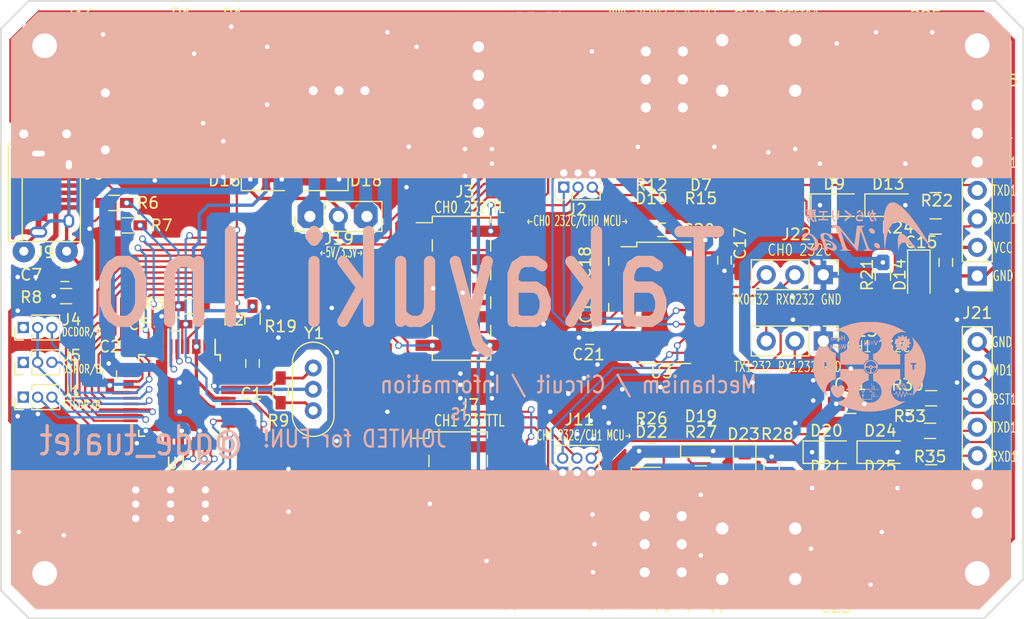
<source format=kicad_pcb>
(kicad_pcb (version 4) (host pcbnew 4.0.7)
  (layers (0 F.Cu signal hide) (31 B.Cu signal hide) (34 B.Paste user) (35 F.Paste user) (36 B.SilkS user hide) (37 F.SilkS user) (38 B.Mask user) (39 F.Mask user) (44 Edge.Cuts user))
  (net 0 "")
  (net 1 GNDA)
  (net 2 VCC)
  (net 3 GND)
  (net 4 /3.3VOUT)
  (net 5 Earth)
  (net 6 +5V)
  (net 7 +3V3)
  (net 8 +5F)
  (net 9 /Vout0)
  (net 10 /Eout0)
  (net 11 /Vout1)
  (net 12 /Eout1)
  (net 13 /WRITE_MODE0)
  (net 14 /WRITE_MODE1)
  (net 15 /TXD0_TO_MCU)
  (net 16 /RXD0_TO_MCU)
  (net 17 /CTS0_TLL)
  (net 18 /RTS0_TLL)
  (net 19 /DTR0_TLL)
  (net 20 /DCD0_TLL)
  (net 21 /TXD0_TLL)
  (net 22 /TXD0_TO_232)
  (net 23 /RXD0_TLL)
  (net 24 /DSR0_TLL)
  (net 25 /RI0_TLL)
  (net 26 /RXD0_TO_232)
  (net 27 /CTS1_TLL)
  (net 28 /RTS1_TLL)
  (net 29 /TXD1_TO_MCU)
  (net 30 /TXD1_TLL)
  (net 31 /TXD1_TO_232)
  (net 32 /DCD1_TLL)
  (net 33 /RXD1_TLL)
  (net 34 /DTR1_TLL)
  (net 35 /DSR1_TLL)
  (net 36 /RI1_TLL)
  (net 37 /RXD1_TO_MCU)
  (net 38 /RXD1_TO_232)
  (net 39 /RXD0)
  (net 40 /TXD0)
  (net 41 /RESET0)
  (net 42 /RXD1)
  (net 43 /TXD1)
  (net 44 /RESET1)
  (net 45 /RXD0_232C)
  (net 46 /TXD0_232C)
  (net 47 /RXD1_232C)
  (net 48 /TXD1_232C)
  (net 49 "Net-(C1-Pad1)")
  (net 50 "Net-(C19-Pad2)")
  (net 51 "Net-(C20-Pad2)")
  (net 52 "Net-(D1-Pad2)")
  (net 53 "Net-(D2-Pad2)")
  (net 54 "Net-(D3-Pad2)")
  (net 55 "Net-(D4-Pad2)")
  (net 56 "Net-(D5-Pad2)")
  (net 57 "Net-(D7-Pad1)")
  (net 58 "Net-(D11-Pad2)")
  (net 59 "Net-(D14-Pad2)")
  (net 60 "Net-(D15-Pad2)")
  (net 61 "Net-(D19-Pad1)")
  (net 62 "Net-(D22-Pad2)")
  (net 63 "Net-(F1-Pad1)")
  (net 64 "Net-(J1-Pad1)")
  (net 65 "Net-(J10-Pad1)")
  (net 66 "Net-(J13-Pad1)")
  (net 67 "Net-(R3-Pad1)")
  (net 68 "Net-(R15-Pad2)")
  (net 69 "Net-(R27-Pad2)")
  (net 70 "Net-(U1-Pad1)")
  (net 71 "Net-(U1-Pad2)")
  (net 72 "Net-(U1-Pad10)")
  (net 73 "Net-(U1-Pad13)")
  (net 74 "Net-(U1-Pad15)")
  (net 75 "Net-(U1-Pad26)")
  (net 76 "Net-(U1-Pad29)")
  (net 77 "Net-(U1-Pad30)")
  (net 78 "Net-(U1-Pad48)")
  (net 79 "Net-(D17-Pad1)")
  (net 80 "Net-(D23-Pad2)")
  (net 81 "Net-(D26-Pad2)")
  (net 82 "Net-(C8-Pad2)")
  (net 83 "Net-(C18-Pad1)")
  (net 84 "Net-(C18-Pad2)")
  (net 85 "Net-(R9-Pad1)")
  (net 86 "Net-(R9-Pad2)")
  (net 87 "Net-(R17-Pad2)")
  (net 88 "Net-(R23-Pad1)")
  (net 89 "Net-(R29-Pad2)")
  (net 90 "Net-(R34-Pad1)")
  (net 91 /RXLED0)
  (net 92 /TXLED0)
  (net 93 /RXLED1)
  (net 94 /TXLED1)
  (net 95 /USBPWR)
  (net 96 /USBF-)
  (net 97 /USBF+)
  (net 98 /USBR+)
  (net 99 /USBR-)
  (net 100 "Net-(C16-Pad1)")
  (net 101 "Net-(C19-Pad1)")
  (net 102 "Net-(C21-Pad2)")
  (net 103 "Net-(C23-Pad1)")
  (net 104 "Net-(D10-Pad1)")
  (net 105 "Net-(D10-Pad2)")
  (net 106 "Net-(D22-Pad1)")
  (net 107 "Net-(J4-Pad1)")
  (net 108 "Net-(J5-Pad1)")
  (net 109 "Net-(J12-Pad1)")
  (net 110 "Net-(R13-Pad2)")
  (net 111 "Net-(J6-Pad4)")
  (module Resistors_SMD:R_0805_HandSoldering (layer F.Cu) (at 99.4 71)
    (fp_text reference L1 (at 1 -1.6) (layer F.SilkS))
    (fp_text value Ferrite_Bead)
    (pad 1 smd rect (at -1.35 0) (size 1.5 1.3) (layers F.Cu F.Paste F.Mask) (net 8 +5F))
    (pad 2 smd rect (at 1.35 0) (size 1.5 1.3) (layers F.Cu F.Paste F.Mask) (net 63 "Net-(F1-Pad1)"))
  )
  (module Housings_QFP:LQFP-48_7x7mm_Pitch0.5mm (layer F.Cu) (at 110.6 96.75 270)
    (fp_text reference U1 (at 6.05 0.2 360) (layer F.SilkS))
    (fp_text value FT2232D)
    (pad 1 smd rect (at -4.35 -2.75 270) (size 1.3 0.25) (layers F.Cu F.Paste F.Mask) (net 70 "Net-(U1-Pad1)"))
    (pad 2 smd rect (at -4.35 -2.25 270) (size 1.3 0.25) (layers F.Cu F.Paste F.Mask) (net 71 "Net-(U1-Pad2)"))
    (pad 3 smd rect (at -4.35 -1.75 270) (size 1.3 0.25) (layers F.Cu F.Paste F.Mask) (net 8 +5F))
    (pad 4 smd rect (at -4.35 -1.25 270) (size 1.3 0.25) (layers F.Cu F.Paste F.Mask) (net 8 +5F))
    (pad 5 smd rect (at -4.35 -0.75 270) (size 1.3 0.25) (layers F.Cu F.Paste F.Mask) (net 67 "Net-(R3-Pad1)"))
    (pad 6 smd rect (at -4.35 -0.25 270) (size 1.3 0.25) (layers F.Cu F.Paste F.Mask) (net 4 /3.3VOUT))
    (pad 7 smd rect (at -4.35 0.25 270) (size 1.3 0.25) (layers F.Cu F.Paste F.Mask) (net 98 /USBR+))
    (pad 8 smd rect (at -4.35 0.75 270) (size 1.3 0.25) (layers F.Cu F.Paste F.Mask) (net 99 /USBR-))
    (pad 9 smd rect (at -4.35 1.25 270) (size 1.3 0.25) (layers F.Cu F.Paste F.Mask) (net 3 GND))
    (pad 10 smd rect (at -4.35 1.75 270) (size 1.3 0.25) (layers F.Cu F.Paste F.Mask) (net 72 "Net-(U1-Pad10)"))
    (pad 11 smd rect (at -4.35 2.25 270) (size 1.3 0.25) (layers F.Cu F.Paste F.Mask) (net 92 /TXLED0))
    (pad 12 smd rect (at -4.35 2.75 270) (size 1.3 0.25) (layers F.Cu F.Paste F.Mask) (net 91 /RXLED0))
    (pad 13 smd rect (at -2.75 4.35) (size 1.3 0.25) (layers F.Cu F.Paste F.Mask) (net 73 "Net-(U1-Pad13)"))
    (pad 14 smd rect (at -2.25 4.35) (size 1.3 0.25) (layers F.Cu F.Paste F.Mask) (net 2 VCC))
    (pad 15 smd rect (at -1.75 4.35) (size 1.3 0.25) (layers F.Cu F.Paste F.Mask) (net 74 "Net-(U1-Pad15)"))
    (pad 16 smd rect (at -1.25 4.35) (size 1.3 0.25) (layers F.Cu F.Paste F.Mask) (net 25 /RI0_TLL))
    (pad 17 smd rect (at -0.75 4.35) (size 1.3 0.25) (layers F.Cu F.Paste F.Mask) (net 20 /DCD0_TLL))
    (pad 18 smd rect (at -0.25 4.35) (size 1.3 0.25) (layers F.Cu F.Paste F.Mask) (net 3 GND))
    (pad 19 smd rect (at 0.25 4.35) (size 1.3 0.25) (layers F.Cu F.Paste F.Mask) (net 24 /DSR0_TLL))
    (pad 20 smd rect (at 0.75 4.35) (size 1.3 0.25) (layers F.Cu F.Paste F.Mask) (net 19 /DTR0_TLL))
    (pad 21 smd rect (at 1.25 4.35) (size 1.3 0.25) (layers F.Cu F.Paste F.Mask) (net 17 /CTS0_TLL))
    (pad 22 smd rect (at 1.75 4.35) (size 1.3 0.25) (layers F.Cu F.Paste F.Mask) (net 18 /RTS0_TLL))
    (pad 23 smd rect (at 2.25 4.35) (size 1.3 0.25) (layers F.Cu F.Paste F.Mask) (net 23 /RXD0_TLL))
    (pad 24 smd rect (at 2.75 4.35) (size 1.3 0.25) (layers F.Cu F.Paste F.Mask) (net 21 /TXD0_TLL))
    (pad 25 smd rect (at 4.35 2.75 270) (size 1.3 0.25) (layers F.Cu F.Paste F.Mask) (net 3 GND))
    (pad 26 smd rect (at 4.35 2.25 270) (size 1.3 0.25) (layers F.Cu F.Paste F.Mask) (net 75 "Net-(U1-Pad26)"))
    (pad 27 smd rect (at 4.35 1.75 270) (size 1.3 0.25) (layers F.Cu F.Paste F.Mask) (net 94 /TXLED1))
    (pad 28 smd rect (at 4.35 1.25 270) (size 1.3 0.25) (layers F.Cu F.Paste F.Mask) (net 93 /RXLED1))
    (pad 29 smd rect (at 4.35 0.75 270) (size 1.3 0.25) (layers F.Cu F.Paste F.Mask) (net 76 "Net-(U1-Pad29)"))
    (pad 30 smd rect (at 4.35 0.25 270) (size 1.3 0.25) (layers F.Cu F.Paste F.Mask) (net 77 "Net-(U1-Pad30)"))
    (pad 31 smd rect (at 4.35 -0.25 270) (size 1.3 0.25) (layers F.Cu F.Paste F.Mask) (net 2 VCC))
    (pad 32 smd rect (at 4.35 -0.75 270) (size 1.3 0.25) (layers F.Cu F.Paste F.Mask) (net 36 /RI1_TLL))
    (pad 33 smd rect (at 4.35 -1.25 270) (size 1.3 0.25) (layers F.Cu F.Paste F.Mask) (net 32 /DCD1_TLL))
    (pad 34 smd rect (at 4.35 -1.75 270) (size 1.3 0.25) (layers F.Cu F.Paste F.Mask) (net 3 GND))
    (pad 35 smd rect (at 4.35 -2.25 270) (size 1.3 0.25) (layers F.Cu F.Paste F.Mask) (net 35 /DSR1_TLL))
    (pad 36 smd rect (at 4.35 -2.75 270) (size 1.3 0.25) (layers F.Cu F.Paste F.Mask) (net 34 /DTR1_TLL))
    (pad 37 smd rect (at 2.75 -4.35) (size 1.3 0.25) (layers F.Cu F.Paste F.Mask) (net 27 /CTS1_TLL))
    (pad 38 smd rect (at 2.25 -4.35) (size 1.3 0.25) (layers F.Cu F.Paste F.Mask) (net 28 /RTS1_TLL))
    (pad 39 smd rect (at 1.75 -4.35) (size 1.3 0.25) (layers F.Cu F.Paste F.Mask) (net 33 /RXD1_TLL))
    (pad 40 smd rect (at 1.25 -4.35) (size 1.3 0.25) (layers F.Cu F.Paste F.Mask) (net 30 /TXD1_TLL))
    (pad 41 smd rect (at 0.75 -4.35) (size 1.3 0.25) (layers F.Cu F.Paste F.Mask) (net 110 "Net-(R13-Pad2)"))
    (pad 42 smd rect (at 0.25 -4.35) (size 1.3 0.25) (layers F.Cu F.Paste F.Mask) (net 8 +5F))
    (pad 43 smd rect (at -0.25 -4.35) (size 1.3 0.25) (layers F.Cu F.Paste F.Mask) (net 85 "Net-(R9-Pad1)"))
    (pad 44 smd rect (at -0.75 -4.35) (size 1.3 0.25) (layers F.Cu F.Paste F.Mask) (net 86 "Net-(R9-Pad2)"))
    (pad 45 smd rect (at -1.25 -4.35) (size 1.3 0.25) (layers F.Cu F.Paste F.Mask) (net 1 GNDA))
    (pad 46 smd rect (at -1.75 -4.35) (size 1.3 0.25) (layers F.Cu F.Paste F.Mask) (net 49 "Net-(C1-Pad1)"))
    (pad 47 smd rect (at -2.25 -4.35) (size 1.3 0.25) (layers F.Cu F.Paste F.Mask) (net 3 GND))
    (pad 48 smd rect (at -2.75 -4.35) (size 1.3 0.25) (layers F.Cu F.Paste F.Mask) (net 78 "Net-(U1-Pad48)"))
  )
  (module Pin_Headers:Pin_Header_Straight_1x07_Pitch2.54mm (layer F.Cu) (at 181.6 86.1 180)
    (fp_text reference J18 (at 2.6 17.1 180) (layer F.SilkS))
    (fp_text value Conn_01x07_Male)
    (pad 1 thru_hole rect (at 0 0 180) (size 1.7 1.7) (drill 1) (layers *.Cu *.Mask) (net 10 /Eout0))
    (pad 2 thru_hole oval (at 0 2.54 180) (size 1.7 1.7) (drill 1) (layers *.Cu *.Mask) (net 9 /Vout0))
    (pad 3 thru_hole oval (at 0 5.08 180) (size 1.7 1.7) (drill 1) (layers *.Cu *.Mask) (net 39 /RXD0))
    (pad 4 thru_hole oval (at 0 7.62 180) (size 1.7 1.7) (drill 1) (layers *.Cu *.Mask) (net 40 /TXD0))
    (pad 5 thru_hole oval (at 0 10.16 180) (size 1.7 1.7) (drill 1) (layers *.Cu *.Mask) (net 41 /RESET0))
    (pad 6 thru_hole oval (at 0 12.7 180) (size 1.7 1.7) (drill 1) (layers *.Cu *.Mask) (net 13 /WRITE_MODE0))
    (pad 7 thru_hole oval (at 0 15.24 180) (size 1.7 1.7) (drill 1) (layers *.Cu *.Mask) (net 10 /Eout0))
  )
  (module TO_SOT_Packages_THT:TO-251_IPAK_Vertical (layer F.Cu) (at 122.5 69.6)
    (fp_text reference U2 (at 5.5 -2) (layer F.SilkS))
    (fp_text value LF33_TO220)
    (pad 1 thru_hole rect (at 0 0) (size 1.4 1.4) (drill 0.8) (layers *.Cu *.Mask) (net 6 +5V))
    (pad 2 thru_hole oval (at 2.3 0) (size 1.4 1.4) (drill 0.8) (layers *.Cu *.Mask) (net 3 GND))
    (pad 3 thru_hole oval (at 4.6 0) (size 1.4 1.4) (drill 0.8) (layers *.Cu *.Mask) (net 7 +3V3))
  )
  (module Resistors_SMD:R_0603_HandSoldering (layer F.Cu) (at 104.8 79.6 180)
    (fp_text reference R6 (at -3 0 180) (layer F.SilkS))
    (fp_text value 27)
    (pad 1 smd rect (at -1.1 0 180) (size 1.2 0.9) (layers F.Cu F.Paste F.Mask) (net 98 /USBR+))
    (pad 2 smd rect (at 1.1 0 180) (size 1.2 0.9) (layers F.Cu F.Paste F.Mask) (net 97 /USBF+))
  )
  (module Capacitors_SMD:C_0603_HandSoldering (layer F.Cu) (at 117.1 93.9 270)
    (fp_text reference C1 (at 2.7 0.1 360) (layer F.SilkS))
    (fp_text value 1uF)
    (pad 1 smd rect (at -0.95 0 270) (size 1.2 0.75) (layers F.Cu F.Paste F.Mask) (net 49 "Net-(C1-Pad1)"))
    (pad 2 smd rect (at 0.95 0 270) (size 1.2 0.75) (layers F.Cu F.Paste F.Mask) (net 1 GNDA))
  )
  (module Capacitors_SMD:C_0603_HandSoldering (layer F.Cu) (at 104.4 94.9 270)
    (fp_text reference C2 (at -2.5 0 360) (layer F.SilkS))
    (fp_text value 1uF)
    (pad 1 smd rect (at -0.95 0 270) (size 1.2 0.75) (layers F.Cu F.Paste F.Mask) (net 2 VCC))
    (pad 2 smd rect (at 0.95 0 270) (size 1.2 0.75) (layers F.Cu F.Paste F.Mask) (net 3 GND))
  )
  (module Capacitors_SMD:C_0603_HandSoldering (layer F.Cu) (at 110.2 90.4 180)
    (fp_text reference C5 (at 3.2 0 180) (layer F.SilkS))
    (fp_text value 0.1uF)
    (pad 1 smd rect (at -0.95 0 180) (size 1.2 0.75) (layers F.Cu F.Paste F.Mask) (net 4 /3.3VOUT))
    (pad 2 smd rect (at 0.95 0 180) (size 1.2 0.75) (layers F.Cu F.Paste F.Mask) (net 3 GND))
  )
  (module Capacitors_SMD:C_0603_HandSoldering (layer F.Cu) (at 100.4 86)
    (fp_text reference C7 (at -3 0) (layer F.SilkS))
    (fp_text value 100pF)
    (pad 1 smd rect (at -0.95 0) (size 1.2 0.75) (layers F.Cu F.Paste F.Mask) (net 3 GND))
    (pad 2 smd rect (at 0.95 0) (size 1.2 0.75) (layers F.Cu F.Paste F.Mask) (net 5 Earth))
  )
  (module Capacitors_SMD:C_0603_HandSoldering (layer F.Cu) (at 111.9 71.5 90)
    (fp_text reference C8 (at -2.7 0.1 180) (layer F.SilkS))
    (fp_text value 0.1uF)
    (pad 1 smd rect (at -0.95 0 90) (size 1.2 0.75) (layers F.Cu F.Paste F.Mask) (net 6 +5V))
    (pad 2 smd rect (at 0.95 0 90) (size 1.2 0.75) (layers F.Cu F.Paste F.Mask) (net 82 "Net-(C8-Pad2)"))
  )
  (module Capacitors_SMD:C_0603_HandSoldering (layer F.Cu) (at 122.5 72.3)
    (fp_text reference C9 (at 4.3 1.5) (layer F.SilkS))
    (fp_text value 0.1uF)
    (pad 1 smd rect (at -0.95 0) (size 1.2 0.75) (layers F.Cu F.Paste F.Mask) (net 6 +5V))
    (pad 2 smd rect (at 0.95 0) (size 1.2 0.75) (layers F.Cu F.Paste F.Mask) (net 3 GND))
  )
  (module Capacitors_SMD:C_0603_HandSoldering (layer F.Cu) (at 127.1 72.3 180)
    (fp_text reference C10 (at -2.3 -1.5 180) (layer F.SilkS))
    (fp_text value 0.1uF)
    (pad 1 smd rect (at -0.95 0 180) (size 1.2 0.75) (layers F.Cu F.Paste F.Mask) (net 7 +3V3))
    (pad 2 smd rect (at 0.95 0 180) (size 1.2 0.75) (layers F.Cu F.Paste F.Mask) (net 3 GND))
  )
  (module Capacitors_SMD:C_0603_HandSoldering (layer F.Cu) (at 159.1 84.7 270)
    (fp_text reference C17 (at -1.5 -1.4 450) (layer F.SilkS))
    (fp_text value 1uF)
    (pad 1 smd rect (at -0.95 0 270) (size 1.2 0.75) (layers F.Cu F.Paste F.Mask) (net 7 +3V3))
    (pad 2 smd rect (at 0.95 0 270) (size 1.2 0.75) (layers F.Cu F.Paste F.Mask) (net 3 GND))
  )
  (module Capacitors_SMD:C_0603_HandSoldering (layer F.Cu) (at 148.2 84.8 270)
    (fp_text reference C18 (at 0.1 1.5 270) (layer F.SilkS))
    (fp_text value 0.1uF)
    (pad 1 smd rect (at -0.95 0 270) (size 1.2 0.75) (layers F.Cu F.Paste F.Mask) (net 83 "Net-(C18-Pad1)"))
    (pad 2 smd rect (at 0.95 0 270) (size 1.2 0.75) (layers F.Cu F.Paste F.Mask) (net 84 "Net-(C18-Pad2)"))
  )
  (module Capacitors_SMD:C_0603_HandSoldering (layer F.Cu) (at 148.2 88.9 270)
    (fp_text reference C19 (at 0 1.4 270) (layer F.SilkS))
    (fp_text value 0.1uF)
    (pad 1 smd rect (at -0.95 0 270) (size 1.2 0.75) (layers F.Cu F.Paste F.Mask) (net 101 "Net-(C19-Pad1)"))
    (pad 2 smd rect (at 0.95 0 270) (size 1.2 0.75) (layers F.Cu F.Paste F.Mask) (net 50 "Net-(C19-Pad2)"))
  )
  (module Capacitors_SMD:C_0603_HandSoldering (layer F.Cu) (at 153.5 82 180)
    (fp_text reference C20 (at -3.3 0 180) (layer F.SilkS))
    (fp_text value 0.1uF)
    (pad 1 smd rect (at -0.95 0 180) (size 1.2 0.75) (layers F.Cu F.Paste F.Mask) (net 7 +3V3))
    (pad 2 smd rect (at 0.95 0 180) (size 1.2 0.75) (layers F.Cu F.Paste F.Mask) (net 51 "Net-(C20-Pad2)"))
  )
  (module Capacitors_SMD:C_0603_HandSoldering (layer F.Cu) (at 103.77 65.56 90)
    (fp_text reference C3 (at 1.16 -1.77 180) (layer F.SilkS))
    (fp_text value 0.1uF)
    (pad 1 smd rect (at -0.95 0 90) (size 1.2 0.75) (layers F.Cu F.Paste F.Mask) (net 8 +5F))
    (pad 2 smd rect (at 0.95 0 90) (size 1.2 0.75) (layers F.Cu F.Paste F.Mask) (net 3 GND))
  )
  (module Capacitors_SMD:C_0603_HandSoldering (layer F.Cu) (at 107.4 76.7)
    (fp_text reference C6 (at 0 -1.25) (layer F.SilkS))
    (fp_text value 0.1uF)
    (pad 1 smd rect (at -0.95 0) (size 1.2 0.75) (layers F.Cu F.Paste F.Mask) (net 95 /USBPWR))
    (pad 2 smd rect (at 0.95 0) (size 1.2 0.75) (layers F.Cu F.Paste F.Mask) (net 3 GND))
  )
  (module Capacitors_SMD:C_0603_HandSoldering (layer F.Cu) (at 148.5 68.6 180)
    (fp_text reference C14 (at 1.7 1.2 180) (layer F.SilkS))
    (fp_text value 0.1uF)
    (pad 1 smd rect (at -0.95 0 180) (size 1.2 0.75) (layers F.Cu F.Paste F.Mask) (net 13 /WRITE_MODE0))
    (pad 2 smd rect (at 0.95 0 180) (size 1.2 0.75) (layers F.Cu F.Paste F.Mask) (net 3 GND))
  )
  (module Capacitors_SMD:C_0603_HandSoldering (layer F.Cu) (at 147.1 91.6)
    (fp_text reference C21 (at -0.1 1.5) (layer F.SilkS))
    (fp_text value 0.1uF)
    (pad 1 smd rect (at -0.95 0) (size 1.2 0.75) (layers F.Cu F.Paste F.Mask) (net 3 GND))
    (pad 2 smd rect (at 0.95 0) (size 1.2 0.75) (layers F.Cu F.Paste F.Mask) (net 102 "Net-(C21-Pad2)"))
  )
  (module LEDs:LED_0603_HandSoldering (layer F.Cu) (at 144 71.9 90)
    (fp_text reference D2 (at 7.3 0 180) (layer F.SilkS))
    (fp_text value LED)
    (pad 1 smd rect (at -1.1 0 90) (size 1.2 0.9) (layers F.Cu F.Paste F.Mask) (net 91 /RXLED0))
    (pad 2 smd rect (at 1.1 0 90) (size 1.2 0.9) (layers F.Cu F.Paste F.Mask) (net 53 "Net-(D2-Pad2)"))
  )
  (module LEDs:LED_0603_HandSoldering (layer F.Cu) (at 141.3 72 90)
    (fp_text reference D3 (at 7.4 0.1 180) (layer F.SilkS))
    (fp_text value LED)
    (pad 1 smd rect (at -1.1 0 90) (size 1.2 0.9) (layers F.Cu F.Paste F.Mask) (net 92 /TXLED0))
    (pad 2 smd rect (at 1.1 0 90) (size 1.2 0.9) (layers F.Cu F.Paste F.Mask) (net 54 "Net-(D3-Pad2)"))
  )
  (module LEDs:LED_0603_HandSoldering (layer F.Cu) (at 143.9 112.8 90)
    (fp_text reference D4 (at -0.9 1.7 180) (layer F.SilkS))
    (fp_text value LED)
    (pad 1 smd rect (at -1.1 0 90) (size 1.2 0.9) (layers F.Cu F.Paste F.Mask) (net 93 /RXLED1))
    (pad 2 smd rect (at 1.1 0 90) (size 1.2 0.9) (layers F.Cu F.Paste F.Mask) (net 55 "Net-(D4-Pad2)"))
  )
  (module LEDs:LED_0603_HandSoldering (layer F.Cu) (at 141.5 112.8 90)
    (fp_text reference D5 (at -0.9 -2.8 180) (layer F.SilkS))
    (fp_text value LED)
    (pad 1 smd rect (at -1.1 0 90) (size 1.2 0.9) (layers F.Cu F.Paste F.Mask) (net 94 /TXLED1))
    (pad 2 smd rect (at 1.1 0 90) (size 1.2 0.9) (layers F.Cu F.Paste F.Mask) (net 56 "Net-(D5-Pad2)"))
  )
  (module LEDs:LED_0603_HandSoldering (layer F.Cu) (at 157.1 74.6)
    (fp_text reference D7 (at -0.1 3.4) (layer F.SilkS))
    (fp_text value LED)
    (pad 1 smd rect (at -1.1 0) (size 1.2 0.9) (layers F.Cu F.Paste F.Mask) (net 57 "Net-(D7-Pad1)"))
    (pad 2 smd rect (at 1.1 0) (size 1.2 0.9) (layers F.Cu F.Paste F.Mask) (net 2 VCC))
  )
  (module LEDs:LED_0603_HandSoldering (layer F.Cu) (at 157 101.7)
    (fp_text reference D19 (at 0 -3.1) (layer F.SilkS))
    (fp_text value LED)
    (pad 1 smd rect (at -1.1 0) (size 1.2 0.9) (layers F.Cu F.Paste F.Mask) (net 61 "Net-(D19-Pad1)"))
    (pad 2 smd rect (at 1.1 0) (size 1.2 0.9) (layers F.Cu F.Paste F.Mask) (net 2 VCC))
  )
  (module LEDs:LED_0603_HandSoldering (layer F.Cu) (at 114.1 63.9 180)
    (fp_text reference D1 (at -1.3 1.1 180) (layer F.SilkS))
    (fp_text value LED)
    (pad 1 smd rect (at -1.1 0 180) (size 1.2 0.9) (layers F.Cu F.Paste F.Mask) (net 3 GND))
    (pad 2 smd rect (at 1.1 0 180) (size 1.2 0.9) (layers F.Cu F.Paste F.Mask) (net 52 "Net-(D1-Pad2)"))
  )
  (module Resistors_SMD:R_0603_HandSoldering (layer F.Cu) (at 117.1 89.9 90)
    (fp_text reference R2 (at -0.1 -1.7 180) (layer F.SilkS))
    (fp_text value 100)
    (pad 1 smd rect (at -1.1 0 90) (size 1.2 0.9) (layers F.Cu F.Paste F.Mask) (net 49 "Net-(C1-Pad1)"))
    (pad 2 smd rect (at 1.1 0 90) (size 1.2 0.9) (layers F.Cu F.Paste F.Mask) (net 8 +5F))
  )
  (module Resistors_SMD:R_0603_HandSoldering (layer F.Cu) (at 111.6 88.8 180)
    (fp_text reference R3 (at 3.2 0.2 180) (layer F.SilkS))
    (fp_text value 1.5k)
    (pad 1 smd rect (at -1.1 0 180) (size 1.2 0.9) (layers F.Cu F.Paste F.Mask) (net 67 "Net-(R3-Pad1)"))
    (pad 2 smd rect (at 1.1 0 180) (size 1.2 0.9) (layers F.Cu F.Paste F.Mask) (net 98 /USBR+))
  )
  (module Resistors_SMD:R_0603_HandSoldering (layer F.Cu) (at 144 67.5 270)
    (fp_text reference R4 (at -4.3 0 360) (layer F.SilkS))
    (fp_text value 1k)
    (pad 1 smd rect (at -1.1 0 270) (size 1.2 0.9) (layers F.Cu F.Paste F.Mask) (net 4 /3.3VOUT))
    (pad 2 smd rect (at 1.1 0 270) (size 1.2 0.9) (layers F.Cu F.Paste F.Mask) (net 53 "Net-(D2-Pad2)"))
  )
  (module Resistors_SMD:R_0603_HandSoldering (layer F.Cu) (at 141.3 67.5 270)
    (fp_text reference R5 (at -4.3 -0.1 360) (layer F.SilkS))
    (fp_text value 1k)
    (pad 1 smd rect (at -1.1 0 270) (size 1.2 0.9) (layers F.Cu F.Paste F.Mask) (net 4 /3.3VOUT))
    (pad 2 smd rect (at 1.1 0 270) (size 1.2 0.9) (layers F.Cu F.Paste F.Mask) (net 54 "Net-(D3-Pad2)"))
  )
  (module Resistors_SMD:R_0603_HandSoldering (layer F.Cu) (at 106 81.6 180)
    (fp_text reference R7 (at -3 0 180) (layer F.SilkS))
    (fp_text value 27)
    (pad 1 smd rect (at -1.1 0 180) (size 1.2 0.9) (layers F.Cu F.Paste F.Mask) (net 99 /USBR-))
    (pad 2 smd rect (at 1.1 0 180) (size 1.2 0.9) (layers F.Cu F.Paste F.Mask) (net 96 /USBF-))
  )
  (module Resistors_SMD:R_0603_HandSoldering (layer F.Cu) (at 100.5 87.9)
    (fp_text reference R8 (at -3.1 0.1) (layer F.SilkS))
    (fp_text value 100k)
    (pad 1 smd rect (at -1.1 0) (size 1.2 0.9) (layers F.Cu F.Paste F.Mask) (net 3 GND))
    (pad 2 smd rect (at 1.1 0) (size 1.2 0.9) (layers F.Cu F.Paste F.Mask) (net 5 Earth))
  )
  (module Resistors_SMD:R_0603_HandSoldering (layer F.Cu) (at 119.6 96.3 90)
    (fp_text reference R9 (at -2.7 -0.2 180) (layer F.SilkS))
    (fp_text value 1M)
    (pad 1 smd rect (at -1.1 0 90) (size 1.2 0.9) (layers F.Cu F.Paste F.Mask) (net 85 "Net-(R9-Pad1)"))
    (pad 2 smd rect (at 1.1 0 90) (size 1.2 0.9) (layers F.Cu F.Paste F.Mask) (net 86 "Net-(R9-Pad2)"))
  )
  (module Resistors_SMD:R_0603_HandSoldering (layer F.Cu) (at 143.9 108.3 270)
    (fp_text reference R10 (at -2.5 -0.1 360) (layer F.SilkS))
    (fp_text value R)
    (pad 1 smd rect (at -1.1 0 270) (size 1.2 0.9) (layers F.Cu F.Paste F.Mask) (net 4 /3.3VOUT))
    (pad 2 smd rect (at 1.1 0 270) (size 1.2 0.9) (layers F.Cu F.Paste F.Mask) (net 55 "Net-(D4-Pad2)"))
  )
  (module Resistors_SMD:R_0603_HandSoldering (layer F.Cu) (at 141.5 108.3 270)
    (fp_text reference R11 (at -2.5 0.5 360) (layer F.SilkS))
    (fp_text value R)
    (pad 1 smd rect (at -1.1 0 270) (size 1.2 0.9) (layers F.Cu F.Paste F.Mask) (net 4 /3.3VOUT))
    (pad 2 smd rect (at 1.1 0 270) (size 1.2 0.9) (layers F.Cu F.Paste F.Mask) (net 56 "Net-(D5-Pad2)"))
  )
  (module Resistors_SMD:R_0603_HandSoldering (layer F.Cu) (at 152.5 74.6)
    (fp_text reference R12 (at 0.1 3.4) (layer F.SilkS))
    (fp_text value 1k)
    (pad 1 smd rect (at -1.1 0) (size 1.2 0.9) (layers F.Cu F.Paste F.Mask) (net 2 VCC))
    (pad 2 smd rect (at 1.1 0) (size 1.2 0.9) (layers F.Cu F.Paste F.Mask) (net 105 "Net-(D10-Pad2)"))
  )
  (module Resistors_SMD:R_0603_HandSoldering (layer F.Cu) (at 152.6 101.7)
    (fp_text reference R26 (at 0 -2.9) (layer F.SilkS))
    (fp_text value 1k)
    (pad 1 smd rect (at -1.1 0) (size 1.2 0.9) (layers F.Cu F.Paste F.Mask) (net 2 VCC))
    (pad 2 smd rect (at 1.1 0) (size 1.2 0.9) (layers F.Cu F.Paste F.Mask) (net 62 "Net-(D22-Pad2)"))
  )
  (module Resistors_SMD:R_0603_HandSoldering (layer F.Cu) (at 114.5 71.6 90)
    (fp_text reference R13 (at -2.6 0.1 180) (layer F.SilkS))
    (fp_text value 10k)
    (pad 1 smd rect (at -1.1 0 90) (size 1.2 0.9) (layers F.Cu F.Paste F.Mask) (net 8 +5F))
    (pad 2 smd rect (at 1.1 0 90) (size 1.2 0.9) (layers F.Cu F.Paste F.Mask) (net 110 "Net-(R13-Pad2)"))
  )
  (module Resistors_SMD:R_0603_HandSoldering (layer F.Cu) (at 157 103.7 180)
    (fp_text reference R27 (at 0 3.7 180) (layer F.SilkS))
    (fp_text value 1k)
    (pad 1 smd rect (at -1.1 0 180) (size 1.2 0.9) (layers F.Cu F.Paste F.Mask) (net 61 "Net-(D19-Pad1)"))
    (pad 2 smd rect (at 1.1 0 180) (size 1.2 0.9) (layers F.Cu F.Paste F.Mask) (net 69 "Net-(R27-Pad2)"))
  )
  (module Resistors_SMD:R_0603_HandSoldering (layer F.Cu) (at 165.4 73.7 90)
    (fp_text reference R16 (at -2.9 -0.4 180) (layer F.SilkS))
    (fp_text value 10k)
    (pad 1 smd rect (at -1.1 0 90) (size 1.2 0.9) (layers F.Cu F.Paste F.Mask) (net 2 VCC))
    (pad 2 smd rect (at 1.1 0 90) (size 1.2 0.9) (layers F.Cu F.Paste F.Mask) (net 58 "Net-(D11-Pad2)"))
  )
  (module Resistors_SMD:R_0603_HandSoldering (layer F.Cu) (at 148.4 66.1)
    (fp_text reference R17 (at -1.6 -1.3) (layer F.SilkS))
    (fp_text value 100)
    (pad 1 smd rect (at -1.1 0) (size 1.2 0.9) (layers F.Cu F.Paste F.Mask) (net 2 VCC))
    (pad 2 smd rect (at 1.1 0) (size 1.2 0.9) (layers F.Cu F.Paste F.Mask) (net 87 "Net-(R17-Pad2)"))
  )
  (module Resistors_SMD:R_0603_HandSoldering (layer F.Cu) (at 157 76.4)
    (fp_text reference R15 (at 0 2.8) (layer F.SilkS))
    (fp_text value 1k)
    (pad 1 smd rect (at -1.1 0) (size 1.2 0.9) (layers F.Cu F.Paste F.Mask) (net 57 "Net-(D7-Pad1)"))
    (pad 2 smd rect (at 1.1 0) (size 1.2 0.9) (layers F.Cu F.Paste F.Mask) (net 68 "Net-(R15-Pad2)"))
  )
  (module Resistors_SMD:R_0603_HandSoldering (layer F.Cu) (at 173.2 86 90)
    (fp_text reference R21 (at 0 -1.4 270) (layer F.SilkS))
    (fp_text value 10)
    (pad 1 smd rect (at -1.1 0 90) (size 1.2 0.9) (layers F.Cu F.Paste F.Mask) (net 59 "Net-(D14-Pad2)"))
    (pad 2 smd rect (at 1.1 0 90) (size 1.2 0.9) (layers F.Cu F.Paste F.Mask) (net 2 VCC))
  )
  (module Resistors_SMD:R_0603_HandSoldering (layer F.Cu) (at 169.1 72 180)
    (fp_text reference R20 (at -3.5 -0.2 180) (layer F.SilkS))
    (fp_text value 100)
    (pad 1 smd rect (at -1.1 0 180) (size 1.2 0.9) (layers F.Cu F.Paste F.Mask) (net 100 "Net-(C16-Pad1)"))
    (pad 2 smd rect (at 1.1 0 180) (size 1.2 0.9) (layers F.Cu F.Paste F.Mask) (net 58 "Net-(D11-Pad2)"))
  )
  (module Resistors_SMD:R_0603_HandSoldering (layer F.Cu) (at 113.1 68.6)
    (fp_text reference R14 (at 1.5 -1.2) (layer F.SilkS))
    (fp_text value 100)
    (pad 1 smd rect (at -1.1 0) (size 1.2 0.9) (layers F.Cu F.Paste F.Mask) (net 82 "Net-(C8-Pad2)"))
    (pad 2 smd rect (at 1.1 0) (size 1.2 0.9) (layers F.Cu F.Paste F.Mask) (net 110 "Net-(R13-Pad2)"))
  )
  (module Resistors_SMD:R_0603_HandSoldering (layer F.Cu) (at 177.9 78 180)
    (fp_text reference R22 (at -0.1 -1.4 180) (layer F.SilkS))
    (fp_text value 100)
    (pad 1 smd rect (at -1.1 0 180) (size 1.2 0.9) (layers F.Cu F.Paste F.Mask) (net 40 /TXD0))
    (pad 2 smd rect (at 1.1 0 180) (size 1.2 0.9) (layers F.Cu F.Paste F.Mask) (net 15 /TXD0_TO_MCU))
  )
  (module Resistors_SMD:R_0603_HandSoldering (layer F.Cu) (at 148.5 71.1 180)
    (fp_text reference R23 (at 1.5 1.3 180) (layer F.SilkS))
    (fp_text value 100)
    (pad 1 smd rect (at -1.1 0 180) (size 1.2 0.9) (layers F.Cu F.Paste F.Mask) (net 88 "Net-(R23-Pad1)"))
    (pad 2 smd rect (at 1.1 0 180) (size 1.2 0.9) (layers F.Cu F.Paste F.Mask) (net 3 GND))
  )
  (module Resistors_SMD:R_0603_HandSoldering (layer F.Cu) (at 177.9 81.7 180)
    (fp_text reference R24 (at 3.4 -0.1 180) (layer F.SilkS))
    (fp_text value 100)
    (pad 1 smd rect (at -1.1 0 180) (size 1.2 0.9) (layers F.Cu F.Paste F.Mask) (net 39 /RXD0))
    (pad 2 smd rect (at 1.1 0 180) (size 1.2 0.9) (layers F.Cu F.Paste F.Mask) (net 16 /RXD0_TO_MCU))
  )
  (module Resistors_SMD:R_0603_HandSoldering (layer F.Cu) (at 148.5 107.5)
    (fp_text reference R29 (at -1.3 -1.3) (layer F.SilkS))
    (fp_text value 100)
    (pad 1 smd rect (at -1.1 0) (size 1.2 0.9) (layers F.Cu F.Paste F.Mask) (net 2 VCC))
    (pad 2 smd rect (at 1.1 0) (size 1.2 0.9) (layers F.Cu F.Paste F.Mask) (net 89 "Net-(R29-Pad2)"))
  )
  (module Resistors_SMD:R_0603_HandSoldering (layer F.Cu) (at 177.6 65.5 90)
    (fp_text reference R25 (at 2.5 -0.6 180) (layer F.SilkS))
    (fp_text value 10)
    (pad 1 smd rect (at -1.1 0 90) (size 1.2 0.9) (layers F.Cu F.Paste F.Mask) (net 10 /Eout0))
    (pad 2 smd rect (at 1.1 0 90) (size 1.2 0.9) (layers F.Cu F.Paste F.Mask) (net 3 GND))
  )
  (module Resistors_SMD:R_0603_HandSoldering (layer F.Cu) (at 148.5 112.5 180)
    (fp_text reference R34 (at 1.3 1.3 180) (layer F.SilkS))
    (fp_text value 100)
    (pad 1 smd rect (at -1.1 0 180) (size 1.2 0.9) (layers F.Cu F.Paste F.Mask) (net 90 "Net-(R34-Pad1)"))
    (pad 2 smd rect (at 1.1 0 180) (size 1.2 0.9) (layers F.Cu F.Paste F.Mask) (net 3 GND))
  )
  (module Resistors_SMD:R_0603_HandSoldering (layer F.Cu) (at 163.3 103.3 270)
    (fp_text reference R28 (at -3.1 -0.5 360) (layer F.SilkS))
    (fp_text value 10k)
    (pad 1 smd rect (at -1.1 0 270) (size 1.2 0.9) (layers F.Cu F.Paste F.Mask) (net 2 VCC))
    (pad 2 smd rect (at 1.1 0 270) (size 1.2 0.9) (layers F.Cu F.Paste F.Mask) (net 80 "Net-(D23-Pad2)"))
  )
  (module Resistors_SMD:R_0603_HandSoldering (layer F.Cu) (at 173.1 110 90)
    (fp_text reference R32 (at -0.2 -1.3 270) (layer F.SilkS))
    (fp_text value 10)
    (pad 1 smd rect (at -1.1 0 90) (size 1.2 0.9) (layers F.Cu F.Paste F.Mask) (net 81 "Net-(D26-Pad2)"))
    (pad 2 smd rect (at 1.1 0 90) (size 1.2 0.9) (layers F.Cu F.Paste F.Mask) (net 2 VCC))
  )
  (module Resistors_SMD:R_0603_HandSoldering (layer F.Cu) (at 169.2 107.2 180)
    (fp_text reference R31 (at -3.4 0 180) (layer F.SilkS))
    (fp_text value 100)
    (pad 1 smd rect (at -1.1 0 180) (size 1.2 0.9) (layers F.Cu F.Paste F.Mask) (net 103 "Net-(C23-Pad1)"))
    (pad 2 smd rect (at 1.1 0 180) (size 1.2 0.9) (layers F.Cu F.Paste F.Mask) (net 80 "Net-(D23-Pad2)"))
  )
  (module Resistors_SMD:R_0603_HandSoldering (layer F.Cu) (at 177.4 99.9 180)
    (fp_text reference R33 (at 1.8 1.3 180) (layer F.SilkS))
    (fp_text value 100)
    (pad 1 smd rect (at -1.1 0 180) (size 1.2 0.9) (layers F.Cu F.Paste F.Mask) (net 43 /TXD1))
    (pad 2 smd rect (at 1.1 0 180) (size 1.2 0.9) (layers F.Cu F.Paste F.Mask) (net 29 /TXD1_TO_MCU))
  )
  (module Resistors_SMD:R_0603_HandSoldering (layer F.Cu) (at 177.5 103.6 180)
    (fp_text reference R35 (at 0.1 1.4 180) (layer F.SilkS))
    (fp_text value 100)
    (pad 1 smd rect (at -1.1 0 180) (size 1.2 0.9) (layers F.Cu F.Paste F.Mask) (net 42 /RXD1))
    (pad 2 smd rect (at 1.1 0 180) (size 1.2 0.9) (layers F.Cu F.Paste F.Mask) (net 37 /RXD1_TO_MCU))
  )
  (module Resistors_SMD:R_0603_HandSoldering (layer F.Cu) (at 175.6 113.6 180)
    (fp_text reference R36 (at 0 -1.6 180) (layer F.SilkS))
    (fp_text value 10)
    (pad 1 smd rect (at -1.1 0 180) (size 1.2 0.9) (layers F.Cu F.Paste F.Mask) (net 12 /Eout1))
    (pad 2 smd rect (at 1.1 0 180) (size 1.2 0.9) (layers F.Cu F.Paste F.Mask) (net 3 GND))
  )
  (module Resistors_SMD:R_0603_HandSoldering (layer F.Cu) (at 108.8 63.9)
    (fp_text reference R1 (at 2 -1.1) (layer F.SilkS))
    (fp_text value 1k)
    (pad 1 smd rect (at -1.1 0) (size 1.2 0.9) (layers F.Cu F.Paste F.Mask) (net 8 +5F))
    (pad 2 smd rect (at 1.1 0) (size 1.2 0.9) (layers F.Cu F.Paste F.Mask) (net 52 "Net-(D1-Pad2)"))
  )
  (module Resistors_SMD:R_0603_HandSoldering (layer F.Cu) (at 178 74.5 90)
    (fp_text reference R18 (at 2.7 0.4 180) (layer F.SilkS))
    (fp_text value 470)
    (pad 1 smd rect (at -1.1 0 90) (size 1.2 0.9) (layers F.Cu F.Paste F.Mask) (net 41 /RESET0))
    (pad 2 smd rect (at 1.1 0 90) (size 1.2 0.9) (layers F.Cu F.Paste F.Mask) (net 58 "Net-(D11-Pad2)"))
  )
  (module Resistors_SMD:R_0603_HandSoldering (layer F.Cu) (at 177.5 97 180)
    (fp_text reference R30 (at 2.1 1.2 180) (layer F.SilkS))
    (fp_text value 470)
    (pad 1 smd rect (at -1.1 0 180) (size 1.2 0.9) (layers F.Cu F.Paste F.Mask) (net 44 /RESET1))
    (pad 2 smd rect (at 1.1 0 180) (size 1.2 0.9) (layers F.Cu F.Paste F.Mask) (net 80 "Net-(D23-Pad2)"))
  )
  (module Buttons_Switches_ThroughHole:SW_CuK_JS202011CQN_DPDT_Straight (layer F.Cu) (at 155.4 66.1 270)
    (fp_text reference SW1 (at -1.9 5.6 360) (layer F.SilkS))
    (fp_text value CFT2-2PC-AW)
    (pad 1 thru_hole rect (at 0 0 270) (size 1.4 1.4) (drill 0.9) (layers *.Cu *.Mask) (net 68 "Net-(R15-Pad2)"))
    (pad 2 thru_hole circle (at 2.5 0 270) (size 1.4 1.4) (drill 0.9) (layers *.Cu *.Mask) (net 3 GND))
    (pad 3 thru_hole circle (at 5 0 270) (size 1.4 1.4) (drill 0.9) (layers *.Cu *.Mask) (net 104 "Net-(D10-Pad1)"))
    (pad 4 thru_hole circle (at 0 3.3 270) (size 1.4 1.4) (drill 0.9) (layers *.Cu *.Mask) (net 87 "Net-(R17-Pad2)"))
    (pad 5 thru_hole circle (at 2.5 3.3 270) (size 1.4 1.4) (drill 0.9) (layers *.Cu *.Mask) (net 13 /WRITE_MODE0))
    (pad 6 thru_hole circle (at 5 3.3 270) (size 1.4 1.4) (drill 0.9) (layers *.Cu *.Mask) (net 88 "Net-(R23-Pad1)"))
  )
  (module Buttons_Switches_ThroughHole:SW_PUSH_6mm (layer F.Cu) (at 158.9 65.1)
    (fp_text reference SW2 (at 2.5 -2.1) (layer F.SilkS))
    (fp_text value SW_Push)
    (pad 2 thru_hole circle (at 0 4.5 90) (size 2 2) (drill 1.1) (layers *.Cu *.Mask) (net 58 "Net-(D11-Pad2)"))
    (pad 1 thru_hole circle (at 0 0 90) (size 2 2) (drill 1.1) (layers *.Cu *.Mask) (net 3 GND))
    (pad 2 thru_hole circle (at 6.5 4.5 90) (size 2 2) (drill 1.1) (layers *.Cu *.Mask) (net 58 "Net-(D11-Pad2)"))
    (pad 1 thru_hole circle (at 6.5 0 90) (size 2 2) (drill 1.1) (layers *.Cu *.Mask) (net 3 GND))
  )
  (module Buttons_Switches_ThroughHole:SW_CuK_JS202011CQN_DPDT_Straight (layer F.Cu) (at 155.3 107.5 270)
    (fp_text reference SW3 (at -2.1 5.3 360) (layer F.SilkS))
    (fp_text value CFT2-2PC-AW)
    (pad 1 thru_hole rect (at 0 0 270) (size 1.4 1.4) (drill 0.9) (layers *.Cu *.Mask) (net 69 "Net-(R27-Pad2)"))
    (pad 2 thru_hole circle (at 2.5 0 270) (size 1.4 1.4) (drill 0.9) (layers *.Cu *.Mask) (net 3 GND))
    (pad 3 thru_hole circle (at 5 0 270) (size 1.4 1.4) (drill 0.9) (layers *.Cu *.Mask) (net 106 "Net-(D22-Pad1)"))
    (pad 4 thru_hole circle (at 0 3.3 270) (size 1.4 1.4) (drill 0.9) (layers *.Cu *.Mask) (net 89 "Net-(R29-Pad2)"))
    (pad 5 thru_hole circle (at 2.5 3.3 270) (size 1.4 1.4) (drill 0.9) (layers *.Cu *.Mask) (net 14 /WRITE_MODE1))
    (pad 6 thru_hole circle (at 5 3.3 270) (size 1.4 1.4) (drill 0.9) (layers *.Cu *.Mask) (net 90 "Net-(R34-Pad1)"))
  )
  (module Buttons_Switches_ThroughHole:SW_PUSH_6mm (layer F.Cu) (at 165.4 113.1 180)
    (fp_text reference SW4 (at 5 6.7 180) (layer F.SilkS))
    (fp_text value SW_Push)
    (pad 2 thru_hole circle (at 0 4.5 270) (size 2 2) (drill 1.1) (layers *.Cu *.Mask) (net 80 "Net-(D23-Pad2)"))
    (pad 1 thru_hole circle (at 0 0 270) (size 2 2) (drill 1.1) (layers *.Cu *.Mask) (net 3 GND))
    (pad 2 thru_hole circle (at 6.5 4.5 270) (size 2 2) (drill 1.1) (layers *.Cu *.Mask) (net 80 "Net-(D23-Pad2)"))
    (pad 1 thru_hole circle (at 6.5 0 270) (size 2 2) (drill 1.1) (layers *.Cu *.Mask) (net 3 GND))
  )
  (module Housings_SSOP:SOP-16_4.4x10.4mm_Pitch1.27mm (layer F.Cu) (at 153.7 88.5)
    (fp_text reference U3 (at -0.2 6.2) (layer F.SilkS))
    (fp_text value ADM3202)
    (pad 1 smd rect (at -3.15 -4.45) (size 1.3 0.8) (layers F.Cu F.Paste F.Mask) (net 83 "Net-(C18-Pad1)"))
    (pad 2 smd rect (at -3.15 -3.17) (size 1.3 0.8) (layers F.Cu F.Paste F.Mask) (net 51 "Net-(C20-Pad2)"))
    (pad 3 smd rect (at -3.15 -1.91) (size 1.3 0.8) (layers F.Cu F.Paste F.Mask) (net 84 "Net-(C18-Pad2)"))
    (pad 4 smd rect (at -3.15 -0.64) (size 1.3 0.8) (layers F.Cu F.Paste F.Mask) (net 101 "Net-(C19-Pad1)"))
    (pad 5 smd rect (at -3.15 0.64) (size 1.3 0.8) (layers F.Cu F.Paste F.Mask) (net 50 "Net-(C19-Pad2)"))
    (pad 6 smd rect (at -3.15 1.91) (size 1.3 0.8) (layers F.Cu F.Paste F.Mask) (net 102 "Net-(C21-Pad2)"))
    (pad 7 smd rect (at -3.15 3.17) (size 1.3 0.8) (layers F.Cu F.Paste F.Mask) (net 45 /RXD0_232C))
    (pad 8 smd rect (at -3.15 4.45) (size 1.3 0.8) (layers F.Cu F.Paste F.Mask) (net 47 /RXD1_232C))
    (pad 9 smd rect (at 3.15 4.45) (size 1.3 0.8) (layers F.Cu F.Paste F.Mask) (net 38 /RXD1_TO_232))
    (pad 10 smd rect (at 3.15 3.17) (size 1.3 0.8) (layers F.Cu F.Paste F.Mask) (net 31 /TXD1_TO_232))
    (pad 11 smd rect (at 3.15 1.91) (size 1.3 0.8) (layers F.Cu F.Paste F.Mask) (net 22 /TXD0_TO_232))
    (pad 12 smd rect (at 3.15 0.64) (size 1.3 0.8) (layers F.Cu F.Paste F.Mask) (net 26 /RXD0_TO_232))
    (pad 13 smd rect (at 3.15 -0.64) (size 1.3 0.8) (layers F.Cu F.Paste F.Mask) (net 48 /TXD1_232C))
    (pad 14 smd rect (at 3.15 -1.91) (size 1.3 0.8) (layers F.Cu F.Paste F.Mask) (net 46 /TXD0_232C))
    (pad 15 smd rect (at 3.15 -3.17) (size 1.3 0.8) (layers F.Cu F.Paste F.Mask) (net 3 GND))
    (pad 16 smd rect (at 3.15 -4.45) (size 1.3 0.8) (layers F.Cu F.Paste F.Mask) (net 7 +3V3))
  )
  (module Crystals:Crystal_HC52-U-3pin_Vertical (layer F.Cu) (at 122.5 98.1 90)
    (fp_text reference Y1 (at 6.9 0.1 180) (layer F.SilkS))
    (fp_text value CSTLS6M00G53)
    (pad 1 thru_hole circle (at 0 0 90) (size 1.5 1.5) (drill 0.8) (layers *.Cu *.Mask) (net 85 "Net-(R9-Pad1)"))
    (pad 2 thru_hole circle (at 1.9 0 90) (size 1.5 1.5) (drill 0.8) (layers *.Cu *.Mask) (net 3 GND))
    (pad 3 thru_hole circle (at 3.8 0 90) (size 1.5 1.5) (drill 0.8) (layers *.Cu *.Mask) (net 86 "Net-(R9-Pad2)"))
  )
  (module Diodes_SMD:D_SOD-123F (layer F.Cu) (at 169 79.8)
    (fp_text reference D9 (at -0.127 -1.905) (layer F.SilkS))
    (fp_text value 1N4148W)
    (pad 1 smd rect (at -1.4 0) (size 1.1 1.1) (layers F.Cu F.Paste F.Mask) (net 2 VCC))
    (pad 2 smd rect (at 1.4 0) (size 1.1 1.1) (layers F.Cu F.Paste F.Mask) (net 16 /RXD0_TO_MCU))
  )
  (module Diodes_SMD:D_SOD-123F (layer F.Cu) (at 163 73.7 90)
    (fp_text reference D11 (at -2.9 -0.8 180) (layer F.SilkS))
    (fp_text value GS1010FL)
    (pad 1 smd rect (at -1.4 0 90) (size 1.1 1.1) (layers F.Cu F.Paste F.Mask) (net 2 VCC))
    (pad 2 smd rect (at 1.4 0 90) (size 1.1 1.1) (layers F.Cu F.Paste F.Mask) (net 58 "Net-(D11-Pad2)"))
  )
  (module Diodes_SMD:D_SOD-123F (layer F.Cu) (at 173.8 76.1)
    (fp_text reference D12 (at -0.127 -1.905) (layer F.SilkS))
    (fp_text value 1N4148W)
    (pad 1 smd rect (at -1.4 0) (size 1.1 1.1) (layers F.Cu F.Paste F.Mask) (net 15 /TXD0_TO_MCU))
    (pad 2 smd rect (at 1.4 0) (size 1.1 1.1) (layers F.Cu F.Paste F.Mask) (net 3 GND))
  )
  (module Diodes_SMD:D_SOD-123F (layer F.Cu) (at 173.8 79.8)
    (fp_text reference D13 (at -0.127 -1.905) (layer F.SilkS))
    (fp_text value 1N4148W)
    (pad 1 smd rect (at -1.4 0) (size 1.1 1.1) (layers F.Cu F.Paste F.Mask) (net 16 /RXD0_TO_MCU))
    (pad 2 smd rect (at 1.4 0) (size 1.1 1.1) (layers F.Cu F.Paste F.Mask) (net 3 GND))
  )
  (module Diodes_SMD:D_SOD-123F (layer F.Cu) (at 168.3 105)
    (fp_text reference D21 (at -0.127 -1.905) (layer F.SilkS))
    (fp_text value 1N4148W)
    (pad 1 smd rect (at -1.4 0) (size 1.1 1.1) (layers F.Cu F.Paste F.Mask) (net 2 VCC))
    (pad 2 smd rect (at 1.4 0) (size 1.1 1.1) (layers F.Cu F.Paste F.Mask) (net 37 /RXD1_TO_MCU))
  )
  (module Diodes_SMD:D_SOD-123F (layer F.Cu) (at 160.9 103.3 270)
    (fp_text reference D23 (at -3.1 0.1 360) (layer F.SilkS))
    (fp_text value GS1010FL)
    (pad 1 smd rect (at -1.4 0 270) (size 1.1 1.1) (layers F.Cu F.Paste F.Mask) (net 2 VCC))
    (pad 2 smd rect (at 1.4 0 270) (size 1.1 1.1) (layers F.Cu F.Paste F.Mask) (net 80 "Net-(D23-Pad2)"))
  )
  (module Diodes_SMD:D_SOD-123F (layer F.Cu) (at 173.1 101.8)
    (fp_text reference D24 (at -0.127 -1.905) (layer F.SilkS))
    (fp_text value 1N4148W)
    (pad 1 smd rect (at -1.4 0) (size 1.1 1.1) (layers F.Cu F.Paste F.Mask) (net 29 /TXD1_TO_MCU))
    (pad 2 smd rect (at 1.4 0) (size 1.1 1.1) (layers F.Cu F.Paste F.Mask) (net 3 GND))
  )
  (module Diodes_SMD:D_SOD-123F (layer F.Cu) (at 176.4 86 270)
    (fp_text reference D14 (at 0 1.7 450) (layer F.SilkS))
    (fp_text value RB160M-30)
    (pad 1 smd rect (at -1.4 0 270) (size 1.1 1.1) (layers F.Cu F.Paste F.Mask) (net 9 /Vout0))
    (pad 2 smd rect (at 1.4 0 270) (size 1.1 1.1) (layers F.Cu F.Paste F.Mask) (net 59 "Net-(D14-Pad2)"))
  )
  (module Diodes_SMD:D_SOD-123F (layer F.Cu) (at 175.7 109.9 270)
    (fp_text reference D26 (at 0.1 -1.9 450) (layer F.SilkS))
    (fp_text value RB160M-30)
    (pad 1 smd rect (at -1.4 0 270) (size 1.1 1.1) (layers F.Cu F.Paste F.Mask) (net 11 /Vout1))
    (pad 2 smd rect (at 1.4 0 270) (size 1.1 1.1) (layers F.Cu F.Paste F.Mask) (net 81 "Net-(D26-Pad2)"))
  )
  (module Diodes_SMD:D_SOD-323 (layer F.Cu) (at 118.3 74.9)
    (fp_text reference D15 (at -3.5 0.7) (layer F.SilkS))
    (fp_text value UDZV5.1B)
    (pad 1 smd rect (at -1.05 0) (size 0.6 0.45) (layers F.Cu F.Paste F.Mask) (net 2 VCC))
    (pad 2 smd rect (at 1.05 0) (size 0.6 0.45) (layers F.Cu F.Paste F.Mask) (net 60 "Net-(D15-Pad2)"))
  )
  (module Diodes_SMD:D_SOD-123F (layer F.Cu) (at 123.4 77.5 180)
    (fp_text reference D18 (at -3.8 -0.1 180) (layer F.SilkS))
    (fp_text value GS1010FL)
    (pad 1 smd rect (at -1.4 0 180) (size 1.1 1.1) (layers F.Cu F.Paste F.Mask) (net 3 GND))
    (pad 2 smd rect (at 1.4 0 180) (size 1.1 1.1) (layers F.Cu F.Paste F.Mask) (net 79 "Net-(D17-Pad1)"))
  )
  (module Diodes_SMD:D_SOD-123F (layer F.Cu) (at 124.3 66.8)
    (fp_text reference D6 (at 2.1 -1.8) (layer F.SilkS))
    (fp_text value GS1010FL)
    (pad 1 smd rect (at -1.4 0) (size 1.1 1.1) (layers F.Cu F.Paste F.Mask) (net 6 +5V))
    (pad 2 smd rect (at 1.4 0) (size 1.1 1.1) (layers F.Cu F.Paste F.Mask) (net 7 +3V3))
  )
  (module Diodes_SMD:D_SOD-123F (layer F.Cu) (at 118.3 77.5)
    (fp_text reference D16 (at -3.7 0.1) (layer F.SilkS))
    (fp_text value GS1010FL)
    (pad 1 smd rect (at -1.4 0) (size 1.1 1.1) (layers F.Cu F.Paste F.Mask) (net 2 VCC))
    (pad 2 smd rect (at 1.4 0) (size 1.1 1.1) (layers F.Cu F.Paste F.Mask) (net 3 GND))
  )
  (module Wire_Pads:SolderWirePad_2x_0-8mmDrill (layer F.Cu) (at 98.65 73.45)
    (fp_text reference J8 (at -0.05 -0.05) (layer F.SilkS))
    (fp_text value TEST_1P)
    (pad 1 thru_hole circle (at -1.905 0) (size 1.99898 1.99898) (drill 0.8001) (layers *.Cu *.Mask) (net 5 Earth))
    (pad 1 thru_hole circle (at 1.905 0) (size 1.99898 1.99898) (drill 0.8001) (layers *.Cu *.Mask) (net 5 Earth))
  )
  (module Wire_Pads:SolderWirePad_2x_0-8mmDrill (layer F.Cu) (at 98.65 83.9)
    (fp_text reference J9 (at -0.05 0.1) (layer F.SilkS))
    (fp_text value TEST_1P)
    (pad 1 thru_hole circle (at -1.905 0) (size 1.99898 1.99898) (drill 0.8001) (layers *.Cu *.Mask) (net 5 Earth))
    (pad 1 thru_hole circle (at 1.905 0) (size 1.99898 1.99898) (drill 0.8001) (layers *.Cu *.Mask) (net 5 Earth))
  )
  (module TO_SOT_Packages_SMD:SOT-23 (layer F.Cu) (at 108.5 69.8 270)
    (fp_text reference Q1 (at 2.6 -0.1 360) (layer F.SilkS))
    (fp_text value Q_PMOS_GSD)
    (pad 1 smd rect (at -1 -0.95 270) (size 0.9 0.8) (layers F.Cu F.Paste F.Mask) (net 82 "Net-(C8-Pad2)"))
    (pad 2 smd rect (at -1 0.95 270) (size 0.9 0.8) (layers F.Cu F.Paste F.Mask) (net 8 +5F))
    (pad 3 smd rect (at 1 0 270) (size 0.9 0.8) (layers F.Cu F.Paste F.Mask) (net 6 +5V))
  )
  (module Pin_Headers:Pin_Header_Straight_1x03_Pitch1.27mm (layer F.Cu) (at 96.7 96.9 90)
    (fp_text reference J1 (at 0.5 4.3 180) (layer F.SilkS))
    (fp_text value Conn_01x03_Male)
    (pad 1 thru_hole rect (at 0 0 90) (size 1 1) (drill 0.65) (layers *.Cu *.Mask) (net 64 "Net-(J1-Pad1)"))
    (pad 2 thru_hole oval (at 0 1.27 90) (size 1 1) (drill 0.65) (layers *.Cu *.Mask) (net 18 /RTS0_TLL))
    (pad 3 thru_hole oval (at 0 2.54 90) (size 1 1) (drill 0.65) (layers *.Cu *.Mask) (net 17 /CTS0_TLL))
  )
  (module Pin_Headers:Pin_Header_Straight_1x03_Pitch1.27mm (layer F.Cu) (at 96.7 93.8 90)
    (fp_text reference J5 (at 0.6 4.3 180) (layer F.SilkS))
    (fp_text value Conn_01x03_Male)
    (pad 1 thru_hole rect (at 0 0 90) (size 1 1) (drill 0.65) (layers *.Cu *.Mask) (net 108 "Net-(J5-Pad1)"))
    (pad 2 thru_hole oval (at 0 1.27 90) (size 1 1) (drill 0.65) (layers *.Cu *.Mask) (net 19 /DTR0_TLL))
    (pad 3 thru_hole oval (at 0 2.54 90) (size 1 1) (drill 0.65) (layers *.Cu *.Mask) (net 24 /DSR0_TLL))
  )
  (module Pin_Headers:Pin_Header_Straight_1x03_Pitch1.27mm (layer F.Cu) (at 112.9 107.7 180)
    (fp_text reference J10 (at 0 -1.695 180) (layer F.SilkS))
    (fp_text value Conn_01x03_Male)
    (pad 1 thru_hole rect (at 0 0 180) (size 1 1) (drill 0.65) (layers *.Cu *.Mask) (net 65 "Net-(J10-Pad1)"))
    (pad 2 thru_hole oval (at 0 1.27 180) (size 1 1) (drill 0.65) (layers *.Cu *.Mask) (net 27 /CTS1_TLL))
    (pad 3 thru_hole oval (at 0 2.54 180) (size 1 1) (drill 0.65) (layers *.Cu *.Mask) (net 28 /RTS1_TLL))
  )
  (module Pin_Headers:Pin_Header_Straight_1x03_Pitch1.27mm (layer F.Cu) (at 109.8 107.7 180)
    (fp_text reference J13 (at 0 -1.695 180) (layer F.SilkS))
    (fp_text value Conn_01x03_Male)
    (pad 1 thru_hole rect (at 0 0 180) (size 1 1) (drill 0.65) (layers *.Cu *.Mask) (net 66 "Net-(J13-Pad1)"))
    (pad 2 thru_hole oval (at 0 1.27 180) (size 1 1) (drill 0.65) (layers *.Cu *.Mask) (net 34 /DTR1_TLL))
    (pad 3 thru_hole oval (at 0 2.54 180) (size 1 1) (drill 0.65) (layers *.Cu *.Mask) (net 35 /DSR1_TLL))
  )
  (module Capacitors_Tantalum_SMD:CP_Tantalum_Case-B_EIA-3528-21_Hand (layer F.Cu) (at 118.4 68.7 90)
    (fp_text reference C12 (at 3.1 -3.2 180) (layer F.SilkS))
    (fp_text value 22uF)
    (pad 1 smd rect (at -2.15 0 90) (size 3.2 2.5) (layers F.Cu F.Paste F.Mask) (net 6 +5V))
    (pad 2 smd rect (at 2.15 0 90) (size 3.2 2.5) (layers F.Cu F.Paste F.Mask) (net 3 GND))
  )
  (module Diodes_SMD:D_SOD-123F (layer F.Cu) (at 123.3 74.9 180)
    (fp_text reference D17 (at -3.9 -0.7 180) (layer F.SilkS))
    (fp_text value GS1010FL)
    (pad 1 smd rect (at -1.4 0 180) (size 1.1 1.1) (layers F.Cu F.Paste F.Mask) (net 79 "Net-(D17-Pad1)"))
    (pad 2 smd rect (at 1.4 0 180) (size 1.1 1.1) (layers F.Cu F.Paste F.Mask) (net 60 "Net-(D15-Pad2)"))
  )
  (module Capacitors_SMD:C_1206_HandSoldering (layer F.Cu) (at 109.8 66.3)
    (fp_text reference C4 (at -4.2 -0.5) (layer F.SilkS))
    (fp_text value 4.7uF)
    (pad 1 smd rect (at -2 0) (size 2 1.6) (layers F.Cu F.Paste F.Mask) (net 8 +5F))
    (pad 2 smd rect (at 2 0) (size 2 1.6) (layers F.Cu F.Paste F.Mask) (net 3 GND))
  )
  (module Resistors_SMD:R_0402_NoSilk (layer F.Cu) (at 119.4 92.8 90)
    (fp_text reference R19 (at 2.2 0.2 180) (layer F.SilkS))
    (fp_text value 0)
    (pad 1 smd rect (at -0.45 0 90) (size 0.4 0.6) (layers F.Cu F.Paste F.Mask) (net 1 GNDA))
    (pad 2 smd rect (at 0.45 0 90) (size 0.4 0.6) (layers F.Cu F.Paste F.Mask) (net 3 GND))
  )
  (module Capacitors_SMD:C_0603_HandSoldering (layer F.Cu) (at 178.7 106.6 270)
    (fp_text reference C24 (at 0 1.4 450) (layer F.SilkS))
    (fp_text value 1uF)
    (pad 1 smd rect (at -0.95 0 270) (size 1.2 0.75) (layers F.Cu F.Paste F.Mask) (net 11 /Vout1))
    (pad 2 smd rect (at 0.95 0 270) (size 1.2 0.75) (layers F.Cu F.Paste F.Mask) (net 12 /Eout1))
  )
  (module Capacitors_SMD:C_0805_HandSoldering (layer F.Cu) (at 170.3 97.5)
    (fp_text reference C11 (at 0 -1.75) (layer F.SilkS))
    (fp_text value C)
    (pad 1 smd rect (at -1.25 0) (size 1.5 1.25) (layers F.Cu F.Paste F.Mask) (net 2 VCC))
    (pad 2 smd rect (at 1.25 0) (size 1.5 1.25) (layers F.Cu F.Paste F.Mask) (net 3 GND))
  )
  (module Capacitors_Tantalum_SMD:CP_Tantalum_Case-B_EIA-3528-21_Hand (layer F.Cu) (at 131.7 68.7 90)
    (fp_text reference C13 (at 4.9 -0.1 180) (layer F.SilkS))
    (fp_text value 22uF)
    (pad 1 smd rect (at -2.15 0 90) (size 3.2 2.5) (layers F.Cu F.Paste F.Mask) (net 7 +3V3))
    (pad 2 smd rect (at 2.15 0 90) (size 3.2 2.5) (layers F.Cu F.Paste F.Mask) (net 3 GND))
  )
  (module Capacitors_SMD:C_0603_HandSoldering (layer F.Cu) (at 178.8 84.9 270)
    (fp_text reference C15 (at -1.8 2.2 540) (layer F.SilkS))
    (fp_text value 1uF)
    (pad 1 smd rect (at -0.95 0 270) (size 1.2 0.75) (layers F.Cu F.Paste F.Mask) (net 9 /Vout0))
    (pad 2 smd rect (at 0.95 0 270) (size 1.2 0.75) (layers F.Cu F.Paste F.Mask) (net 10 /Eout0))
  )
  (module Capacitors_SMD:C_1210_HandSoldering (layer F.Cu) (at 169.1 67.4 90)
    (fp_text reference C16 (at 4 0.1 180) (layer F.SilkS))
    (fp_text value 10uF)
    (pad 1 smd rect (at -2 0 90) (size 2 2.5) (layers F.Cu F.Paste F.Mask) (net 100 "Net-(C16-Pad1)"))
    (pad 2 smd rect (at 2 0 90) (size 2 2.5) (layers F.Cu F.Paste F.Mask) (net 3 GND))
  )
  (module Capacitors_SMD:C_0603_HandSoldering (layer F.Cu) (at 148.5 110 180)
    (fp_text reference C22 (at 1.3 1.2 180) (layer F.SilkS))
    (fp_text value 0.1uF)
    (pad 1 smd rect (at -0.95 0 180) (size 1.2 0.75) (layers F.Cu F.Paste F.Mask) (net 14 /WRITE_MODE1))
    (pad 2 smd rect (at 0.95 0 180) (size 1.2 0.75) (layers F.Cu F.Paste F.Mask) (net 3 GND))
  )
  (module Capacitors_SMD:C_1210_HandSoldering (layer F.Cu) (at 169.1 111.6 270)
    (fp_text reference C23 (at 4 0.1 360) (layer F.SilkS))
    (fp_text value 10uF)
    (pad 1 smd rect (at -2 0 270) (size 2 2.5) (layers F.Cu F.Paste F.Mask) (net 103 "Net-(C23-Pad1)"))
    (pad 2 smd rect (at 2 0 270) (size 2 2.5) (layers F.Cu F.Paste F.Mask) (net 3 GND))
  )
  (module Diodes_SMD:D_SOD-123F (layer F.Cu) (at 169 76.1)
    (fp_text reference D8 (at -0.127 -1.905) (layer F.SilkS))
    (fp_text value 1N4148W)
    (pad 1 smd rect (at -1.4 0) (size 1.1 1.1) (layers F.Cu F.Paste F.Mask) (net 2 VCC))
    (pad 2 smd rect (at 1.4 0) (size 1.1 1.1) (layers F.Cu F.Paste F.Mask) (net 15 /TXD0_TO_MCU))
  )
  (module LEDs:LED_0603_HandSoldering (layer F.Cu) (at 152.5 76.4)
    (fp_text reference D10 (at 0.1 2.8) (layer F.SilkS))
    (fp_text value LED)
    (pad 1 smd rect (at -1.1 0) (size 1.2 0.9) (layers F.Cu F.Paste F.Mask) (net 104 "Net-(D10-Pad1)"))
    (pad 2 smd rect (at 1.1 0) (size 1.2 0.9) (layers F.Cu F.Paste F.Mask) (net 105 "Net-(D10-Pad2)"))
  )
  (module Diodes_SMD:D_SOD-123F (layer F.Cu) (at 168.3 101.8)
    (fp_text reference D20 (at -0.127 -1.905) (layer F.SilkS))
    (fp_text value 1N4148W)
    (pad 1 smd rect (at -1.4 0) (size 1.1 1.1) (layers F.Cu F.Paste F.Mask) (net 2 VCC))
    (pad 2 smd rect (at 1.4 0) (size 1.1 1.1) (layers F.Cu F.Paste F.Mask) (net 29 /TXD1_TO_MCU))
  )
  (module LEDs:LED_0603_HandSoldering (layer F.Cu) (at 152.6 103.7)
    (fp_text reference D22 (at 0 -3.7) (layer F.SilkS))
    (fp_text value LED)
    (pad 1 smd rect (at -1.1 0) (size 1.2 0.9) (layers F.Cu F.Paste F.Mask) (net 106 "Net-(D22-Pad1)"))
    (pad 2 smd rect (at 1.1 0) (size 1.2 0.9) (layers F.Cu F.Paste F.Mask) (net 62 "Net-(D22-Pad2)"))
  )
  (module Pin_Headers:Pin_Header_Straight_2x03_Pitch1.27mm (layer F.Cu) (at 144.8 78.2 90)
    (fp_text reference J2 (at -2 1.2 180) (layer F.SilkS))
    (fp_text value Conn_02x03_Odd_Even)
    (pad 1 thru_hole rect (at 0 0 90) (size 1 1) (drill 0.65) (layers *.Cu *.Mask) (net 26 /RXD0_TO_232))
    (pad 2 thru_hole oval (at 1.27 0 90) (size 1 1) (drill 0.65) (layers *.Cu *.Mask) (net 22 /TXD0_TO_232))
    (pad 3 thru_hole oval (at 0 1.27 90) (size 1 1) (drill 0.65) (layers *.Cu *.Mask) (net 23 /RXD0_TLL))
    (pad 4 thru_hole oval (at 1.27 1.27 90) (size 1 1) (drill 0.65) (layers *.Cu *.Mask) (net 21 /TXD0_TLL))
    (pad 5 thru_hole oval (at 0 2.54 90) (size 1 1) (drill 0.65) (layers *.Cu *.Mask) (net 16 /RXD0_TO_MCU))
    (pad 6 thru_hole oval (at 1.27 2.54 90) (size 1 1) (drill 0.65) (layers *.Cu *.Mask) (net 15 /TXD0_TO_MCU))
  )
  (module Pin_Headers:Pin_Header_Straight_2x05_Pitch2.54mm_SMD (layer F.Cu) (at 135.7 87.2)
    (fp_text reference J3 (at 0.3 -8.6) (layer F.SilkS))
    (fp_text value Conn_02x05_Odd_Even)
    (pad 1 smd rect (at -2.525 -5.08) (size 3.15 1) (layers F.Cu F.Paste F.Mask) (net 20 /DCD0_TLL))
    (pad 2 smd rect (at 2.525 -5.08) (size 3.15 1) (layers F.Cu F.Paste F.Mask) (net 23 /RXD0_TLL))
    (pad 3 smd rect (at -2.525 -2.54) (size 3.15 1) (layers F.Cu F.Paste F.Mask) (net 21 /TXD0_TLL))
    (pad 4 smd rect (at 2.525 -2.54) (size 3.15 1) (layers F.Cu F.Paste F.Mask) (net 19 /DTR0_TLL))
    (pad 5 smd rect (at -2.525 0) (size 3.15 1) (layers F.Cu F.Paste F.Mask) (net 3 GND))
    (pad 6 smd rect (at 2.525 0) (size 3.15 1) (layers F.Cu F.Paste F.Mask) (net 24 /DSR0_TLL))
    (pad 7 smd rect (at -2.525 2.54) (size 3.15 1) (layers F.Cu F.Paste F.Mask) (net 18 /RTS0_TLL))
    (pad 8 smd rect (at 2.525 2.54) (size 3.15 1) (layers F.Cu F.Paste F.Mask) (net 17 /CTS0_TLL))
    (pad 9 smd rect (at -2.525 5.08) (size 3.15 1) (layers F.Cu F.Paste F.Mask) (net 25 /RI0_TLL))
    (pad 10 smd rect (at 2.525 5.08) (size 3.15 1) (layers F.Cu F.Paste F.Mask) (net 6 +5V))
  )
  (module Pin_Headers:Pin_Header_Straight_1x03_Pitch1.27mm (layer F.Cu) (at 96.7 90.7 90)
    (fp_text reference J4 (at 0.7 4.3 180) (layer F.SilkS))
    (fp_text value Conn_01x03_Male)
    (pad 1 thru_hole rect (at 0 0 90) (size 1 1) (drill 0.65) (layers *.Cu *.Mask) (net 107 "Net-(J4-Pad1)"))
    (pad 2 thru_hole oval (at 0 1.27 90) (size 1 1) (drill 0.65) (layers *.Cu *.Mask) (net 19 /DTR0_TLL))
    (pad 3 thru_hole oval (at 0 2.54 90) (size 1 1) (drill 0.65) (layers *.Cu *.Mask) (net 20 /DCD0_TLL))
  )
  (module Connect:USB_Micro-B (layer F.Cu) (at 99.4 78.7 270)
    (fp_text reference J6 (at -1.7 -3.6 360) (layer F.SilkS))
    (fp_text value USB_OTG)
    (pad 1 smd rect (at -1.3 -1.35) (size 1.35 0.4) (layers F.Cu F.Paste F.Mask) (net 95 /USBPWR))
    (pad 2 smd rect (at -0.65 -1.35) (size 1.35 0.4) (layers F.Cu F.Paste F.Mask) (net 96 /USBF-))
    (pad 3 smd rect (at 0 -1.35) (size 1.35 0.4) (layers F.Cu F.Paste F.Mask) (net 97 /USBF+))
    (pad 4 smd rect (at 0.65 -1.35) (size 1.35 0.4) (layers F.Cu F.Paste F.Mask) (net 111 "Net-(J6-Pad4)"))
    (pad 5 smd rect (at 1.3 -1.35) (size 1.35 0.4) (layers F.Cu F.Paste F.Mask) (net 3 GND))
    (pad 6 thru_hole oval (at -2.5 -1.35) (size 0.95 1.25) (drill oval 0.55 0.85) (layers *.Cu *.Mask) (net 5 Earth))
    (pad 6 thru_hole oval (at 2.5 -1.35) (size 0.95 1.25) (drill oval 0.55 0.85) (layers *.Cu *.Mask) (net 5 Earth))
    (pad 6 thru_hole oval (at -3.5 1.35) (size 1.55 1) (drill oval 1.15 0.5) (layers *.Cu *.Mask) (net 5 Earth))
    (pad 6 thru_hole oval (at 3.5 1.35) (size 1.55 1) (drill oval 1.15 0.5) (layers *.Cu *.Mask) (net 5 Earth))
  )
  (module Pin_Headers:Pin_Header_Straight_2x05_Pitch2.54mm_SMD (layer F.Cu) (at 135.4 106.4)
    (fp_text reference J7 (at 1 -8.8) (layer F.SilkS))
    (fp_text value Conn_02x05_Odd_Even)
    (pad 1 smd rect (at -2.525 -5.08) (size 3.15 1) (layers F.Cu F.Paste F.Mask) (net 32 /DCD1_TLL))
    (pad 2 smd rect (at 2.525 -5.08) (size 3.15 1) (layers F.Cu F.Paste F.Mask) (net 33 /RXD1_TLL))
    (pad 3 smd rect (at -2.525 -2.54) (size 3.15 1) (layers F.Cu F.Paste F.Mask) (net 30 /TXD1_TLL))
    (pad 4 smd rect (at 2.525 -2.54) (size 3.15 1) (layers F.Cu F.Paste F.Mask) (net 34 /DTR1_TLL))
    (pad 5 smd rect (at -2.525 0) (size 3.15 1) (layers F.Cu F.Paste F.Mask) (net 3 GND))
    (pad 6 smd rect (at 2.525 0) (size 3.15 1) (layers F.Cu F.Paste F.Mask) (net 35 /DSR1_TLL))
    (pad 7 smd rect (at -2.525 2.54) (size 3.15 1) (layers F.Cu F.Paste F.Mask) (net 28 /RTS1_TLL))
    (pad 8 smd rect (at 2.525 2.54) (size 3.15 1) (layers F.Cu F.Paste F.Mask) (net 27 /CTS1_TLL))
    (pad 9 smd rect (at -2.525 5.08) (size 3.15 1) (layers F.Cu F.Paste F.Mask) (net 36 /RI1_TLL))
    (pad 10 smd rect (at 2.525 5.08) (size 3.15 1) (layers F.Cu F.Paste F.Mask) (net 6 +5V))
  )
  (module Pin_Headers:Pin_Header_Straight_2x03_Pitch1.27mm (layer F.Cu) (at 144.7 103.6 90)
    (fp_text reference J11 (at 4.7 1.5 180) (layer F.SilkS))
    (fp_text value Conn_02x03_Odd_Even)
    (pad 1 thru_hole rect (at 0 0 90) (size 1 1) (drill 0.65) (layers *.Cu *.Mask) (net 38 /RXD1_TO_232))
    (pad 2 thru_hole oval (at 1.27 0 90) (size 1 1) (drill 0.65) (layers *.Cu *.Mask) (net 31 /TXD1_TO_232))
    (pad 3 thru_hole oval (at 0 1.27 90) (size 1 1) (drill 0.65) (layers *.Cu *.Mask) (net 33 /RXD1_TLL))
    (pad 4 thru_hole oval (at 1.27 1.27 90) (size 1 1) (drill 0.65) (layers *.Cu *.Mask) (net 30 /TXD1_TLL))
    (pad 5 thru_hole oval (at 0 2.54 90) (size 1 1) (drill 0.65) (layers *.Cu *.Mask) (net 37 /RXD1_TO_MCU))
    (pad 6 thru_hole oval (at 1.27 2.54 90) (size 1 1) (drill 0.65) (layers *.Cu *.Mask) (net 29 /TXD1_TO_MCU))
  )
  (module Pin_Headers:Pin_Header_Straight_1x03_Pitch1.27mm (layer F.Cu) (at 106.7 107.7 180)
    (fp_text reference J12 (at 0 -1.695 180) (layer F.SilkS))
    (fp_text value Conn_01x03_Male)
    (pad 1 thru_hole rect (at 0 0 180) (size 1 1) (drill 0.65) (layers *.Cu *.Mask) (net 109 "Net-(J12-Pad1)"))
    (pad 2 thru_hole oval (at 0 1.27 180) (size 1 1) (drill 0.65) (layers *.Cu *.Mask) (net 34 /DTR1_TLL))
    (pad 3 thru_hole oval (at 0 2.54 180) (size 1 1) (drill 0.65) (layers *.Cu *.Mask) (net 32 /DCD1_TLL))
  )
  (module Pin_Headers:Pin_Header_Straight_1x03_Pitch2.54mm (layer F.Cu) (at 122.2 80.8 90)
    (fp_text reference J19 (at -2 2.6 180) (layer F.SilkS))
    (fp_text value Conn_01x03_Male)
    (pad 1 thru_hole rect (at 0 0 90) (size 1.7 1.7) (drill 1) (layers *.Cu *.Mask) (net 6 +5V))
    (pad 2 thru_hole oval (at 0 2.54 90) (size 1.7 1.7) (drill 1) (layers *.Cu *.Mask) (net 2 VCC))
    (pad 3 thru_hole oval (at 0 5.08 90) (size 1.7 1.7) (drill 1) (layers *.Cu *.Mask) (net 7 +3V3))
  )
  (module Pin_Headers:Pin_Header_Straight_1x04_Pitch2.54mm (layer F.Cu) (at 137.2 65.7)
    (fp_text reference J20 (at -1.6 -2.1) (layer F.SilkS))
    (fp_text value Conn_01x04_Male)
    (pad 1 thru_hole rect (at 0 0) (size 1.7 1.7) (drill 1) (layers *.Cu *.Mask) (net 3 GND))
    (pad 2 thru_hole oval (at 0 2.54) (size 1.7 1.7) (drill 1) (layers *.Cu *.Mask) (net 3 GND))
    (pad 3 thru_hole oval (at 0 5.08) (size 1.7 1.7) (drill 1) (layers *.Cu *.Mask) (net 7 +3V3))
    (pad 4 thru_hole oval (at 0 7.62) (size 1.7 1.7) (drill 1) (layers *.Cu *.Mask) (net 6 +5V))
  )
  (module Pin_Headers:Pin_Header_Straight_1x07_Pitch2.54mm (layer F.Cu) (at 181.6 107.2 180)
    (fp_text reference J21 (at 0 17.8 180) (layer F.SilkS))
    (fp_text value Conn_01x07_Male)
    (pad 1 thru_hole rect (at 0 0 180) (size 1.7 1.7) (drill 1) (layers *.Cu *.Mask) (net 12 /Eout1))
    (pad 2 thru_hole oval (at 0 2.54 180) (size 1.7 1.7) (drill 1) (layers *.Cu *.Mask) (net 11 /Vout1))
    (pad 3 thru_hole oval (at 0 5.08 180) (size 1.7 1.7) (drill 1) (layers *.Cu *.Mask) (net 42 /RXD1))
    (pad 4 thru_hole oval (at 0 7.62 180) (size 1.7 1.7) (drill 1) (layers *.Cu *.Mask) (net 43 /TXD1))
    (pad 5 thru_hole oval (at 0 10.16 180) (size 1.7 1.7) (drill 1) (layers *.Cu *.Mask) (net 44 /RESET1))
    (pad 6 thru_hole oval (at 0 12.7 180) (size 1.7 1.7) (drill 1) (layers *.Cu *.Mask) (net 14 /WRITE_MODE1))
    (pad 7 thru_hole oval (at 0 15.24 180) (size 1.7 1.7) (drill 1) (layers *.Cu *.Mask) (net 12 /Eout1))
  )
  (module Pin_Headers:Pin_Header_Straight_1x03_Pitch2.54mm (layer F.Cu) (at 167.9 86 270)
    (fp_text reference J22 (at -3.6 2.4 360) (layer F.SilkS))
    (fp_text value Conn_01x03_Male)
    (pad 1 thru_hole rect (at 0 0 270) (size 1.7 1.7) (drill 1) (layers *.Cu *.Mask) (net 3 GND))
    (pad 2 thru_hole oval (at 0 2.54 270) (size 1.7 1.7) (drill 1) (layers *.Cu *.Mask) (net 45 /RXD0_232C))
    (pad 3 thru_hole oval (at 0 5.08 270) (size 1.7 1.7) (drill 1) (layers *.Cu *.Mask) (net 46 /TXD0_232C))
  )
  (module Pin_Headers:Pin_Header_Straight_1x03_Pitch2.54mm (layer F.Cu) (at 167.9 91.9 270)
    (fp_text reference J23 (at -0.9 -3.5 360) (layer F.SilkS))
    (fp_text value Conn_01x03_Male)
    (pad 1 thru_hole rect (at 0 0 270) (size 1.7 1.7) (drill 1) (layers *.Cu *.Mask) (net 3 GND))
    (pad 2 thru_hole oval (at 0 2.54 270) (size 1.7 1.7) (drill 1) (layers *.Cu *.Mask) (net 47 /RXD1_232C))
    (pad 3 thru_hole oval (at 0 5.08 270) (size 1.7 1.7) (drill 1) (layers *.Cu *.Mask) (net 48 /TXD1_232C))
  )
  (module Mounting_Holes:MountingHole_2.2mm_M2_Pad (layer F.Cu) (at 181.6 112.6)
    (fp_text reference J14 (at -2 -3.1) (layer F.SilkS))
    (fp_text value TEST_1P)
    (pad 1 thru_hole circle (at 0 0) (size 4.4 4.4) (drill 2.2) (layers *.Cu *.Mask) (net 5 Earth))
  )
  (module Mounting_Holes:MountingHole_2.2mm_M2_Pad (layer F.Cu) (at 181.6 65.6)
    (fp_text reference J15 (at 2.3 3.1) (layer F.SilkS))
    (fp_text value TEST_1P)
    (pad 1 thru_hole circle (at 0 0) (size 4.4 4.4) (drill 2.2) (layers *.Cu *.Mask) (net 5 Earth))
  )
  (module Mounting_Holes:MountingHole_2.2mm_M2_Pad (layer F.Cu) (at 98.6 65.6)
    (fp_text reference J16 (at 3.2 -2.7) (layer F.SilkS))
    (fp_text value TEST_1P)
    (pad 1 thru_hole circle (at 0 0) (size 4.4 4.4) (drill 2.2) (layers *.Cu *.Mask) (net 5 Earth))
  )
  (module Mounting_Holes:MountingHole_2.2mm_M2_Pad (layer F.Cu) (at 98.6 112.6)
    (fp_text reference J17 (at 0 -3.2) (layer F.SilkS))
    (fp_text value TEST_1P)
    (pad 1 thru_hole circle (at 0 0) (size 4.4 4.4) (drill 2.2) (layers *.Cu *.Mask) (net 5 Earth))
  )
  (module Diodes_SMD:D_SOD-123F (layer F.Cu) (at 173.1 105)
    (fp_text reference D25 (at -0.127 -1.905) (layer F.SilkS))
    (fp_text value 1N4148W)
    (pad 1 smd rect (at -1.4 0) (size 1.1 1.1) (layers F.Cu F.Paste F.Mask) (net 37 /RXD1_TO_MCU))
    (pad 2 smd rect (at 1.4 0) (size 1.1 1.1) (layers F.Cu F.Paste F.Mask) (net 3 GND))
  )
  (module Resistors_ThroughHole:R_Axial_DIN0207_L6.3mm_D2.5mm_P5.08mm_Vertical (layer F.Cu) (at 104 69.8 270)
    (fp_text reference F1 (at 2.4 -1.2 270) (layer F.SilkS))
    (fp_text value Polyfuse)
    (pad 1 thru_hole circle (at 0 0 270) (size 1.6 1.6) (drill 0.8) (layers *.Cu *.Mask) (net 63 "Net-(F1-Pad1)"))
    (pad 2 thru_hole oval (at 5.08 0 270) (size 1.6 1.6) (drill 0.8) (layers *.Cu *.Mask) (net 95 /USBPWR))
  )
  (module logo:mark_7x5 (layer F.Cu) (at 125.6 109.2)
    (fp_text reference G*** hide)
    (fp_text value LOGO hide)
  )
  (module logo:Amac_7x3 (layer F.Cu) (at 118.2 109.2)
    (fp_text reference G*** hide)
    (fp_text value LOGO hide)
  )
  (module logo:Amac_14x7 (layer B.Cu) (at 171.5 81.7 180)
    (fp_text reference G*** hide)
    (fp_text value LOGO hide)
  )
  (module logo:mark_10x8 (layer B.Cu) (at 172.3 94.2 180)
    (fp_text reference G*** hide)
    (fp_text value LOGO hide)
  )
  (gr_text GND (at 183.9 86.1) (layer F.SilkS) (effects (font (size 0.9 0.6) (thickness 0.1))))
  (gr_text MD1 (at 183.9 73.4) (layer F.SilkS) (effects (font (size 0.9 0.6) (thickness 0.1))))
  (gr_text RST1 (at 184 76) (layer F.SilkS) (effects (font (size 0.9 0.6) (thickness 0.1))))
  (gr_text GND (at 183.7 107) (layer F.SilkS) (effects (font (size 0.9 0.6) (thickness 0.1))))
  (gr_text TXD1 (at 184 78.5) (layer F.SilkS) (effects (font (size 0.9 0.6) (thickness 0.1))))
  (gr_text RXD1 (at 184 81) (layer F.SilkS) (effects (font (size 0.9 0.6) (thickness 0.1))))
  (gr_text VCC (at 183.9 83.6) (layer F.SilkS) (effects (font (size 0.9 0.6) (thickness 0.1))))
  (gr_text VCC (at 183.8 104.8) (layer F.SilkS) (effects (font (size 0.9 0.6) (thickness 0.1))))
  (gr_text RXD1 (at 184 102.2) (layer F.SilkS) (effects (font (size 0.9 0.6) (thickness 0.1))))
  (gr_text TXD1 (at 184 99.6) (layer F.SilkS) (effects (font (size 0.9 0.6) (thickness 0.1))))
  (gr_text GND (at 183.7 107) (layer F.SilkS) (effects (font (size 0.9 0.6) (thickness 0.1))))
  (gr_text RST1 (at 184 97.1) (layer F.SilkS) (effects (font (size 0.9 0.6) (thickness 0.1))))
  (gr_text MD1 (at 183.8 94.5) (layer F.SilkS) (effects (font (size 0.9 0.6) (thickness 0.1))))
  (gr_text GND (at 183.8 92) (layer F.SilkS) (effects (font (size 0.9 0.6) (thickness 0.1))))
  (gr_text "MD1=↑Hi(R)/ Z /Lo↓(G)" (at 154.2 115.4) (layer F.SilkS) (effects (font (size 0.8 0.5) (thickness 0.1))))
  (gr_text TX1232 (at 161.6 94.2) (layer F.SilkS) (effects (font (size 0.9 0.6) (thickness 0.1))))
  (gr_text RX1232 (at 165.6 94.2) (layer F.SilkS) (effects (font (size 0.9 0.6) (thickness 0.1))))
  (gr_text GND (at 168.6 94.2) (layer F.SilkS) (effects (font (size 0.9 0.6) (thickness 0.1))))
  (gr_text RX0232 (at 165.4 88.2) (layer F.SilkS) (effects (font (size 0.9 0.6) (thickness 0.1))))
  (gr_text TX0232 (at 161.4 88.2) (layer F.SilkS) (effects (font (size 0.9 0.6) (thickness 0.1))))
  (gr_text "USB POWER" (at 120.8 63.6) (layer F.SilkS) (effects (font (size 1.25 1) (thickness 0.2))))
  (gr_text "Mechanism / Circuit / Information\n                           is\n                             JOINTED for FUN!" (at 162.1 98.2) (layer B.SilkS) (effects (font (size 1.5 1.25) (thickness 0.2)) (justify left mirror)))
  (gr_text @gde_tualet (at 107.2 100.8) (layer B.SilkS) (effects (font (size 2.5 2) (thickness 0.3)) (justify mirror)))
  (gr_text "Takayuki Ino" (at 131 86.5) (layer B.SilkS) (effects (font (size 8 6) (thickness 1)) (justify mirror)))
  (gr_text "V 0.0a" (at 131.4 114.8) (layer F.SilkS) (effects (font (size 1.25 1) (thickness 0.125))))
  (gr_text "USB→232C / MCU(ISP) CNV" (at 116 113.4) (layer F.SilkS) (effects (font (size 2 1.2) (thickness 0.3))))
  (gr_text RESET1# (at 163.6 106.4) (layer F.SilkS) (effects (font (size 0.8 0.5) (thickness 0.1))))
  (gr_text RESET0# (at 165.5 62.9) (layer F.SilkS) (effects (font (size 0.8 0.6) (thickness 0.1))))
  (gr_text "MD0=↑Hi(R)/ Z /Lo↓(G)" (at 153.6 62.8) (layer F.SilkS) (effects (font (size 0.8 0.5) (thickness 0.1))))
  (gr_text GND (at 168.6 88.2) (layer F.SilkS) (effects (font (size 0.9 0.6) (thickness 0.1))))
  (gr_text 5.0V (at 139.6 73.4) (layer F.SilkS) (effects (font (size 0.9 0.5) (thickness 0.1))))
  (gr_text 3.3V (at 139.6 70.8) (layer F.SilkS) (effects (font (size 0.9 0.5) (thickness 0.1))))
  (gr_text GND (at 139.5 68.3) (layer F.SilkS) (effects (font (size 0.9 0.5) (thickness 0.1))))
  (gr_text GND (at 139.5 65.8) (layer F.SilkS) (effects (font (size 0.9 0.5) (thickness 0.1))))
  (gr_text "CH1 232C" (at 172.8 92.4) (layer F.SilkS) (effects (font (size 1 0.75) (thickness 0.1))))
  (gr_text "CH0 232C" (at 165.8 83.8) (layer F.SilkS) (effects (font (size 1 0.75) (thickness 0.1))))
  (gr_text "TX0(Y)" (at 140.8 74.8) (layer F.SilkS) (effects (font (size 1 0.75) (thickness 0.1))))
  (gr_text "RX0(G)" (at 144.8 74.8) (layer F.SilkS) (effects (font (size 1 0.75) (thickness 0.1))))
  (gr_text "RX1(G)" (at 146.6 115.1) (layer F.SilkS) (effects (font (size 1 0.75) (thickness 0.1))))
  (gr_text "CH1 232TTL" (at 136.4 99) (layer F.SilkS) (effects (font (size 1 0.7) (thickness 0.125))))
  (gr_text "CH0 232TTL" (at 136.4 80) (layer F.SilkS) (effects (font (size 1 0.7) (thickness 0.125))))
  (gr_text "←CH1 232C/CH1 MCU→" (at 146.3 100.3) (layer F.SilkS) (effects (font (size 0.9 0.5) (thickness 0.1))))
  (gr_text "←CH0 232C/CH0 MCU→" (at 146 81.2) (layer F.SilkS) (effects (font (size 0.9 0.5) (thickness 0.1))))
  (gr_text "Vspp\n" (at 138.4 63.6) (layer F.SilkS) (effects (font (size 1 0.7) (thickness 0.125))))
  (gr_text ←5V/3.3V→ (at 125 84) (layer F.SilkS) (effects (font (size 0.9 0.45) (thickness 0.1))))
  (gr_text CTS1R/B (at 113.6 111) (layer F.SilkS) (effects (font (size 0.75 0.5) (thickness 0.1))))
  (gr_text DSR0R/B (at 101.9 94.4) (layer F.SilkS) (effects (font (size 0.75 0.5) (thickness 0.1))))
  (gr_text DCD0R/B (at 101.9 91.1) (layer F.SilkS) (effects (font (size 0.75 0.5) (thickness 0.1))))
  (gr_text CTS0R/B (at 101.9 97.6) (layer F.SilkS) (effects (font (size 0.75 0.5) (thickness 0.1))))
  (gr_text DSR1R/B (at 109.8 111) (layer F.SilkS) (effects (font (size 0.75 0.5) (thickness 0.1))))
  (gr_text DCD1R/B (at 105.8 111) (layer F.SilkS) (effects (font (size 0.75 0.5) (thickness 0.1))))
  (gr_text "TX1(Y)" (at 139 115) (layer F.SilkS) (effects (font (size 1 0.75) (thickness 0.1))))
  (gr_line (start 97.2 116.6) (end 94.7 114.1) (angle 90) (layer Edge.Cuts) (width 0.15))
  (gr_line (start 182.2 116.6) (end 97.2 116.6) (angle 90) (layer Edge.Cuts) (width 0.15))
  (gr_line (start 185.7 113.1) (end 182.2 116.6) (angle 90) (layer Edge.Cuts) (width 0.15))
  (gr_line (start 185.7 64.1) (end 185.7 113.1) (angle 90) (layer Edge.Cuts) (width 0.15))
  (gr_line (start 183.2 61.6) (end 185.7 64.1) (angle 90) (layer Edge.Cuts) (width 0.15))
  (gr_line (start 97.2 61.6) (end 183.2 61.6) (angle 90) (layer Edge.Cuts) (width 0.15))
  (gr_line (start 94.7 64.1) (end 97.2 61.6) (angle 90) (layer Edge.Cuts) (width 0.15))
  (gr_line (start 94.7 114.1) (end 94.7 64.1) (angle 90) (layer Edge.Cuts) (width 0.15))
  (segment (start 129.1 65.8) (end 129.1 64.4) (width 0.3) (layer F.Cu) (net 0))
  (via (at 129.1 64.4) (size 0.6) (drill 0.4) (layers F.Cu B.Cu) (net 0))
  (segment (start 117.1 94.85) (end 117.8 94.85) (width 0.2) (layer F.Cu) (net 1))
  (segment (start 117.8 94.85) (end 119.4 93.25) (width 0.2) (layer F.Cu) (net 1))
  (segment (start 114.95 95.5) (end 116.45 95.5) (width 0.2) (layer F.Cu) (net 1))
  (segment (start 116.45 95.5) (end 117.1 94.85) (width 0.2) (layer F.Cu) (net 1))
  (segment (start 136.25 63.45) (end 138.95 63.45) (width 0.3) (layer B.Cu) (net 2))
  (segment (start 158.1 74.6) (end 151.4 74.6) (width 0.3) (layer B.Cu) (net 2))
  (segment (start 147.3 65.8) (end 146.4 64.9) (width 0.3) (layer B.Cu) (net 2))
  (segment (start 146.4 64.9) (end 139.8 64.9) (width 0.3) (layer B.Cu) (net 2))
  (segment (start 151.4 74.6) (end 148.4 74.6) (width 0.3) (layer B.Cu) (net 2))
  (via (at 147.3 66.1) (size 0.6) (drill 0.4) (layers F.Cu B.Cu) (net 2))
  (via (at 151.4 74.6) (size 0.6) (drill 0.4) (layers F.Cu B.Cu) (net 2))
  (segment (start 147.3 73.5) (end 147.3 66.1) (width 0.3) (layer B.Cu) (net 2))
  (segment (start 148.4 74.6) (end 147.3 73.5) (width 0.3) (layer B.Cu) (net 2))
  (segment (start 147.3 66.1) (end 147.3 65.8) (width 0.3) (layer B.Cu) (net 2))
  (via (at 158.2 74.6) (size 0.6) (drill 0.4) (layers F.Cu B.Cu) (net 2))
  (segment (start 134.8 63.95) (end 135.3 63.45) (width 0.3) (layer B.Cu) (net 2))
  (segment (start 135.3 63.45) (end 136.25 63.45) (width 0.3) (layer B.Cu) (net 2))
  (segment (start 128.9 79.3) (end 128.9 81.6) (width 0.3) (layer B.Cu) (net 2))
  (segment (start 128.9 81.6) (end 127.8 82.7) (width 0.3) (layer B.Cu) (net 2))
  (segment (start 127.8 82.7) (end 125.5 82.7) (width 0.3) (layer B.Cu) (net 2))
  (segment (start 125.5 82.7) (end 124.74 81.94) (width 0.3) (layer B.Cu) (net 2))
  (segment (start 124.74 81.94) (end 124.74 80.8) (width 0.3) (layer B.Cu) (net 2))
  (segment (start 128.9 71.5) (end 128.9 79.3) (width 0.3) (layer B.Cu) (net 2))
  (segment (start 130.9 69.5) (end 128.9 71.5) (width 0.3) (layer B.Cu) (net 2))
  (segment (start 134.8 69.5) (end 130.9 69.5) (width 0.3) (layer B.Cu) (net 2))
  (segment (start 134.8 69.5) (end 134.8 63.95) (width 0.3) (layer B.Cu) (net 2))
  (segment (start 139.4 64.5) (end 139.8 64.9) (width 0.3) (layer B.Cu) (net 2))
  (segment (start 139.4 63.9) (end 139.4 64.5) (width 0.3) (layer B.Cu) (net 2))
  (segment (start 138.95 63.45) (end 139.4 63.9) (width 0.3) (layer B.Cu) (net 2))
  (segment (start 151.5 101.7) (end 150.1 103.1) (width 0.3) (layer B.Cu) (net 2))
  (segment (start 147.35 107.35) (end 147.35 107.45) (width 0.3) (layer F.Cu) (net 2))
  (via (at 147.35 107.35) (size 0.6) (drill 0.4) (layers F.Cu B.Cu) (net 2))
  (segment (start 150.1 104.6) (end 147.35 107.35) (width 0.3) (layer B.Cu) (net 2))
  (segment (start 150.1 103.1) (end 150.1 104.6) (width 0.3) (layer B.Cu) (net 2))
  (segment (start 147.35 107.45) (end 147.4 107.5) (width 0.3) (layer F.Cu) (net 2))
  (segment (start 163 75.1) (end 165.1 75.1) (width 0.3) (layer F.Cu) (net 2))
  (segment (start 165.1 75.1) (end 165.4 74.8) (width 0.3) (layer F.Cu) (net 2))
  (segment (start 158.2 74.6) (end 158.1 74.6) (width 0.3) (layer B.Cu) (net 2))
  (via (at 165.4 74.8) (size 0.6) (drill 0.4) (layers F.Cu B.Cu) (net 2))
  (segment (start 165.35 74.85) (end 165.35 74.75) (width 0.3) (layer B.Cu) (net 2))
  (segment (start 165.35 74.75) (end 165.4 74.8) (width 0.3) (layer B.Cu) (net 2))
  (via (at 163 75.1) (size 0.6) (drill 0.4) (layers F.Cu B.Cu) (net 2))
  (segment (start 162.85 74.6) (end 162.85 74.95) (width 0.3) (layer B.Cu) (net 2))
  (segment (start 162.85 74.95) (end 163 75.1) (width 0.3) (layer B.Cu) (net 2))
  (segment (start 158.1 74.6) (end 162.85 74.6) (width 0.3) (layer B.Cu) (net 2))
  (segment (start 162.85 74.6) (end 166.1 74.6) (width 0.3) (layer B.Cu) (net 2))
  (segment (start 166.1 74.6) (end 167.6 76.1) (width 0.3) (layer B.Cu) (net 2))
  (via (at 167.6 76.1) (size 0.6) (drill 0.4) (layers F.Cu B.Cu) (net 2))
  (segment (start 167.6 82.5) (end 166.3 83.8) (width 0.3) (layer B.Cu) (net 2))
  (via (at 169.05 97.5) (size 0.6) (drill 0.4) (layers F.Cu B.Cu) (net 2))
  (segment (start 166.9 99.65) (end 169.05 97.5) (width 0.3) (layer B.Cu) (net 2))
  (via (at 166.9 101.8) (size 0.6) (drill 0.4) (layers F.Cu B.Cu) (net 2))
  (segment (start 166.9 101.8) (end 166.9 99.65) (width 0.3) (layer B.Cu) (net 2))
  (segment (start 169.05 97.5) (end 169.1 97.5) (width 0.3) (layer B.Cu) (net 2))
  (segment (start 169.05 94.75) (end 169.05 97.5) (width 0.3) (layer B.Cu) (net 2))
  (segment (start 168 93.7) (end 169.05 94.75) (width 0.3) (layer B.Cu) (net 2))
  (segment (start 162.2 93.7) (end 168 93.7) (width 0.3) (layer B.Cu) (net 2))
  (segment (start 161 92.5) (end 162.2 93.7) (width 0.3) (layer B.Cu) (net 2))
  (segment (start 161 85.2) (end 161 92.5) (width 0.3) (layer B.Cu) (net 2))
  (segment (start 162.4 83.8) (end 161 85.2) (width 0.3) (layer B.Cu) (net 2))
  (segment (start 166.3 83.8) (end 162.4 83.8) (width 0.3) (layer B.Cu) (net 2))
  (segment (start 104.3 93.9) (end 104.3 91.4) (width 0.3) (layer B.Cu) (net 2))
  (via (at 116.9 77.5) (size 0.6) (drill 0.4) (layers F.Cu B.Cu) (net 2))
  (segment (start 116 78.4) (end 116.9 77.5) (width 0.3) (layer B.Cu) (net 2))
  (segment (start 104.7 78.4) (end 116 78.4) (width 0.3) (layer B.Cu) (net 2))
  (segment (start 104.3 91.4) (end 103.6 90.7) (width 0.3) (layer B.Cu) (net 2))
  (segment (start 110.8 99.9) (end 110 99.9) (width 0.3) (layer B.Cu) (net 2))
  (segment (start 110.85 99.95) (end 110.8 99.9) (width 0.3) (layer F.Cu) (net 2))
  (via (at 110.8 99.9) (size 0.6) (drill 0.4) (layers F.Cu B.Cu) (net 2))
  (segment (start 110.85 101.1) (end 110.85 99.95) (width 0.3) (layer F.Cu) (net 2))
  (segment (start 104.3 93.9) (end 104.35 93.95) (width 0.3) (layer F.Cu) (net 2))
  (via (at 104.3 93.9) (size 0.6) (drill 0.4) (layers F.Cu B.Cu) (net 2))
  (segment (start 104.9 94.5) (end 104.3 93.9) (width 0.3) (layer B.Cu) (net 2))
  (segment (start 108.3 94.5) (end 104.9 94.5) (width 0.3) (layer B.Cu) (net 2))
  (segment (start 108.9 95.1) (end 108.3 94.5) (width 0.3) (layer B.Cu) (net 2))
  (segment (start 108.9 98.8) (end 108.9 95.1) (width 0.3) (layer B.Cu) (net 2))
  (segment (start 110 99.9) (end 108.9 98.8) (width 0.3) (layer B.Cu) (net 2))
  (segment (start 104.35 93.95) (end 104.4 93.95) (width 0.3) (layer F.Cu) (net 2))
  (segment (start 167.6 79.8) (end 167.6 82.5) (width 0.3) (layer B.Cu) (net 2))
  (via (at 167.6 79.8) (size 0.6) (drill 0.4) (layers F.Cu B.Cu) (net 2))
  (segment (start 167.6 76.1) (end 167.6 79.8) (width 0.3) (layer B.Cu) (net 2))
  (via (at 173.2 84.9) (size 0.6) (drill 0.4) (layers F.Cu B.Cu) (net 2))
  (segment (start 170 84.9) (end 173.2 84.9) (width 0.3) (layer B.Cu) (net 2))
  (segment (start 167.6 82.5) (end 170 84.9) (width 0.3) (layer B.Cu) (net 2))
  (via (at 158.1 101.7) (size 0.6) (drill 0.4) (layers F.Cu B.Cu) (net 2))
  (segment (start 151.5 101.7) (end 158.1 101.7) (width 0.3) (layer B.Cu) (net 2))
  (segment (start 158.1 101.7) (end 162.8 101.7) (width 0.3) (layer B.Cu) (net 2))
  (via (at 151.5 101.7) (size 0.6) (drill 0.4) (layers F.Cu B.Cu) (net 2))
  (segment (start 162.8 101.7) (end 163.3 102.2) (width 0.3) (layer B.Cu) (net 2))
  (segment (start 173.1 108.9) (end 170.8 108.9) (width 0.3) (layer B.Cu) (net 2))
  (segment (start 166.9 101.8) (end 166.9 105) (width 0.3) (layer B.Cu) (net 2))
  (via (at 163.3 102.2) (size 0.6) (drill 0.4) (layers F.Cu B.Cu) (net 2))
  (segment (start 163.3 102.2) (end 163 101.9) (width 0.3) (layer F.Cu) (net 2))
  (segment (start 166.5 102.2) (end 166.9 101.8) (width 0.3) (layer B.Cu) (net 2))
  (segment (start 163.3 102.2) (end 166.5 102.2) (width 0.3) (layer B.Cu) (net 2))
  (via (at 166.9 105) (size 0.6) (drill 0.4) (layers F.Cu B.Cu) (net 2))
  (via (at 173.1 108.9) (size 0.6) (drill 0.4) (layers F.Cu B.Cu) (net 2))
  (segment (start 170.8 108.9) (end 166.9 105) (width 0.3) (layer B.Cu) (net 2))
  (segment (start 124.74 80.8) (end 124.74 80.04) (width 0.3) (layer F.Cu) (net 2))
  (segment (start 124.74 80.04) (end 123.9 79.2) (width 0.3) (layer F.Cu) (net 2))
  (segment (start 116.9 78.5) (end 116.9 77.5) (width 0.3) (layer F.Cu) (net 2))
  (segment (start 117.6 79.2) (end 116.9 78.5) (width 0.3) (layer F.Cu) (net 2))
  (segment (start 123.9 79.2) (end 117.6 79.2) (width 0.3) (layer F.Cu) (net 2))
  (segment (start 117.25 74.9) (end 117.25 77.15) (width 0.3) (layer F.Cu) (net 2))
  (segment (start 117.25 77.15) (end 116.9 77.5) (width 0.3) (layer F.Cu) (net 2))
  (segment (start 106.25 94.5) (end 104.95 94.5) (width 0.3) (layer F.Cu) (net 2))
  (segment (start 104.95 94.5) (end 104.4 93.95) (width 0.3) (layer F.Cu) (net 2))
  (segment (start 160.7 101.7) (end 160.9 101.9) (width 0.3) (layer F.Cu) (net 2))
  (segment (start 160.9 101.9) (end 163 101.9) (width 0.3) (layer F.Cu) (net 2))
  (segment (start 103.6 79.5) (end 104.7 78.4) (width 0.3) (layer B.Cu) (net 2))
  (segment (start 103.6 90.7) (end 103.6 79.5) (width 0.3) (layer B.Cu) (net 2))
  (segment (start 136 77.2) (end 137.1 76.1) (width 0.3) (layer F.Cu) (net 3))
  (via (at 138.4 74.8) (size 0.6) (drill 0.4) (layers F.Cu B.Cu) (net 3))
  (segment (start 138.4 76.1) (end 138.4 74.8) (width 0.3) (layer B.Cu) (net 3))
  (via (at 138.4 76.1) (size 0.6) (drill 0.4) (layers F.Cu B.Cu) (net 3))
  (segment (start 137.1 76.1) (end 138.4 76.1) (width 0.3) (layer F.Cu) (net 3))
  (segment (start 111.9 66.3) (end 115.2 66.3) (width 0.3) (layer B.Cu) (net 3))
  (segment (start 118.4 64.8) (end 118.4 66.55) (width 0.3) (layer F.Cu) (net 3))
  (segment (start 117.5 63.9) (end 118.4 64.8) (width 0.3) (layer F.Cu) (net 3))
  (segment (start 115.2 63.9) (end 117.5 63.9) (width 0.3) (layer F.Cu) (net 3))
  (via (at 115.2 63.9) (size 0.6) (drill 0.4) (layers F.Cu B.Cu) (net 3))
  (segment (start 115.2 66.3) (end 115.2 63.9) (width 0.3) (layer B.Cu) (net 3))
  (segment (start 112.3 100.7) (end 112.4 100.6) (width 0.3) (layer B.Cu) (net 3))
  (segment (start 109.2 101.5) (end 111.4 101.5) (width 0.3) (layer B.Cu) (net 3))
  (segment (start 111.4 101.5) (end 111.5 101.5) (width 0.3) (layer B.Cu) (net 3))
  (segment (start 111.5 101.5) (end 112.3 100.7) (width 0.3) (layer B.Cu) (net 3))
  (segment (start 108.2 100.5) (end 109.2 101.5) (width 0.3) (layer B.Cu) (net 3))
  (segment (start 112.4 100.6) (end 112.4 99.9) (width 0.3) (layer B.Cu) (net 3))
  (segment (start 158.9 65.1) (end 157.2 63.4) (width 0.3) (layer F.Cu) (net 3))
  (segment (start 137.6 63.4) (end 137.2 63.8) (width 0.3) (layer F.Cu) (net 3))
  (segment (start 157.2 63.4) (end 137.6 63.4) (width 0.3) (layer F.Cu) (net 3))
  (segment (start 137.2 65.7) (end 137.2 63.8) (width 0.3) (layer F.Cu) (net 3))
  (segment (start 131.7 63.85) (end 131.7 66.55) (width 0.3) (layer F.Cu) (net 3))
  (segment (start 137.2 63.8) (end 136.8 63.4) (width 0.3) (layer F.Cu) (net 3))
  (segment (start 136.8 63.4) (end 132.15 63.4) (width 0.3) (layer F.Cu) (net 3))
  (segment (start 132.15 63.4) (end 131.7 63.85) (width 0.3) (layer F.Cu) (net 3))
  (segment (start 124.15 88.95) (end 118.55 88.95) (width 0.3) (layer F.Cu) (net 3))
  (segment (start 129.1 93.9) (end 124.15 88.95) (width 0.3) (layer B.Cu) (net 3))
  (via (at 124.15 88.95) (size 0.6) (drill 0.4) (layers F.Cu B.Cu) (net 3))
  (segment (start 129.1 98.2) (end 129.1 93.9) (width 0.3) (layer B.Cu) (net 3))
  (via (at 118.5 88.9) (size 0.6) (drill 0.4) (layers F.Cu B.Cu) (net 3))
  (segment (start 118.55 88.95) (end 118.5 88.9) (width 0.3) (layer F.Cu) (net 3))
  (segment (start 114 77.8) (end 114.4 77.8) (width 0.3) (layer B.Cu) (net 3))
  (segment (start 114.8 77.3) (end 114.5 77.3) (width 0.3) (layer B.Cu) (net 3))
  (segment (start 115 77.1) (end 114.8 77.3) (width 0.3) (layer B.Cu) (net 3))
  (segment (start 115.1 77.1) (end 115 77.1) (width 0.3) (layer B.Cu) (net 3))
  (segment (start 114.4 77.8) (end 115.1 77.1) (width 0.3) (layer B.Cu) (net 3))
  (segment (start 108.4 77.6) (end 108.6 77.8) (width 0.3) (layer B.Cu) (net 3))
  (segment (start 108.6 77.8) (end 114 77.8) (width 0.3) (layer B.Cu) (net 3))
  (via (at 114.5 77.3) (size 0.6) (drill 0.4) (layers F.Cu B.Cu) (net 3))
  (segment (start 114 77.8) (end 114.5 77.3) (width 0.3) (layer F.Cu) (net 3))
  (segment (start 108.6 77.8) (end 114 77.8) (width 0.3) (layer F.Cu) (net 3))
  (segment (start 96.3 108.9) (end 100 108.9) (width 0.3) (layer B.Cu) (net 3))
  (segment (start 96.2 108.8) (end 96.3 108.9) (width 0.3) (layer F.Cu) (net 3))
  (via (at 96.3 108.9) (size 0.6) (drill 0.4) (layers F.Cu B.Cu) (net 3))
  (segment (start 96.2 107.8) (end 96.2 108.8) (width 0.3) (layer F.Cu) (net 3))
  (via (at 100.3 109.2) (size 0.6) (drill 0.4) (layers F.Cu B.Cu) (net 3))
  (segment (start 100 108.9) (end 100.3 109.2) (width 0.3) (layer B.Cu) (net 3))
  (segment (start 96.2 107.9) (end 96.2 107.8) (width 0.3) (layer F.Cu) (net 3))
  (segment (start 96.2 107.8) (end 96.2 98.6) (width 0.3) (layer F.Cu) (net 3))
  (segment (start 96.4 98.4) (end 96.2 98.6) (width 0.3) (layer B.Cu) (net 3))
  (via (at 96.2 98.6) (size 0.6) (drill 0.4) (layers F.Cu B.Cu) (net 3))
  (segment (start 98.4 98.8) (end 98.4 100.4) (width 0.3) (layer F.Cu) (net 3))
  (via (at 98 98.4) (size 0.6) (drill 0.4) (layers F.Cu B.Cu) (net 3))
  (segment (start 98.4 98.8) (end 98 98.4) (width 0.3) (layer F.Cu) (net 3))
  (segment (start 98 98.4) (end 96.4 98.4) (width 0.3) (layer B.Cu) (net 3))
  (segment (start 120.3 107.1) (end 120.3 103.3) (width 0.3) (layer B.Cu) (net 3))
  (segment (start 127.5 99.8) (end 127.5 101.4) (width 0.3) (layer F.Cu) (net 3))
  (segment (start 127.5 101.4) (end 125.6 103.3) (width 0.3) (layer F.Cu) (net 3))
  (segment (start 125.6 103.3) (end 120.3 103.3) (width 0.3) (layer F.Cu) (net 3))
  (via (at 120.3 103.3) (size 0.6) (drill 0.4) (layers F.Cu B.Cu) (net 3))
  (segment (start 135.6 97) (end 130.3 97) (width 0.3) (layer B.Cu) (net 3))
  (via (at 135.6 97) (size 0.6) (drill 0.4) (layers F.Cu B.Cu) (net 3))
  (segment (start 135.6 95.8) (end 135.6 94.8) (width 0.3) (layer B.Cu) (net 3))
  (via (at 135.6 94.8) (size 0.6) (drill 0.4) (layers F.Cu B.Cu) (net 3))
  (segment (start 135.6 94.8) (end 138.4 94.8) (width 0.3) (layer F.Cu) (net 3))
  (via (at 135.6 95.8) (size 0.6) (drill 0.4) (layers F.Cu B.Cu) (net 3))
  (segment (start 135.6 97) (end 135.6 95.8) (width 0.3) (layer F.Cu) (net 3))
  (via (at 129.1 98.2) (size 0.6) (drill 0.4) (layers F.Cu B.Cu) (net 3))
  (segment (start 130.3 97) (end 129.1 98.2) (width 0.3) (layer B.Cu) (net 3))
  (segment (start 129.1 98.2) (end 127.5 99.8) (width 0.3) (layer F.Cu) (net 3))
  (via (at 120.3 107.1) (size 0.6) (drill 0.4) (layers F.Cu B.Cu) (net 3))
  (segment (start 170.35 94.35) (end 178.55 94.35) (width 0.3) (layer B.Cu) (net 3))
  (via (at 179.8 87.4) (size 0.6) (drill 0.4) (layers F.Cu B.Cu) (net 3))
  (segment (start 179.8 90) (end 179.8 87.4) (width 0.3) (layer B.Cu) (net 3))
  (via (at 179.8 90) (size 0.6) (drill 0.4) (layers F.Cu B.Cu) (net 3))
  (segment (start 179.8 95.6) (end 179.8 90) (width 0.3) (layer F.Cu) (net 3))
  (via (at 179.8 95.6) (size 0.6) (drill 0.4) (layers F.Cu B.Cu) (net 3))
  (segment (start 178.55 94.35) (end 179.8 95.6) (width 0.3) (layer B.Cu) (net 3))
  (segment (start 170.35 94.35) (end 171.35 94.35) (width 0.3) (layer F.Cu) (net 3))
  (via (at 170.35 94.35) (size 0.6) (drill 0.4) (layers F.Cu B.Cu) (net 3))
  (via (at 175.4 98.4) (size 0.6) (drill 0.4) (layers F.Cu B.Cu) (net 3))
  (segment (start 173.2 96.2) (end 175.4 98.4) (width 0.3) (layer F.Cu) (net 3))
  (segment (start 171.35 94.35) (end 173.2 96.2) (width 0.3) (layer F.Cu) (net 3))
  (segment (start 167.9 86) (end 167.9 87.7) (width 0.3) (layer F.Cu) (net 3))
  (via (at 165.2 90) (size 0.6) (drill 0.4) (layers F.Cu B.Cu) (net 3))
  (segment (start 165.2 88) (end 165.2 90) (width 0.3) (layer B.Cu) (net 3))
  (via (at 165.2 88) (size 0.6) (drill 0.4) (layers F.Cu B.Cu) (net 3))
  (segment (start 167.6 88) (end 165.2 88) (width 0.3) (layer F.Cu) (net 3))
  (segment (start 167.9 87.7) (end 167.6 88) (width 0.3) (layer F.Cu) (net 3))
  (segment (start 157 111) (end 157.6 110.4) (width 0.3) (layer B.Cu) (net 3))
  (via (at 166.8 110.4) (size 0.6) (drill 0.4) (layers F.Cu B.Cu) (net 3))
  (segment (start 157.6 110.4) (end 166.8 110.4) (width 0.3) (layer B.Cu) (net 3))
  (segment (start 157 111) (end 157 105.6) (width 0.3) (layer F.Cu) (net 3))
  (via (at 157 105.6) (size 0.6) (drill 0.4) (layers F.Cu B.Cu) (net 3))
  (segment (start 155.3 110) (end 156.3 111) (width 0.3) (layer B.Cu) (net 3))
  (via (at 157 111) (size 0.6) (drill 0.4) (layers F.Cu B.Cu) (net 3))
  (segment (start 156.3 111) (end 157 111) (width 0.3) (layer B.Cu) (net 3))
  (segment (start 157 111) (end 157 110.9) (width 0.3) (layer F.Cu) (net 3))
  (segment (start 157 110.9) (end 157 111) (width 0.3) (layer F.Cu) (net 3))
  (segment (start 157 111) (end 157 110.9) (width 0.3) (layer F.Cu) (net 3))
  (segment (start 143.6 98.2) (end 144 98.2) (width 0.3) (layer F.Cu) (net 3))
  (via (at 146.6 95.2) (size 0.6) (drill 0.4) (layers F.Cu B.Cu) (net 3))
  (segment (start 146.6 95.2) (end 145.2 96.6) (width 0.3) (layer F.Cu) (net 3))
  (via (at 145.2 96.6) (size 0.6) (drill 0.4) (layers F.Cu B.Cu) (net 3))
  (segment (start 145.2 96.6) (end 143.6 98.2) (width 0.3) (layer B.Cu) (net 3))
  (via (at 143.6 98.2) (size 0.6) (drill 0.4) (layers F.Cu B.Cu) (net 3))
  (segment (start 146.15 91.6) (end 146.15 92.35) (width 0.3) (layer F.Cu) (net 3))
  (via (at 147.8 94) (size 0.6) (drill 0.4) (layers F.Cu B.Cu) (net 3))
  (segment (start 146.15 92.35) (end 147.8 94) (width 0.3) (layer F.Cu) (net 3))
  (segment (start 147.8 94) (end 146.6 95.2) (width 0.3) (layer B.Cu) (net 3))
  (via (at 147.4 100.6) (size 0.6) (drill 0.4) (layers F.Cu B.Cu) (net 3))
  (segment (start 148.8 99.2) (end 147.4 100.6) (width 0.3) (layer F.Cu) (net 3))
  (via (at 148.8 99.2) (size 0.6) (drill 0.4) (layers F.Cu B.Cu) (net 3))
  (segment (start 151.8 99.2) (end 148.8 99.2) (width 0.3) (layer B.Cu) (net 3))
  (via (at 151.8 99.2) (size 0.6) (drill 0.4) (layers F.Cu B.Cu) (net 3))
  (segment (start 157.8 99.2) (end 151.8 99.2) (width 0.3) (layer F.Cu) (net 3))
  (via (at 157.8 99.2) (size 0.6) (drill 0.4) (layers F.Cu B.Cu) (net 3))
  (segment (start 165.4 99.2) (end 157.8 99.2) (width 0.3) (layer B.Cu) (net 3))
  (via (at 165.4 99.2) (size 0.6) (drill 0.4) (layers F.Cu B.Cu) (net 3))
  (segment (start 165.4 98.8) (end 165.4 99.2) (width 0.3) (layer F.Cu) (net 3))
  (segment (start 167 97.2) (end 165.4 98.8) (width 0.3) (layer F.Cu) (net 3))
  (via (at 167 97.2) (size 0.6) (drill 0.4) (layers F.Cu B.Cu) (net 3))
  (segment (start 167 95.4) (end 167 97.2) (width 0.3) (layer B.Cu) (net 3))
  (via (at 167 95.4) (size 0.6) (drill 0.4) (layers F.Cu B.Cu) (net 3))
  (segment (start 161.8 95.4) (end 167 95.4) (width 0.3) (layer F.Cu) (net 3))
  (segment (start 161.6 95.6) (end 161.8 95.4) (width 0.3) (layer F.Cu) (net 3))
  (via (at 161.6 95.6) (size 0.6) (drill 0.4) (layers F.Cu B.Cu) (net 3))
  (segment (start 153.8 95.6) (end 161.6 95.6) (width 0.3) (layer B.Cu) (net 3))
  (segment (start 153.4 96) (end 153.8 95.6) (width 0.3) (layer B.Cu) (net 3))
  (via (at 153.4 96) (size 0.6) (drill 0.4) (layers F.Cu B.Cu) (net 3))
  (segment (start 150.2 96) (end 153.4 96) (width 0.3) (layer F.Cu) (net 3))
  (segment (start 150 96.2) (end 150.2 96) (width 0.3) (layer F.Cu) (net 3))
  (via (at 150 96.2) (size 0.6) (drill 0.4) (layers F.Cu B.Cu) (net 3))
  (segment (start 148.4 97.8) (end 150 96.2) (width 0.3) (layer B.Cu) (net 3))
  (via (at 148.4 97.8) (size 0.6) (drill 0.4) (layers F.Cu B.Cu) (net 3))
  (segment (start 147.2 99) (end 148.4 97.8) (width 0.3) (layer F.Cu) (net 3))
  (via (at 147.2 99) (size 0.6) (drill 0.4) (layers F.Cu B.Cu) (net 3))
  (segment (start 146 100.2) (end 147.2 99) (width 0.3) (layer B.Cu) (net 3))
  (via (at 146 100.2) (size 0.6) (drill 0.4) (layers F.Cu B.Cu) (net 3))
  (segment (start 144 98.2) (end 146 100.2) (width 0.3) (layer F.Cu) (net 3))
  (segment (start 96.2 86.2) (end 96.2 89.2) (width 0.3) (layer B.Cu) (net 3))
  (via (at 96.2 89.2) (size 0.6) (drill 0.4) (layers F.Cu B.Cu) (net 3))
  (segment (start 97.8 86.2) (end 96.2 86.2) (width 0.3) (layer F.Cu) (net 3))
  (segment (start 97.9 87.9) (end 96.2 86.2) (width 0.3) (layer B.Cu) (net 3))
  (via (at 96.2 86.2) (size 0.6) (drill 0.4) (layers F.Cu B.Cu) (net 3))
  (segment (start 97.9 87.9) (end 99.4 87.9) (width 0.3) (layer B.Cu) (net 3))
  (via (at 97.8 86.2) (size 0.6) (drill 0.4) (layers F.Cu B.Cu) (net 3))
  (via (at 124.6 92.9) (size 0.6) (drill 0.4) (layers F.Cu B.Cu) (net 3))
  (segment (start 124.6 92.9) (end 124.6 93) (width 0.3) (layer F.Cu) (net 3))
  (segment (start 123.45 100.65) (end 124.45 100.65) (width 0.3) (layer B.Cu) (net 3))
  (via (at 124.6 100.8) (size 0.6) (drill 0.4) (layers F.Cu B.Cu) (net 3))
  (segment (start 124.45 100.65) (end 124.6 100.8) (width 0.3) (layer B.Cu) (net 3))
  (segment (start 112.4 99.9) (end 112.4 99) (width 0.3) (layer B.Cu) (net 3))
  (segment (start 112.4 99) (end 111.6 98.2) (width 0.3) (layer B.Cu) (net 3))
  (segment (start 111.6 98.2) (end 110.6 98.2) (width 0.3) (layer B.Cu) (net 3))
  (via (at 110.6 98.2) (size 0.6) (drill 0.4) (layers F.Cu B.Cu) (net 3))
  (segment (start 110.6 98.2) (end 110.6 95.6) (width 0.3) (layer F.Cu) (net 3))
  (via (at 110.6 95.6) (size 0.6) (drill 0.4) (layers F.Cu B.Cu) (net 3))
  (segment (start 131 74.6) (end 130.8 74.8) (width 0.3) (layer F.Cu) (net 3))
  (segment (start 135.8 74.6) (end 131 74.6) (width 0.3) (layer B.Cu) (net 3))
  (via (at 131 74.6) (size 0.6) (drill 0.4) (layers F.Cu B.Cu) (net 3))
  (segment (start 136 74.8) (end 136 77.2) (width 0.3) (layer F.Cu) (net 3))
  (segment (start 135.8 77.4) (end 136 77.2) (width 0.3) (layer B.Cu) (net 3))
  (via (at 136 77.2) (size 0.6) (drill 0.4) (layers F.Cu B.Cu) (net 3))
  (segment (start 133.175 87.2) (end 135.4 87.2) (width 0.3) (layer B.Cu) (net 3))
  (via (at 133.175 87.2) (size 0.6) (drill 0.4) (layers F.Cu B.Cu) (net 3))
  (via (at 135.8 87.6) (size 0.6) (drill 0.4) (layers F.Cu B.Cu) (net 3))
  (segment (start 135.4 87.2) (end 135.8 87.6) (width 0.3) (layer B.Cu) (net 3))
  (segment (start 135.8 87.6) (end 135.8 77.4) (width 0.3) (layer B.Cu) (net 3))
  (via (at 136 74.8) (size 0.6) (drill 0.4) (layers F.Cu B.Cu) (net 3))
  (segment (start 136 74.8) (end 135.8 74.6) (width 0.3) (layer B.Cu) (net 3))
  (via (at 130.8 78.2) (size 0.6) (drill 0.4) (layers F.Cu B.Cu) (net 3))
  (segment (start 130.8 74.8) (end 130.8 78.2) (width 0.3) (layer F.Cu) (net 3))
  (segment (start 146.15 91.6) (end 144.2 91.6) (width 0.3) (layer F.Cu) (net 3))
  (via (at 143 90.4) (size 0.6) (drill 0.4) (layers F.Cu B.Cu) (net 3))
  (segment (start 144.2 91.6) (end 143 90.4) (width 0.3) (layer F.Cu) (net 3))
  (segment (start 142.975 94.775) (end 138.425 94.775) (width 0.3) (layer B.Cu) (net 3))
  (via (at 138.4 97) (size 0.6) (drill 0.4) (layers F.Cu B.Cu) (net 3))
  (segment (start 138.4 95.8) (end 138.4 97) (width 0.3) (layer B.Cu) (net 3))
  (via (at 138.4 95.8) (size 0.6) (drill 0.4) (layers F.Cu B.Cu) (net 3))
  (segment (start 138.4 94.8) (end 138.4 95.8) (width 0.3) (layer F.Cu) (net 3))
  (via (at 138.4 94.8) (size 0.6) (drill 0.4) (layers F.Cu B.Cu) (net 3))
  (segment (start 138.425 94.775) (end 138.4 94.8) (width 0.3) (layer B.Cu) (net 3))
  (segment (start 106.2 100.4) (end 106.8 101) (width 0.3) (layer F.Cu) (net 3))
  (via (at 106.8 101) (size 0.6) (drill 0.4) (layers F.Cu B.Cu) (net 3))
  (via (at 172.6 64.4) (size 0.6) (drill 0.4) (layers F.Cu B.Cu) (net 3))
  (segment (start 172.6 64.4) (end 172.6 64.35) (width 0.3) (layer F.Cu) (net 3))
  (segment (start 172.6 64.35) (end 172.6 64.4) (width 0.3) (layer F.Cu) (net 3))
  (segment (start 120.35 100.85) (end 120.35 100.7) (width 0.3) (layer B.Cu) (net 3))
  (segment (start 120.35 100.85) (end 120.35 100.7) (width 0.3) (layer B.Cu) (net 3))
  (via (at 172.1 113.6) (size 0.6) (drill 0.4) (layers F.Cu B.Cu) (net 3))
  (segment (start 116.7 98.4) (end 117.3 99) (width 0.3) (layer B.Cu) (net 3))
  (segment (start 117.3 99) (end 117.3 99.5) (width 0.3) (layer B.Cu) (net 3))
  (segment (start 117.3 99.5) (end 118.5 100.7) (width 0.3) (layer B.Cu) (net 3))
  (segment (start 118.5 100.7) (end 120.35 100.7) (width 0.3) (layer B.Cu) (net 3))
  (segment (start 112.4 99.9) (end 112.4 99.2) (width 0.3) (layer B.Cu) (net 3))
  (segment (start 112.4 99.2) (end 113.2 98.4) (width 0.3) (layer B.Cu) (net 3))
  (segment (start 113.2 98.4) (end 116.7 98.4) (width 0.3) (layer B.Cu) (net 3))
  (segment (start 119.5 91.7) (end 119.4 91.6) (width 0.3) (layer B.Cu) (net 3))
  (segment (start 123.4 91.7) (end 119.5 91.7) (width 0.3) (layer B.Cu) (net 3))
  (segment (start 124.6 92.9) (end 123.4 91.7) (width 0.3) (layer B.Cu) (net 3))
  (segment (start 124.6 99.5) (end 124.6 92.9) (width 0.3) (layer B.Cu) (net 3))
  (segment (start 123.4 100.7) (end 123.45 100.65) (width 0.3) (layer B.Cu) (net 3))
  (segment (start 123.45 100.65) (end 124.6 99.5) (width 0.3) (layer B.Cu) (net 3))
  (segment (start 120.35 100.7) (end 123.4 100.7) (width 0.3) (layer B.Cu) (net 3))
  (segment (start 171.55 97.5) (end 171.55 95.55) (width 0.3) (layer B.Cu) (net 3))
  (via (at 171.55 97.5) (size 0.6) (drill 0.4) (layers F.Cu B.Cu) (net 3))
  (segment (start 171.55 95.55) (end 170.35 94.35) (width 0.3) (layer B.Cu) (net 3))
  (segment (start 170.35 94.35) (end 167.9 91.9) (width 0.3) (layer B.Cu) (net 3))
  (segment (start 146.15 91.6) (end 142.975 94.775) (width 0.3) (layer B.Cu) (net 3))
  (segment (start 142.975 94.775) (end 142.6 95.15) (width 0.3) (layer B.Cu) (net 3))
  (segment (start 146.2 91.6) (end 146.15 91.6) (width 0.3) (layer B.Cu) (net 3))
  (via (at 146.15 91.6) (size 0.6) (drill 0.4) (layers F.Cu B.Cu) (net 3))
  (segment (start 144.5 110) (end 147.55 110) (width 0.3) (layer B.Cu) (net 3))
  (segment (start 142.6 108.1) (end 144.5 110) (width 0.3) (layer B.Cu) (net 3))
  (segment (start 142.6 95.15) (end 142.6 108.1) (width 0.3) (layer B.Cu) (net 3))
  (segment (start 100.75 80) (end 101.5 80) (width 0.3) (layer F.Cu) (net 3))
  (segment (start 108.4 77.6) (end 108.4 76.75) (width 0.3) (layer F.Cu) (net 3))
  (via (at 108.4 77.6) (size 0.6) (drill 0.4) (layers F.Cu B.Cu) (net 3))
  (segment (start 108.2 77.8) (end 108.4 77.6) (width 0.3) (layer B.Cu) (net 3))
  (segment (start 108 77.8) (end 108.2 77.8) (width 0.3) (layer B.Cu) (net 3))
  (segment (start 104.3 77.8) (end 108 77.8) (width 0.3) (layer B.Cu) (net 3))
  (segment (start 102.8 79.3) (end 104.3 77.8) (width 0.3) (layer B.Cu) (net 3))
  (segment (start 102.8 81.7) (end 102.8 79.3) (width 0.3) (layer B.Cu) (net 3))
  (segment (start 102.6 81.9) (end 102.8 81.7) (width 0.3) (layer B.Cu) (net 3))
  (via (at 102.6 81.9) (size 0.6) (drill 0.4) (layers F.Cu B.Cu) (net 3))
  (segment (start 102.5 81.9) (end 102.6 81.9) (width 0.3) (layer F.Cu) (net 3))
  (segment (start 101.9 81.3) (end 102.5 81.9) (width 0.3) (layer F.Cu) (net 3))
  (segment (start 101.9 80.4) (end 101.9 81.3) (width 0.3) (layer F.Cu) (net 3))
  (segment (start 101.5 80) (end 101.9 80.4) (width 0.3) (layer F.Cu) (net 3))
  (segment (start 108.4 76.75) (end 108.35 76.7) (width 0.3) (layer F.Cu) (net 3))
  (segment (start 109.35 92.4) (end 109.35 97.55) (width 0.3) (layer F.Cu) (net 3))
  (segment (start 109.35 97.55) (end 110.8 99) (width 0.3) (layer F.Cu) (net 3))
  (segment (start 110.8 99) (end 111.5 99) (width 0.3) (layer F.Cu) (net 3))
  (segment (start 111.5 99) (end 112.4 99.9) (width 0.3) (layer F.Cu) (net 3))
  (segment (start 99.4 87.9) (end 96.9 87.9) (width 0.3) (layer F.Cu) (net 3))
  (segment (start 107.1 100.4) (end 107.6 99.9) (width 0.3) (layer F.Cu) (net 3))
  (segment (start 96.9 100.4) (end 98.4 100.4) (width 0.3) (layer F.Cu) (net 3))
  (segment (start 98.4 100.4) (end 106.2 100.4) (width 0.3) (layer F.Cu) (net 3))
  (segment (start 106.2 100.4) (end 107.1 100.4) (width 0.3) (layer F.Cu) (net 3))
  (segment (start 95.5 99) (end 96.9 100.4) (width 0.3) (layer F.Cu) (net 3))
  (segment (start 95.5 89.3) (end 95.5 99) (width 0.3) (layer F.Cu) (net 3))
  (segment (start 96.9 87.9) (end 95.5 89.3) (width 0.3) (layer F.Cu) (net 3))
  (segment (start 99.4 87.9) (end 99.4 89) (width 0.3) (layer B.Cu) (net 3))
  (segment (start 102.35 95.85) (end 104.4 95.85) (width 0.3) (layer B.Cu) (net 3))
  (segment (start 101.9 95.4) (end 102.35 95.85) (width 0.3) (layer B.Cu) (net 3))
  (segment (start 101.9 93.7) (end 101.9 95.4) (width 0.3) (layer B.Cu) (net 3))
  (segment (start 100.4 92.2) (end 101.9 93.7) (width 0.3) (layer B.Cu) (net 3))
  (segment (start 100.4 90) (end 100.4 92.2) (width 0.3) (layer B.Cu) (net 3))
  (segment (start 99.4 89) (end 100.4 90) (width 0.3) (layer B.Cu) (net 3))
  (segment (start 99.4 87.9) (end 99.4 86.05) (width 0.3) (layer B.Cu) (net 3))
  (segment (start 99.4 85.95) (end 99.4 86.9) (width 0.48) (layer F.Cu) (net 3))
  (segment (start 99.4 87.9) (end 99.4 86.9) (width 0.48) (layer F.Cu) (net 3))
  (via (at 99.4 87.9) (size 0.6) (drill 0.4) (layers F.Cu B.Cu) (net 3))
  (segment (start 99.45 86) (end 99.5 86) (width 0.3) (layer B.Cu) (net 3))
  (segment (start 99.4 86.05) (end 99.45 86) (width 0.3) (layer B.Cu) (net 3))
  (segment (start 133.175 87.2) (end 123.8 87.2) (width 0.3) (layer B.Cu) (net 3))
  (segment (start 123.8 87.2) (end 119.4 91.6) (width 0.3) (layer B.Cu) (net 3))
  (segment (start 133.2 87.2) (end 133.175 87.2) (width 0.3) (layer B.Cu) (net 3))
  (segment (start 124.8 77.5) (end 124.8 69.6) (width 0.3) (layer B.Cu) (net 3))
  (via (at 124.8 77.5) (size 0.6) (drill 0.4) (layers F.Cu B.Cu) (net 3))
  (segment (start 124.8 69.6) (end 124.8 65.7) (width 0.3) (layer B.Cu) (net 3))
  (segment (start 118.4 65.7) (end 124.8 65.7) (width 0.48) (layer B.Cu) (net 3))
  (segment (start 124.8 65.7) (end 131.7 65.7) (width 0.48) (layer B.Cu) (net 3))
  (segment (start 132.875 106.4) (end 132.875 114.575) (width 0.3) (layer B.Cu) (net 3))
  (segment (start 132.9 106.4) (end 132.875 106.4) (width 0.3) (layer B.Cu) (net 3))
  (via (at 132.875 106.4) (size 0.6) (drill 0.4) (layers F.Cu B.Cu) (net 3))
  (segment (start 132.9 114.6) (end 148.7 114.6) (width 0.3) (layer B.Cu) (net 3))
  (segment (start 132.875 114.575) (end 132.9 114.6) (width 0.3) (layer B.Cu) (net 3))
  (segment (start 147.4 112.5) (end 147.4 110.15) (width 0.3) (layer B.Cu) (net 3))
  (segment (start 147.4 110.15) (end 147.55 110) (width 0.3) (layer B.Cu) (net 3))
  (via (at 147.55 110) (size 0.6) (drill 0.4) (layers F.Cu B.Cu) (net 3))
  (segment (start 147.4 110.15) (end 147.55 110) (width 0.3) (layer F.Cu) (net 3))
  (segment (start 147.55 110) (end 147.5 110) (width 0.3) (layer B.Cu) (net 3))
  (segment (start 165.4 65.1) (end 168.8 65.1) (width 0.3) (layer B.Cu) (net 3))
  (segment (start 168.8 65.1) (end 169.1 65.4) (width 0.3) (layer B.Cu) (net 3))
  (segment (start 165.4 65.1) (end 158.9 65.1) (width 0.3) (layer B.Cu) (net 3))
  (segment (start 169.1 65.4) (end 169.2 65.4) (width 0.3) (layer B.Cu) (net 3))
  (segment (start 169.2 65.4) (end 170.2 64.4) (width 0.3) (layer B.Cu) (net 3))
  (segment (start 170.2 64.4) (end 172.6 64.4) (width 0.3) (layer B.Cu) (net 3))
  (segment (start 172.6 64.4) (end 175.2 64.4) (width 0.3) (layer B.Cu) (net 3))
  (via (at 169.1 65.4) (size 0.6) (drill 0.4) (layers F.Cu B.Cu) (net 3))
  (segment (start 175.2 76.1) (end 175.2 64.4) (width 0.3) (layer B.Cu) (net 3))
  (segment (start 175.2 79.8) (end 175.2 85.4) (width 0.3) (layer B.Cu) (net 3))
  (segment (start 175.2 76.1) (end 175.2 79.8) (width 0.3) (layer B.Cu) (net 3))
  (via (at 175.2 79.8) (size 0.6) (drill 0.4) (layers F.Cu B.Cu) (net 3))
  (via (at 175.2 76.1) (size 0.6) (drill 0.4) (layers F.Cu B.Cu) (net 3))
  (segment (start 174.6 86) (end 167.9 86) (width 0.3) (layer B.Cu) (net 3))
  (segment (start 175.2 85.4) (end 174.6 86) (width 0.3) (layer B.Cu) (net 3))
  (segment (start 170.1 64.4) (end 172.6 64.4) (width 0.3) (layer F.Cu) (net 3))
  (segment (start 172.6 64.4) (end 177.6 64.4) (width 0.3) (layer F.Cu) (net 3))
  (segment (start 175.2 64.4) (end 177.6 64.4) (width 0.3) (layer B.Cu) (net 3))
  (via (at 177.6 64.4) (size 0.6) (drill 0.4) (layers F.Cu B.Cu) (net 3))
  (segment (start 147.4 112.5) (end 147.4 113.3) (width 0.3) (layer B.Cu) (net 3))
  (via (at 147.4 112.5) (size 0.6) (drill 0.4) (layers F.Cu B.Cu) (net 3))
  (segment (start 157.4 114.6) (end 158.9 113.1) (width 0.3) (layer B.Cu) (net 3))
  (segment (start 148.7 114.6) (end 157.4 114.6) (width 0.3) (layer B.Cu) (net 3))
  (segment (start 147.4 113.3) (end 148.7 114.6) (width 0.3) (layer B.Cu) (net 3))
  (segment (start 174.5 101.8) (end 174.5 100.45) (width 0.3) (layer B.Cu) (net 3))
  (segment (start 173.6 113.1) (end 174.5 112.2) (width 0.3) (layer B.Cu) (net 3))
  (segment (start 174.5 112.2) (end 174.5 105) (width 0.3) (layer B.Cu) (net 3))
  (via (at 174.5 101.8) (size 0.6) (drill 0.4) (layers F.Cu B.Cu) (net 3))
  (via (at 174.5 105) (size 0.6) (drill 0.4) (layers F.Cu B.Cu) (net 3))
  (segment (start 174.5 105) (end 174.5 101.8) (width 0.3) (layer B.Cu) (net 3))
  (segment (start 165.4 113.1) (end 173.6 113.1) (width 0.3) (layer B.Cu) (net 3))
  (segment (start 171.55 97.5) (end 171.6 97.5) (width 0.3) (layer B.Cu) (net 3))
  (segment (start 174.5 100.45) (end 171.55 97.5) (width 0.3) (layer B.Cu) (net 3))
  (segment (start 158.9 113.1) (end 165.4 113.1) (width 0.3) (layer B.Cu) (net 3))
  (segment (start 108.3 100.6) (end 108.2 100.5) (width 0.3) (layer B.Cu) (net 3))
  (segment (start 108.2 100.5) (end 107.6 99.9) (width 0.3) (layer B.Cu) (net 3))
  (via (at 107.6 99.9) (size 0.6) (drill 0.4) (layers F.Cu B.Cu) (net 3))
  (segment (start 112.35 99.95) (end 112.35 101.1) (width 0.3) (layer F.Cu) (net 3))
  (segment (start 112.35 99.95) (end 112.4 99.9) (width 0.3) (layer F.Cu) (net 3))
  (via (at 112.4 99.9) (size 0.6) (drill 0.4) (layers F.Cu B.Cu) (net 3))
  (segment (start 107.85 100.15) (end 107.6 99.9) (width 0.3) (layer F.Cu) (net 3))
  (segment (start 107.85 101.1) (end 107.85 100.15) (width 0.3) (layer F.Cu) (net 3))
  (segment (start 111.9 66.3) (end 112.5 65.7) (width 0.48) (layer B.Cu) (net 3))
  (segment (start 112.5 65.7) (end 118.4 65.7) (width 0.48) (layer B.Cu) (net 3))
  (segment (start 118.4 65.7) (end 119.7 67) (width 0.3) (layer B.Cu) (net 3))
  (segment (start 119.4 77.8) (end 119.7 77.5) (width 0.3) (layer B.Cu) (net 3))
  (via (at 119.7 77.5) (size 0.6) (drill 0.4) (layers F.Cu B.Cu) (net 3))
  (segment (start 119.4 77.8) (end 119.4 91.6) (width 0.3) (layer B.Cu) (net 3))
  (segment (start 119.7 67) (end 119.7 77.5) (width 0.3) (layer B.Cu) (net 3))
  (segment (start 113.7 95.9) (end 113.7 92.6) (width 0.3) (layer B.Cu) (net 3))
  (segment (start 114.7 91.6) (end 119.4 91.6) (width 0.3) (layer B.Cu) (net 3))
  (segment (start 113.7 92.6) (end 114.7 91.6) (width 0.3) (layer B.Cu) (net 3))
  (via (at 119.4 91.6) (size 0.6) (drill 0.4) (layers F.Cu B.Cu) (net 3))
  (segment (start 119.4 91.6) (end 119.4 92.35) (width 0.3) (layer F.Cu) (net 3))
  (segment (start 159.1 85.65) (end 160.15 84.6) (width 0.3) (layer F.Cu) (net 3))
  (segment (start 160.15 84.6) (end 166.5 84.6) (width 0.3) (layer F.Cu) (net 3))
  (segment (start 166.5 84.6) (end 167.9 86) (width 0.3) (layer F.Cu) (net 3))
  (via (at 159.1 85.65) (size 0.6) (drill 0.4) (layers F.Cu B.Cu) (net 3))
  (segment (start 158.78 85.33) (end 159.1 85.65) (width 0.3) (layer F.Cu) (net 3))
  (segment (start 159.1 85.65) (end 159.1 85.7) (width 0.3) (layer B.Cu) (net 3))
  (segment (start 109.25 90.4) (end 109 90.15) (width 0.3) (layer F.Cu) (net 3))
  (segment (start 109 90.15) (end 109 89.7) (width 0.3) (layer F.Cu) (net 3))
  (via (at 109 89.7) (size 0.6) (drill 0.4) (layers F.Cu B.Cu) (net 3))
  (segment (start 167.9 86) (end 167.9 91.9) (width 0.3) (layer F.Cu) (net 3))
  (segment (start 147.55 68.6) (end 148.75 67.4) (width 0.3) (layer F.Cu) (net 3))
  (segment (start 154.2 67.4) (end 155.4 68.6) (width 0.3) (layer F.Cu) (net 3))
  (segment (start 148.75 67.4) (end 154.2 67.4) (width 0.3) (layer F.Cu) (net 3))
  (segment (start 147.55 68.6) (end 147.4 68.75) (width 0.3) (layer F.Cu) (net 3))
  (segment (start 147.4 68.75) (end 147.4 71.1) (width 0.3) (layer F.Cu) (net 3))
  (segment (start 169.1 65.4) (end 168.8 65.1) (width 0.3) (layer F.Cu) (net 3))
  (segment (start 168.8 65.1) (end 165.4 65.1) (width 0.3) (layer F.Cu) (net 3))
  (segment (start 169.1 65.4) (end 170.1 64.4) (width 0.3) (layer F.Cu) (net 3))
  (via (at 104.4 95.85) (size 0.6) (drill 0.4) (layers F.Cu B.Cu) (net 3))
  (segment (start 104.4 96.2) (end 104.4 95.85) (width 0.3) (layer F.Cu) (net 3))
  (segment (start 104.4 95.85) (end 104.4 95.9) (width 0.3) (layer B.Cu) (net 3))
  (segment (start 158.9 65.1) (end 158.3 65.1) (width 0.3) (layer F.Cu) (net 3))
  (segment (start 158.3 65.1) (end 157.3 66.1) (width 0.3) (layer F.Cu) (net 3))
  (segment (start 156.8 68.6) (end 155.4 68.6) (width 0.3) (layer F.Cu) (net 3))
  (segment (start 157.3 68.1) (end 156.8 68.6) (width 0.3) (layer F.Cu) (net 3))
  (segment (start 157.3 66.1) (end 157.3 68.1) (width 0.3) (layer F.Cu) (net 3))
  (segment (start 155.3 110) (end 156.2 110.9) (width 0.3) (layer F.Cu) (net 3))
  (segment (start 156.2 110.9) (end 157 110.9) (width 0.3) (layer F.Cu) (net 3))
  (segment (start 157 110.9) (end 158.1 110.9) (width 0.3) (layer F.Cu) (net 3))
  (segment (start 158.1 110.9) (end 158.9 111.7) (width 0.3) (layer F.Cu) (net 3))
  (segment (start 158.9 111.7) (end 158.9 113.1) (width 0.3) (layer F.Cu) (net 3))
  (segment (start 169.1 113.6) (end 168.6 113.1) (width 0.3) (layer F.Cu) (net 3))
  (segment (start 168.6 113.1) (end 165.4 113.1) (width 0.3) (layer F.Cu) (net 3))
  (segment (start 174.5 113.6) (end 172.1 113.6) (width 0.3) (layer F.Cu) (net 3))
  (segment (start 172.1 113.6) (end 169.1 113.6) (width 0.3) (layer F.Cu) (net 3))
  (segment (start 109.35 92.4) (end 109.35 90.5) (width 0.3) (layer F.Cu) (net 3))
  (segment (start 109.35 90.5) (end 109.25 90.4) (width 0.3) (layer F.Cu) (net 3))
  (segment (start 104.4 96.2) (end 104.7 96.5) (width 0.3) (layer F.Cu) (net 3))
  (segment (start 104.7 96.5) (end 106.25 96.5) (width 0.3) (layer F.Cu) (net 3))
  (segment (start 156.85 85.33) (end 158.78 85.33) (width 0.3) (layer F.Cu) (net 3))
  (via (at 118.4 65.7) (size 0.6) (drill 0.4) (layers F.Cu B.Cu) (net 3))
  (segment (start 118.4 65.7) (end 118.4 66.55) (width 0.3) (layer F.Cu) (net 3))
  (segment (start 131.7 65.7) (end 131.7 66.55) (width 0.3) (layer F.Cu) (net 3))
  (via (at 131.7 65.7) (size 0.6) (drill 0.4) (layers F.Cu B.Cu) (net 3))
  (segment (start 124.8 69.6) (end 124.8 70.95) (width 0.3) (layer F.Cu) (net 3))
  (segment (start 124.8 70.95) (end 126.15 72.3) (width 0.3) (layer F.Cu) (net 3))
  (segment (start 124.8 70.95) (end 123.45 72.3) (width 0.3) (layer F.Cu) (net 3))
  (segment (start 114.95 94.5) (end 113.9 94.5) (width 0.3) (layer F.Cu) (net 3))
  (segment (start 114 96.2) (end 113.7 95.9) (width 0.3) (layer B.Cu) (net 3))
  (segment (start 114 96.2) (end 116.5 96.2) (width 0.3) (layer B.Cu) (net 3))
  (via (at 113.7 95.9) (size 0.6) (drill 0.4) (layers F.Cu B.Cu) (net 3))
  (segment (start 113.7 95.9) (end 113.7 94.7) (width 0.3) (layer F.Cu) (net 3))
  (segment (start 116.5 96.2) (end 122.5 96.2) (width 0.3) (layer B.Cu) (net 3))
  (segment (start 113.9 94.5) (end 113.7 94.7) (width 0.3) (layer F.Cu) (net 3))
  (segment (start 111.9 66.3) (end 105.5 66.3) (width 0.48) (layer B.Cu) (net 3))
  (segment (start 105.5 66.3) (end 103.8 64.6) (width 0.48) (layer B.Cu) (net 3))
  (segment (start 103.8 64.6) (end 103.79 64.61) (width 0.48) (layer F.Cu) (net 3))
  (via (at 103.8 64.6) (size 0.8) (drill 0.4) (layers F.Cu B.Cu) (net 3))
  (segment (start 103.79 64.61) (end 103.77 64.61) (width 0.48) (layer F.Cu) (net 3))
  (segment (start 111.8 66.3) (end 112.8 66.3) (width 0.48) (layer F.Cu) (net 3))
  (segment (start 111.9 66.3) (end 111.8 66.3) (width 0.48) (layer F.Cu) (net 3))
  (via (at 111.9 66.3) (size 0.8) (drill 0.4) (layers F.Cu B.Cu) (net 3))
  (segment (start 98.7 84.8) (end 98.7 85.25) (width 0.48) (layer F.Cu) (net 3))
  (segment (start 98.7 83.4) (end 98.7 84.8) (width 0.48) (layer F.Cu) (net 3))
  (segment (start 98.7 85.25) (end 99.4 85.95) (width 0.48) (layer F.Cu) (net 3))
  (segment (start 99.6 82.5) (end 98.7 83.4) (width 0.48) (layer F.Cu) (net 3))
  (segment (start 99.6 80.5) (end 99.6 82.5) (width 0.48) (layer F.Cu) (net 3))
  (segment (start 100.1 80) (end 99.6 80.5) (width 0.48) (layer F.Cu) (net 3))
  (segment (start 100.75 80) (end 100.1 80) (width 0.48) (layer F.Cu) (net 3))
  (segment (start 113.65 97.25) (end 116.85 97.25) (width 0.2) (layer B.Cu) (net 4))
  (segment (start 141.9 98.1) (end 141.9 98) (width 0.2) (layer B.Cu) (net 4))
  (via (at 141.9 98) (size 0.6) (drill 0.4) (layers F.Cu B.Cu) (net 4))
  (segment (start 141.9 98) (end 141.7 98.2) (width 0.2) (layer F.Cu) (net 4))
  (segment (start 141.7 98.2) (end 130.7 98.2) (width 0.2) (layer F.Cu) (net 4))
  (segment (start 130.7 98.2) (end 129.2 99.7) (width 0.2) (layer F.Cu) (net 4))
  (segment (start 129.2 99.7) (end 129.2 102.4) (width 0.2) (layer F.Cu) (net 4))
  (segment (start 129.2 102.4) (end 129.2 105.5) (width 0.2) (layer F.Cu) (net 4))
  (segment (start 129.2 105.5) (end 126.5 108.2) (width 0.2) (layer F.Cu) (net 4))
  (segment (start 126.5 108.2) (end 118.5 108.2) (width 0.2) (layer F.Cu) (net 4))
  (segment (start 118.5 108.2) (end 117.9 107.6) (width 0.2) (layer F.Cu) (net 4))
  (segment (start 117.9 107.6) (end 117.9 99.6) (width 0.2) (layer F.Cu) (net 4))
  (segment (start 141.5 100.8) (end 141.5 107.2) (width 0.2) (layer F.Cu) (net 4))
  (via (at 141.9 100.4) (size 0.6) (drill 0.4) (layers F.Cu B.Cu) (net 4))
  (segment (start 141.5 100.8) (end 141.9 100.4) (width 0.2) (layer F.Cu) (net 4))
  (segment (start 141.9 100.4) (end 141.9 98.1) (width 0.2) (layer B.Cu) (net 4))
  (segment (start 117.9 99.5) (end 117.9 99.6) (width 0.2) (layer F.Cu) (net 4))
  (segment (start 118.1 99.3) (end 117.9 99.5) (width 0.2) (layer F.Cu) (net 4))
  (via (at 118.1 99.3) (size 0.6) (drill 0.4) (layers F.Cu B.Cu) (net 4))
  (segment (start 117.9 99.1) (end 118.1 99.3) (width 0.2) (layer B.Cu) (net 4))
  (segment (start 117.9 98.3) (end 117.9 99.1) (width 0.2) (layer B.Cu) (net 4))
  (segment (start 116.85 97.25) (end 117.9 98.3) (width 0.2) (layer B.Cu) (net 4))
  (segment (start 111.15 93.35) (end 111.4 93.6) (width 0.2) (layer B.Cu) (net 4))
  (via (at 111.4 93.6) (size 0.6) (drill 0.4) (layers F.Cu B.Cu) (net 4))
  (segment (start 111.15 90.4) (end 111.15 93.35) (width 0.2) (layer B.Cu) (net 4))
  (segment (start 113 95.2) (end 111.4 93.6) (width 0.2) (layer B.Cu) (net 4))
  (segment (start 113 96.6) (end 113 95.2) (width 0.2) (layer B.Cu) (net 4))
  (segment (start 113.65 97.25) (end 113 96.6) (width 0.2) (layer B.Cu) (net 4))
  (segment (start 141.5 107.2) (end 143.9 107.2) (width 0.2) (layer F.Cu) (net 4))
  (segment (start 141.3 66.4) (end 144 66.4) (width 0.2) (layer F.Cu) (net 4))
  (segment (start 128.5 82.7) (end 129.2 82.7) (width 0.2) (layer F.Cu) (net 4))
  (segment (start 111.15 90.4) (end 111.15 82.85) (width 0.2) (layer B.Cu) (net 4))
  (segment (start 111.15 82.85) (end 111.5 82.5) (width 0.2) (layer B.Cu) (net 4))
  (via (at 111.5 82.5) (size 0.6) (drill 0.4) (layers F.Cu B.Cu) (net 4))
  (segment (start 111.5 82.5) (end 111.7 82.7) (width 0.2) (layer F.Cu) (net 4))
  (segment (start 111.7 82.7) (end 128.5 82.7) (width 0.2) (layer F.Cu) (net 4))
  (segment (start 110.85 90.7) (end 111.15 90.4) (width 0.2) (layer F.Cu) (net 4))
  (via (at 111.15 90.4) (size 0.6) (drill 0.4) (layers F.Cu B.Cu) (net 4))
  (segment (start 140.5 66.4) (end 141.3 66.4) (width 0.2) (layer F.Cu) (net 4))
  (segment (start 140.2 66.7) (end 140.5 66.4) (width 0.2) (layer F.Cu) (net 4))
  (segment (start 140.2 74) (end 140.2 66.7) (width 0.2) (layer F.Cu) (net 4))
  (segment (start 140.8 74.6) (end 140.2 74) (width 0.2) (layer F.Cu) (net 4))
  (segment (start 140.8 76.9) (end 140.8 74.6) (width 0.2) (layer F.Cu) (net 4))
  (segment (start 140.4 77.3) (end 140.8 76.9) (width 0.2) (layer F.Cu) (net 4))
  (segment (start 137.6 77.3) (end 140.4 77.3) (width 0.2) (layer F.Cu) (net 4))
  (segment (start 136.3 78.6) (end 137.6 77.3) (width 0.2) (layer F.Cu) (net 4))
  (segment (start 132 78.6) (end 136.3 78.6) (width 0.2) (layer F.Cu) (net 4))
  (segment (start 129.4 81.2) (end 132 78.6) (width 0.2) (layer F.Cu) (net 4))
  (segment (start 129.4 82.5) (end 129.4 81.2) (width 0.2) (layer F.Cu) (net 4))
  (segment (start 129.2 82.7) (end 129.4 82.5) (width 0.2) (layer F.Cu) (net 4))
  (segment (start 110.85 92.4) (end 110.85 90.7) (width 0.2) (layer F.Cu) (net 4))
  (segment (start 100.75 76.2) (end 100.75 81.2) (width 0.3) (layer B.Cu) (net 5))
  (segment (start 98.05 82.2) (end 99.05 81.2) (width 0.3) (layer B.Cu) (net 5))
  (segment (start 99.05 81.2) (end 100.75 81.2) (width 0.3) (layer B.Cu) (net 5))
  (segment (start 100.75 76.2) (end 99.05 76.2) (width 0.3) (layer F.Cu) (net 5))
  (segment (start 99.05 76.2) (end 98.05 75.2) (width 0.3) (layer F.Cu) (net 5))
  (segment (start 100.555 73.45) (end 100.555 76.005) (width 0.3) (layer F.Cu) (net 5))
  (segment (start 100.555 76.005) (end 100.75 76.2) (width 0.3) (layer F.Cu) (net 5))
  (segment (start 100.555 83.9) (end 100.555 81.395) (width 0.3) (layer F.Cu) (net 5))
  (segment (start 100.555 81.395) (end 100.75 81.2) (width 0.3) (layer F.Cu) (net 5))
  (segment (start 96.745 83.9) (end 96.745 83.505) (width 0.3) (layer F.Cu) (net 5))
  (segment (start 96.745 83.505) (end 98.05 82.2) (width 0.3) (layer F.Cu) (net 5))
  (segment (start 166.6 115.6) (end 178.6 115.6) (width 0.3) (layer F.Cu) (net 5))
  (segment (start 98.1 115.6) (end 166.6 115.6) (width 0.3) (layer F.Cu) (net 5))
  (segment (start 97.1 114.6) (end 98.1 115.6) (width 0.3) (layer F.Cu) (net 5))
  (segment (start 97.1 114.1) (end 97.1 114.6) (width 0.3) (layer F.Cu) (net 5))
  (segment (start 178.6 115.6) (end 181.6 112.6) (width 0.3) (layer F.Cu) (net 5))
  (segment (start 181.6 65.6) (end 183.1 64.1) (width 0.3) (layer F.Cu) (net 5))
  (segment (start 183.1 64.1) (end 183.85 64.15) (width 0.3) (layer F.Cu) (net 5))
  (segment (start 183.85 64.15) (end 184.8 65.1) (width 0.3) (layer F.Cu) (net 5))
  (segment (start 184.8 65.1) (end 184.799556 109.500002) (width 0.3) (layer F.Cu) (net 5))
  (segment (start 184.799556 109.500002) (end 181.6 112.6) (width 0.3) (layer F.Cu) (net 5))
  (segment (start 98.6 112.6) (end 97.1 114.1) (width 0.3) (layer F.Cu) (net 5))
  (segment (start 101.35 86) (end 101.6 85.75) (width 0.3) (layer F.Cu) (net 5))
  (segment (start 101.6 85.75) (end 101.6 84.945) (width 0.3) (layer F.Cu) (net 5))
  (segment (start 101.6 84.945) (end 100.555 83.9) (width 0.3) (layer F.Cu) (net 5))
  (segment (start 101.6 87.9) (end 101.35 87.65) (width 0.3) (layer F.Cu) (net 5))
  (segment (start 101.35 87.65) (end 101.35 86) (width 0.3) (layer F.Cu) (net 5))
  (segment (start 96.745 73.45) (end 98.05 74.755) (width 0.3) (layer F.Cu) (net 5))
  (segment (start 98.05 74.755) (end 98.05 75.2) (width 0.3) (layer F.Cu) (net 5))
  (segment (start 98.6 65.6) (end 97.1 64.1) (width 0.3) (layer F.Cu) (net 5))
  (segment (start 97.1 64.1) (end 96.6 64.1) (width 0.3) (layer F.Cu) (net 5))
  (segment (start 95.6 72.305) (end 96.745 73.45) (width 0.3) (layer F.Cu) (net 5))
  (segment (start 95.6 65.1) (end 95.6 72.305) (width 0.3) (layer F.Cu) (net 5))
  (segment (start 96.6 64.1) (end 95.6 65.1) (width 0.3) (layer F.Cu) (net 5))
  (segment (start 97.1 64.1) (end 97.1 63.6) (width 0.3) (layer F.Cu) (net 5))
  (segment (start 97.1 63.6) (end 97.6 63.1) (width 0.3) (layer F.Cu) (net 5))
  (segment (start 183.1 64.1) (end 183.1 63.6) (width 0.3) (layer F.Cu) (net 5))
  (segment (start 183.1 63.6) (end 182.1 62.6) (width 0.3) (layer F.Cu) (net 5))
  (segment (start 182.1 62.6) (end 98.1 62.6) (width 0.3) (layer F.Cu) (net 5))
  (segment (start 98.1 62.6) (end 97.6 63.1) (width 0.3) (layer F.Cu) (net 5))
  (segment (start 138.225 92.28) (end 137.2 93.305) (width 0.3) (layer B.Cu) (net 6))
  (segment (start 137.905 111.5) (end 137.925 111.48) (width 0.3) (layer B.Cu) (net 6))
  (segment (start 137.905 111.5) (end 137.9 111.5) (width 0.3) (layer B.Cu) (net 6))
  (via (at 137.925 111.48) (size 0.6) (drill 0.4) (layers F.Cu B.Cu) (net 6))
  (via (at 138.225 92.28) (size 0.6) (drill 0.4) (layers F.Cu B.Cu) (net 6))
  (segment (start 137.2 110.755) (end 137.925 111.48) (width 0.3) (layer B.Cu) (net 6))
  (segment (start 137.2 93.305) (end 137.2 110.755) (width 0.3) (layer B.Cu) (net 6))
  (segment (start 137.2 73.32) (end 137.2 91.255) (width 0.3) (layer B.Cu) (net 6))
  (segment (start 138.205 92.3) (end 138.225 92.28) (width 0.3) (layer B.Cu) (net 6))
  (segment (start 138.205 92.3) (end 138.2 92.3) (width 0.3) (layer B.Cu) (net 6))
  (segment (start 137.2 91.255) (end 138.225 92.28) (width 0.3) (layer B.Cu) (net 6))
  (segment (start 122.5 69.6) (end 122.5 80.5) (width 0.3) (layer B.Cu) (net 6))
  (segment (start 122.5 80.5) (end 122.2 80.8) (width 0.3) (layer B.Cu) (net 6))
  (via (at 118.4 70.85) (size 0.6) (drill 0.4) (layers F.Cu B.Cu) (net 6))
  (segment (start 119.85 72.3) (end 118.4 70.85) (width 0.3) (layer F.Cu) (net 6))
  (segment (start 121.55 72.3) (end 119.85 72.3) (width 0.3) (layer F.Cu) (net 6))
  (segment (start 112.65 72.45) (end 111.9 72.45) (width 0.3) (layer F.Cu) (net 6))
  (segment (start 112.7 72.5) (end 112.65 72.45) (width 0.3) (layer F.Cu) (net 6))
  (via (at 112.7 72.5) (size 0.6) (drill 0.4) (layers F.Cu B.Cu) (net 6))
  (segment (start 116.75 72.5) (end 112.7 72.5) (width 0.3) (layer B.Cu) (net 6))
  (segment (start 118.4 70.85) (end 116.75 72.5) (width 0.3) (layer B.Cu) (net 6))
  (segment (start 108.5 70.8) (end 110.15 72.45) (width 0.3) (layer F.Cu) (net 6))
  (segment (start 110.15 72.45) (end 111.9 72.45) (width 0.3) (layer F.Cu) (net 6))
  (segment (start 137.2 73.32) (end 122.57 73.32) (width 0.3) (layer F.Cu) (net 6))
  (segment (start 122.57 73.32) (end 121.55 72.3) (width 0.3) (layer F.Cu) (net 6))
  (segment (start 122.5 69.6) (end 121.55 70.55) (width 0.3) (layer F.Cu) (net 6))
  (segment (start 121.55 70.55) (end 121.55 72.3) (width 0.3) (layer F.Cu) (net 6))
  (segment (start 122.5 69.6) (end 122.5 67.2) (width 0.3) (layer F.Cu) (net 6))
  (segment (start 122.5 67.2) (end 122.9 66.8) (width 0.3) (layer F.Cu) (net 6))
  (segment (start 137.2 70.78) (end 142.78 70.78) (width 0.3) (layer B.Cu) (net 7))
  (segment (start 142.78 70.78) (end 147.7 75.7) (width 0.3) (layer B.Cu) (net 7))
  (segment (start 147.7 75.7) (end 148.6 75.7) (width 0.3) (layer B.Cu) (net 7))
  (segment (start 148.6 75.7) (end 155.8 82.9) (width 0.3) (layer B.Cu) (net 7))
  (segment (start 155.8 82.9) (end 157.4 82.9) (width 0.3) (layer B.Cu) (net 7))
  (segment (start 157.4 82.9) (end 156.85 83.45) (width 0.3) (layer F.Cu) (net 7))
  (via (at 157.4 82.9) (size 0.6) (drill 0.4) (layers F.Cu B.Cu) (net 7))
  (segment (start 156.85 83.45) (end 155.4 82) (width 0.3) (layer F.Cu) (net 7))
  (segment (start 155.4 82) (end 154.45 82) (width 0.3) (layer F.Cu) (net 7))
  (segment (start 156.85 84.05) (end 156.85 83.45) (width 0.3) (layer F.Cu) (net 7))
  (segment (start 156.85 84.05) (end 158.8 84.05) (width 0.3) (layer F.Cu) (net 7))
  (segment (start 158.8 84.05) (end 159.1 83.75) (width 0.3) (layer F.Cu) (net 7))
  (segment (start 158.8 84.05) (end 159.1 83.75) (width 0.2) (layer F.Cu) (net 7))
  (segment (start 127.1 69.6) (end 127.1 80.62) (width 0.3) (layer B.Cu) (net 7))
  (segment (start 127.1 80.62) (end 127.28 80.8) (width 0.3) (layer B.Cu) (net 7))
  (segment (start 137.2 70.78) (end 131.77 70.78) (width 0.3) (layer F.Cu) (net 7))
  (segment (start 131.77 70.78) (end 131.7 70.85) (width 0.3) (layer F.Cu) (net 7))
  (segment (start 128.05 72.3) (end 130.25 72.3) (width 0.3) (layer F.Cu) (net 7))
  (segment (start 130.25 72.3) (end 131.7 70.85) (width 0.3) (layer F.Cu) (net 7))
  (segment (start 127.1 69.6) (end 128.05 70.55) (width 0.3) (layer F.Cu) (net 7))
  (segment (start 128.05 70.55) (end 128.05 72.3) (width 0.3) (layer F.Cu) (net 7))
  (segment (start 127.1 69.6) (end 127.1 68.2) (width 0.3) (layer F.Cu) (net 7))
  (segment (start 127.1 68.2) (end 125.7 66.8) (width 0.3) (layer F.Cu) (net 7))
  (segment (start 117.1 79.8) (end 113.15 79.8) (width 0.3) (layer B.Cu) (net 8))
  (segment (start 117.1 79.8) (end 118.3 78.6) (width 0.3) (layer B.Cu) (net 8))
  (segment (start 118.3 78.6) (end 118.3 74.7) (width 0.3) (layer B.Cu) (net 8))
  (segment (start 118.3 74.7) (end 117.7 74.1) (width 0.3) (layer B.Cu) (net 8))
  (segment (start 117.7 74.1) (end 114.5 74.1) (width 0.3) (layer B.Cu) (net 8))
  (via (at 114.5 74.1) (size 0.6) (drill 0.4) (layers F.Cu B.Cu) (net 8))
  (segment (start 114.5 72.7) (end 114.5 74.1) (width 0.3) (layer F.Cu) (net 8))
  (segment (start 111.85 89.6) (end 112.1 89.85) (width 0.3) (layer B.Cu) (net 8))
  (segment (start 111.85 83.6) (end 111.85 89.6) (width 0.3) (layer B.Cu) (net 8))
  (segment (start 112.35 83.1) (end 111.85 83.6) (width 0.3) (layer B.Cu) (net 8))
  (segment (start 112.35 80.6) (end 112.35 83.1) (width 0.3) (layer B.Cu) (net 8))
  (segment (start 113.15 79.8) (end 112.35 80.6) (width 0.3) (layer B.Cu) (net 8))
  (segment (start 98.05 71) (end 100.05 69) (width 0.3) (layer F.Cu) (net 8))
  (segment (start 102.6 67.68) (end 103.77 66.51) (width 0.3) (layer F.Cu) (net 8))
  (segment (start 102.6 68.2) (end 102.6 67.68) (width 0.3) (layer F.Cu) (net 8))
  (segment (start 101.8 69) (end 102.6 68.2) (width 0.3) (layer F.Cu) (net 8))
  (segment (start 100.05 69) (end 101.8 69) (width 0.3) (layer F.Cu) (net 8))
  (segment (start 113.5 89.2) (end 112.7 89.2) (width 0.3) (layer B.Cu) (net 8))
  (segment (start 112.7 89.2) (end 112.1 89.8) (width 0.3) (layer B.Cu) (net 8))
  (segment (start 117.1 88.8) (end 116.7 89.2) (width 0.3) (layer B.Cu) (net 8))
  (via (at 117.1 88.8) (size 0.6) (drill 0.4) (layers F.Cu B.Cu) (net 8))
  (segment (start 116.7 89.2) (end 113.5 89.2) (width 0.3) (layer B.Cu) (net 8))
  (segment (start 112.1 89.85) (end 112.1 89.8) (width 0.3) (layer B.Cu) (net 8))
  (via (at 112.1 92.4) (size 0.6) (drill 0.4) (layers F.Cu B.Cu) (net 8))
  (segment (start 112.1 92.4) (end 112.1 89.85) (width 0.3) (layer B.Cu) (net 8))
  (segment (start 114.95 97) (end 113.7 97) (width 0.3) (layer F.Cu) (net 8))
  (segment (start 112.1 95.4) (end 112.1 92.4) (width 0.3) (layer F.Cu) (net 8))
  (segment (start 113.7 97) (end 112.1 95.4) (width 0.3) (layer F.Cu) (net 8))
  (segment (start 114.5 72.7) (end 113.5 73.7) (width 0.3) (layer F.Cu) (net 8))
  (segment (start 107.55 72.15) (end 107.55 68.8) (width 0.3) (layer F.Cu) (net 8))
  (segment (start 109.1 73.7) (end 107.55 72.15) (width 0.3) (layer F.Cu) (net 8))
  (segment (start 113.5 73.7) (end 109.1 73.7) (width 0.3) (layer F.Cu) (net 8))
  (segment (start 112.35 92.4) (end 112.1 92.4) (width 0.3) (layer F.Cu) (net 8))
  (segment (start 112.1 92.4) (end 111.85 92.4) (width 0.3) (layer F.Cu) (net 8))
  (segment (start 107.7 63.9) (end 107.7 66.2) (width 0.48) (layer F.Cu) (net 8))
  (segment (start 107.7 66.2) (end 107.8 66.3) (width 0.48) (layer F.Cu) (net 8))
  (segment (start 107.8 66.3) (end 107.8 68.55) (width 0.48) (layer F.Cu) (net 8))
  (segment (start 107.8 68.55) (end 107.55 68.8) (width 0.48) (layer F.Cu) (net 8))
  (segment (start 103.77 66.51) (end 107.59 66.51) (width 0.48) (layer F.Cu) (net 8))
  (segment (start 107.59 66.51) (end 107.8 66.3) (width 0.48) (layer F.Cu) (net 8))
  (segment (start 103.8 66.54) (end 103.77 66.51) (width 0.48) (layer F.Cu) (net 8))
  (segment (start 176.4 84.6) (end 177.05 83.95) (width 0.3) (layer F.Cu) (net 9))
  (segment (start 177.05 83.95) (end 178.8 83.95) (width 0.3) (layer F.Cu) (net 9))
  (segment (start 178.8 83.95) (end 179.19 83.56) (width 0.3) (layer F.Cu) (net 9))
  (segment (start 179.19 83.56) (end 181.6 83.56) (width 0.3) (layer F.Cu) (net 9))
  (segment (start 181.6 86.1) (end 182.3 86.1) (width 0.3) (layer F.Cu) (net 10))
  (segment (start 182.3 86.1) (end 183.2 85.2) (width 0.3) (layer F.Cu) (net 10))
  (segment (start 183.2 72.46) (end 181.6 70.86) (width 0.3) (layer F.Cu) (net 10))
  (segment (start 183.2 85.2) (end 183.2 72.46) (width 0.3) (layer F.Cu) (net 10))
  (segment (start 177.6 66.6) (end 181.6 70.6) (width 0.3) (layer F.Cu) (net 10))
  (segment (start 181.6 70.6) (end 181.6 70.86) (width 0.3) (layer F.Cu) (net 10))
  (segment (start 181.6 86.1) (end 179.05 86.1) (width 0.3) (layer F.Cu) (net 10))
  (segment (start 179.05 86.1) (end 178.8 85.85) (width 0.3) (layer F.Cu) (net 10))
  (segment (start 175.7 108.5) (end 175.7 106.8) (width 0.3) (layer F.Cu) (net 11))
  (segment (start 176.85 105.65) (end 178.7 105.65) (width 0.3) (layer F.Cu) (net 11))
  (segment (start 175.7 106.8) (end 176.85 105.65) (width 0.3) (layer F.Cu) (net 11))
  (segment (start 175.7 108.5) (end 175.85 108.5) (width 0.3) (layer F.Cu) (net 11))
  (segment (start 178.7 105.65) (end 179.69 104.66) (width 0.3) (layer F.Cu) (net 11))
  (segment (start 179.69 104.66) (end 181.6 104.66) (width 0.3) (layer F.Cu) (net 11))
  (segment (start 181.6 91.96) (end 184.150002 94.510002) (width 0.3) (layer F.Cu) (net 12))
  (segment (start 183.2 107.2) (end 181.6 107.2) (width 0.3) (layer F.Cu) (net 12))
  (segment (start 184.150002 106.249998) (end 183.2 107.2) (width 0.3) (layer F.Cu) (net 12))
  (segment (start 184.150002 103.2) (end 184.150002 106.249998) (width 0.3) (layer F.Cu) (net 12))
  (segment (start 184.150002 94.510002) (end 184.150002 103.2) (width 0.3) (layer F.Cu) (net 12))
  (segment (start 176.7 113.6) (end 178 112.3) (width 0.3) (layer F.Cu) (net 12))
  (segment (start 178 108.25) (end 178.7 107.55) (width 0.3) (layer F.Cu) (net 12))
  (segment (start 178 112.3) (end 178 108.25) (width 0.3) (layer F.Cu) (net 12))
  (segment (start 181.6 107.2) (end 181.25 107.55) (width 0.3) (layer F.Cu) (net 12))
  (segment (start 181.25 107.55) (end 178.7 107.55) (width 0.3) (layer F.Cu) (net 12))
  (segment (start 152.1 68.6) (end 149.45 68.6) (width 0.2) (layer F.Cu) (net 13))
  (segment (start 152.1 68.6) (end 152.4 68.6) (width 0.2) (layer F.Cu) (net 13))
  (segment (start 152.4 68.6) (end 153.6 69.8) (width 0.2) (layer F.Cu) (net 13))
  (segment (start 153.6 69.8) (end 156.4 69.8) (width 0.2) (layer F.Cu) (net 13))
  (segment (start 156.4 69.8) (end 158.3 67.9) (width 0.2) (layer F.Cu) (net 13))
  (segment (start 158.3 67.9) (end 171.1 67.9) (width 0.2) (layer F.Cu) (net 13))
  (segment (start 171.1 67.9) (end 172.2 69) (width 0.2) (layer F.Cu) (net 13))
  (segment (start 172.2 69) (end 172.2 70.9) (width 0.2) (layer F.Cu) (net 13))
  (segment (start 172.2 70.9) (end 173.3 72) (width 0.2) (layer F.Cu) (net 13))
  (segment (start 173.3 72) (end 180.2 72) (width 0.2) (layer F.Cu) (net 13))
  (segment (start 180.2 72) (end 181.6 73.4) (width 0.2) (layer F.Cu) (net 13))
  (segment (start 149.45 110) (end 152 110) (width 0.2) (layer F.Cu) (net 14))
  (segment (start 175.8 110) (end 176.7 110) (width 0.2) (layer F.Cu) (net 14))
  (segment (start 153.6 111.6) (end 153.6 112.9) (width 0.2) (layer F.Cu) (net 14))
  (segment (start 153.6 112.9) (end 155.5 114.8) (width 0.2) (layer F.Cu) (net 14))
  (segment (start 155.5 114.8) (end 160.1 114.8) (width 0.2) (layer F.Cu) (net 14))
  (segment (start 160.1 114.8) (end 163.5 111.4) (width 0.2) (layer F.Cu) (net 14))
  (segment (start 163.5 111.4) (end 171 111.4) (width 0.2) (layer F.Cu) (net 14))
  (segment (start 171 111.4) (end 172.4 110) (width 0.2) (layer F.Cu) (net 14))
  (segment (start 172.4 110) (end 175.8 110) (width 0.2) (layer F.Cu) (net 14))
  (segment (start 152 110) (end 153.6 111.6) (width 0.2) (layer F.Cu) (net 14))
  (segment (start 183.7 96.6) (end 181.6 94.5) (width 0.2) (layer F.Cu) (net 14))
  (segment (start 183.7 104.5) (end 183.7 96.6) (width 0.2) (layer F.Cu) (net 14))
  (segment (start 182.2 106) (end 183.7 104.5) (width 0.2) (layer F.Cu) (net 14))
  (segment (start 180.1 106) (end 182.2 106) (width 0.2) (layer F.Cu) (net 14))
  (segment (start 179.5 106.6) (end 180.1 106) (width 0.2) (layer F.Cu) (net 14))
  (segment (start 177.9 106.6) (end 179.5 106.6) (width 0.2) (layer F.Cu) (net 14))
  (segment (start 177.3 107.2) (end 177.9 106.6) (width 0.2) (layer F.Cu) (net 14))
  (segment (start 177.3 109.4) (end 177.3 107.2) (width 0.2) (layer F.Cu) (net 14))
  (segment (start 176.7 110) (end 177.3 109.4) (width 0.2) (layer F.Cu) (net 14))
  (segment (start 171.4 76.1) (end 171.4 77.5) (width 0.2) (layer F.Cu) (net 15))
  (segment (start 171.4 77.5) (end 171.9 78) (width 0.2) (layer F.Cu) (net 15))
  (segment (start 170.4 76.1) (end 171.4 76.1) (width 0.2) (layer F.Cu) (net 15))
  (segment (start 171.4 76.1) (end 172.4 76.1) (width 0.2) (layer F.Cu) (net 15))
  (segment (start 147.34 76.93) (end 147.73 76.93) (width 0.2) (layer F.Cu) (net 15))
  (segment (start 147.73 76.93) (end 148.8 78) (width 0.2) (layer F.Cu) (net 15))
  (segment (start 148.8 78) (end 171.9 78) (width 0.2) (layer F.Cu) (net 15))
  (segment (start 171.9 78) (end 176.8 78) (width 0.2) (layer F.Cu) (net 15))
  (segment (start 171.4 79.8) (end 171.4 81.3) (width 0.2) (layer F.Cu) (net 16))
  (segment (start 171.4 81.3) (end 171.8 81.7) (width 0.2) (layer F.Cu) (net 16))
  (segment (start 172.4 79.8) (end 171.4 79.8) (width 0.2) (layer F.Cu) (net 16))
  (segment (start 171.4 79.8) (end 170.4 79.8) (width 0.2) (layer F.Cu) (net 16))
  (segment (start 147.34 78.2) (end 148.04 78.9) (width 0.2) (layer F.Cu) (net 16))
  (segment (start 167.5 81.7) (end 171.8 81.7) (width 0.2) (layer F.Cu) (net 16))
  (segment (start 166.4 80.6) (end 167.5 81.7) (width 0.2) (layer F.Cu) (net 16))
  (segment (start 166.4 79.5) (end 166.4 80.6) (width 0.2) (layer F.Cu) (net 16))
  (segment (start 165.8 78.9) (end 166.4 79.5) (width 0.2) (layer F.Cu) (net 16))
  (segment (start 148.04 78.9) (end 165.8 78.9) (width 0.2) (layer F.Cu) (net 16))
  (segment (start 171.8 81.7) (end 176.8 81.7) (width 0.2) (layer F.Cu) (net 16))
  (segment (start 106.25 98) (end 108 98) (width 0.2) (layer F.Cu) (net 17))
  (segment (start 100.54 98.2) (end 99.24 96.9) (width 0.2) (layer B.Cu) (net 17))
  (via (at 108.2 98.2) (size 0.6) (drill 0.4) (layers F.Cu B.Cu) (net 17))
  (segment (start 100.54 98.2) (end 108.2 98.2) (width 0.2) (layer B.Cu) (net 17))
  (segment (start 108 98) (end 108.2 98.2) (width 0.2) (layer F.Cu) (net 17))
  (segment (start 99.24 96.9) (end 99.24 97.04) (width 0.2) (layer B.Cu) (net 17))
  (segment (start 115.4 85.8) (end 129.3 85.8) (width 0.2) (layer F.Cu) (net 17))
  (segment (start 104.9 89.1) (end 104.9 87.9) (width 0.2) (layer F.Cu) (net 17))
  (segment (start 102.2 92.9) (end 103.6 91.5) (width 0.2) (layer F.Cu) (net 17))
  (segment (start 103.6 91.5) (end 104.699998 91.5) (width 0.2) (layer F.Cu) (net 17))
  (segment (start 104.699998 91.5) (end 104.9 91.299998) (width 0.2) (layer F.Cu) (net 17))
  (segment (start 104.9 91.299998) (end 104.9 89.1) (width 0.2) (layer F.Cu) (net 17))
  (segment (start 106.25 98) (end 103.5 98) (width 0.2) (layer F.Cu) (net 17))
  (segment (start 103.5 98) (end 102.2 96.7) (width 0.2) (layer F.Cu) (net 17))
  (segment (start 102.2 96.7) (end 102.2 92.9) (width 0.2) (layer F.Cu) (net 17))
  (segment (start 107 85.8) (end 107.6 85.8) (width 0.2) (layer F.Cu) (net 17))
  (segment (start 104.9 87.9) (end 107 85.8) (width 0.2) (layer F.Cu) (net 17))
  (segment (start 115.4 85.8) (end 107.6 85.8) (width 0.2) (layer F.Cu) (net 17))
  (segment (start 136.26 89.74) (end 138.225 89.74) (width 0.2) (layer F.Cu) (net 17))
  (segment (start 135.4 90.6) (end 136.26 89.74) (width 0.2) (layer F.Cu) (net 17))
  (segment (start 130.8 90.6) (end 135.4 90.6) (width 0.2) (layer F.Cu) (net 17))
  (segment (start 129.9 89.7) (end 130.8 90.6) (width 0.2) (layer F.Cu) (net 17))
  (segment (start 129.9 86.4) (end 129.9 89.7) (width 0.2) (layer F.Cu) (net 17))
  (segment (start 129.3 85.8) (end 129.9 86.4) (width 0.2) (layer F.Cu) (net 17))
  (segment (start 106.25 98.5) (end 107.2 98.5) (width 0.2) (layer F.Cu) (net 18))
  (via (at 107.6 98.9) (size 0.6) (drill 0.4) (layers F.Cu B.Cu) (net 18))
  (segment (start 107.4 98.7) (end 107.6 98.9) (width 0.2) (layer B.Cu) (net 18))
  (segment (start 99.8 98.7) (end 107.4 98.7) (width 0.2) (layer B.Cu) (net 18))
  (segment (start 99.8 98.7) (end 98 96.9) (width 0.2) (layer B.Cu) (net 18))
  (segment (start 107.2 98.5) (end 107.6 98.9) (width 0.2) (layer F.Cu) (net 18))
  (segment (start 97.97 96.9) (end 98 96.9) (width 0.2) (layer B.Cu) (net 18))
  (segment (start 115.3 85.3) (end 129.8 85.3) (width 0.2) (layer F.Cu) (net 18))
  (segment (start 104.4 89) (end 104.4 87.7) (width 0.2) (layer F.Cu) (net 18))
  (segment (start 101.7 92.7) (end 103.4 91) (width 0.2) (layer F.Cu) (net 18))
  (segment (start 103.4 91) (end 104.099998 91) (width 0.2) (layer F.Cu) (net 18))
  (segment (start 104.099998 91) (end 104.4 90.699998) (width 0.2) (layer F.Cu) (net 18))
  (segment (start 104.4 90.699998) (end 104.4 89) (width 0.2) (layer F.Cu) (net 18))
  (segment (start 106.25 98.5) (end 103.3 98.5) (width 0.2) (layer F.Cu) (net 18))
  (segment (start 103.3 98.5) (end 101.7 96.9) (width 0.2) (layer F.Cu) (net 18))
  (segment (start 101.7 96.9) (end 101.7 92.7) (width 0.2) (layer F.Cu) (net 18))
  (segment (start 106.8 85.3) (end 107.3 85.3) (width 0.2) (layer F.Cu) (net 18))
  (segment (start 104.4 87.7) (end 106.8 85.3) (width 0.2) (layer F.Cu) (net 18))
  (segment (start 115.3 85.3) (end 107.3 85.3) (width 0.2) (layer F.Cu) (net 18))
  (segment (start 131.14 89.74) (end 133.175 89.74) (width 0.2) (layer F.Cu) (net 18))
  (segment (start 130.5 89.1) (end 131.14 89.74) (width 0.2) (layer F.Cu) (net 18))
  (segment (start 130.5 86) (end 130.5 89.1) (width 0.2) (layer F.Cu) (net 18))
  (segment (start 129.8 85.3) (end 130.5 86) (width 0.2) (layer F.Cu) (net 18))
  (segment (start 106.25 97.5) (end 107.6 97.5) (width 0.2) (layer F.Cu) (net 19))
  (segment (start 107.6 97.5) (end 107.9 97.2) (width 0.2) (layer B.Cu) (net 19))
  (via (at 107.9 97.2) (size 0.6) (drill 0.4) (layers F.Cu B.Cu) (net 19))
  (segment (start 100.3 96.5) (end 99.15 95.35) (width 0.2) (layer B.Cu) (net 19))
  (segment (start 100.3 96.6) (end 101.2 97.5) (width 0.2) (layer B.Cu) (net 19))
  (segment (start 100.3 96.5) (end 100.3 96.6) (width 0.2) (layer B.Cu) (net 19))
  (segment (start 101.2 97.5) (end 107.6 97.5) (width 0.2) (layer B.Cu) (net 19))
  (segment (start 107.6 97.5) (end 107.9 97.2) (width 0.2) (layer F.Cu) (net 19))
  (segment (start 97.97 93.8) (end 97.97 94.17) (width 0.2) (layer B.Cu) (net 19))
  (segment (start 97.97 94.17) (end 99.15 95.35) (width 0.2) (layer B.Cu) (net 19))
  (segment (start 99.15 95.35) (end 99.2 95.4) (width 0.2) (layer B.Cu) (net 19))
  (segment (start 115.4 86.3) (end 128.8 86.3) (width 0.2) (layer F.Cu) (net 19))
  (segment (start 128.8 86.3) (end 129.3 86.8) (width 0.2) (layer F.Cu) (net 19))
  (segment (start 129.3 86.8) (end 129.3 89.8) (width 0.2) (layer F.Cu) (net 19))
  (segment (start 129.3 89.8) (end 130.6 91.1) (width 0.2) (layer F.Cu) (net 19))
  (segment (start 130.6 91.1) (end 140 91.1) (width 0.2) (layer F.Cu) (net 19))
  (segment (start 140 91.1) (end 140.7 90.4) (width 0.2) (layer F.Cu) (net 19))
  (segment (start 140.7 90.4) (end 140.7 85.4) (width 0.2) (layer F.Cu) (net 19))
  (segment (start 140.7 85.4) (end 139.96 84.66) (width 0.2) (layer F.Cu) (net 19))
  (segment (start 139.96 84.66) (end 138.225 84.66) (width 0.2) (layer F.Cu) (net 19))
  (segment (start 115.4 86.3) (end 107.8 86.3) (width 0.2) (layer F.Cu) (net 19))
  (segment (start 105.4 88.1) (end 107.2 86.3) (width 0.2) (layer F.Cu) (net 19))
  (segment (start 107.2 86.3) (end 107.8 86.3) (width 0.2) (layer F.Cu) (net 19))
  (segment (start 102.8 96.6) (end 102.8 92.9) (width 0.2) (layer F.Cu) (net 19))
  (segment (start 103.7 97.5) (end 102.8 96.6) (width 0.2) (layer F.Cu) (net 19))
  (segment (start 106.25 97.5) (end 103.7 97.5) (width 0.2) (layer F.Cu) (net 19))
  (segment (start 105.4 91.6) (end 105.4 89.1) (width 0.2) (layer F.Cu) (net 19))
  (segment (start 105 92) (end 105.4 91.6) (width 0.2) (layer F.Cu) (net 19))
  (segment (start 103.7 92) (end 105 92) (width 0.2) (layer F.Cu) (net 19))
  (segment (start 102.8 92.9) (end 103.7 92) (width 0.2) (layer F.Cu) (net 19))
  (segment (start 105.4 89.1) (end 105.4 88.1) (width 0.2) (layer F.Cu) (net 19))
  (segment (start 97.97 90.7) (end 97.97 93.8) (width 0.25) (layer B.Cu) (net 19))
  (segment (start 99.24 90.7) (end 99.24 92.14) (width 0.2) (layer B.Cu) (net 20))
  (via (at 107.9 95.3) (size 0.6) (drill 0.4) (layers F.Cu B.Cu) (net 20))
  (segment (start 106.7 96.5) (end 107.9 95.3) (width 0.2) (layer B.Cu) (net 20))
  (segment (start 101.7 96.5) (end 106.7 96.5) (width 0.2) (layer B.Cu) (net 20))
  (segment (start 101.3 96.1) (end 101.7 96.5) (width 0.2) (layer B.Cu) (net 20))
  (segment (start 101.3 94.2) (end 101.3 96.1) (width 0.2) (layer B.Cu) (net 20))
  (segment (start 99.24 92.14) (end 101.3 94.2) (width 0.2) (layer B.Cu) (net 20))
  (via (at 99.24 90.7) (size 0.6) (drill 0.4) (layers F.Cu B.Cu) (net 20))
  (segment (start 121.5 87.8) (end 127.599998 87.8) (width 0.2) (layer F.Cu) (net 20))
  (segment (start 106.9 88.9) (end 108 87.8) (width 0.2) (layer F.Cu) (net 20))
  (segment (start 108 87.8) (end 117.6 87.8) (width 0.2) (layer F.Cu) (net 20))
  (segment (start 117.6 87.8) (end 121.5 87.8) (width 0.2) (layer F.Cu) (net 20))
  (segment (start 106.9 89.3) (end 106.9 88.9) (width 0.2) (layer F.Cu) (net 20))
  (segment (start 134.395 80.9) (end 133.175 82.12) (width 0.2) (layer F.Cu) (net 20))
  (segment (start 140.4 80.9) (end 134.395 80.9) (width 0.2) (layer F.Cu) (net 20))
  (segment (start 141.8 82.3) (end 140.4 80.9) (width 0.2) (layer F.Cu) (net 20))
  (segment (start 141.8 93) (end 141.8 82.3) (width 0.2) (layer F.Cu) (net 20))
  (segment (start 141.1 93.7) (end 141.8 93) (width 0.2) (layer F.Cu) (net 20))
  (segment (start 130.1 93.7) (end 141.1 93.7) (width 0.2) (layer F.Cu) (net 20))
  (segment (start 129.4 93) (end 130.1 93.7) (width 0.2) (layer F.Cu) (net 20))
  (segment (start 129.4 92.2) (end 129.4 93) (width 0.2) (layer F.Cu) (net 20))
  (segment (start 127.7 90.5) (end 129.4 92.2) (width 0.2) (layer F.Cu) (net 20))
  (segment (start 127.7 87.900002) (end 127.7 90.5) (width 0.2) (layer F.Cu) (net 20))
  (segment (start 127.599998 87.8) (end 127.7 87.900002) (width 0.2) (layer F.Cu) (net 20))
  (segment (start 106.9 89.3) (end 106.9 89.3) (width 0.2) (layer F.Cu) (net 20))
  (segment (start 106.25 96) (end 107.2 96) (width 0.2) (layer F.Cu) (net 20))
  (segment (start 107.2 96) (end 107.9 95.3) (width 0.2) (layer F.Cu) (net 20))
  (segment (start 107.9 93.7) (end 106.9 92.7) (width 0.2) (layer F.Cu) (net 20))
  (segment (start 106.9 89.3) (end 106.9 92.7) (width 0.2) (layer F.Cu) (net 20))
  (segment (start 107.9 95.3) (end 107.9 93.7) (width 0.2) (layer F.Cu) (net 20))
  (segment (start 146.07 76.93) (end 146.07 76.17) (width 0.2) (layer F.Cu) (net 21))
  (segment (start 131.2 83.9) (end 130.8 84.3) (width 0.2) (layer F.Cu) (net 21))
  (segment (start 131.2 81.5) (end 131.2 83.9) (width 0.2) (layer F.Cu) (net 21))
  (segment (start 131.6 81.1) (end 131.2 81.5) (width 0.2) (layer F.Cu) (net 21))
  (segment (start 132.8 81.1) (end 131.6 81.1) (width 0.2) (layer F.Cu) (net 21))
  (segment (start 133.6 80.3) (end 132.8 81.1) (width 0.2) (layer F.Cu) (net 21))
  (segment (start 136.8 80.3) (end 133.6 80.3) (width 0.2) (layer F.Cu) (net 21))
  (segment (start 138 79.1) (end 136.8 80.3) (width 0.2) (layer F.Cu) (net 21))
  (segment (start 143 79.1) (end 138 79.1) (width 0.2) (layer F.Cu) (net 21))
  (segment (start 143.4 78.7) (end 143 79.1) (width 0.2) (layer F.Cu) (net 21))
  (segment (start 143.4 76.7) (end 143.4 78.7) (width 0.2) (layer F.Cu) (net 21))
  (segment (start 144.3 75.8) (end 143.4 76.7) (width 0.2) (layer F.Cu) (net 21))
  (segment (start 145.7 75.8) (end 144.3 75.8) (width 0.2) (layer F.Cu) (net 21))
  (segment (start 146.07 76.17) (end 145.7 75.8) (width 0.2) (layer F.Cu) (net 21))
  (segment (start 115.1 84.3) (end 130.8 84.3) (width 0.2) (layer F.Cu) (net 21))
  (segment (start 115.1 84.3) (end 107.1 84.3) (width 0.2) (layer F.Cu) (net 21))
  (segment (start 103.3 87.4) (end 106.4 84.3) (width 0.2) (layer F.Cu) (net 21))
  (segment (start 106.4 84.3) (end 107.1 84.3) (width 0.2) (layer F.Cu) (net 21))
  (segment (start 100.5 97.3) (end 100.5 92.3) (width 0.2) (layer F.Cu) (net 21))
  (segment (start 102.7 99.5) (end 100.5 97.3) (width 0.2) (layer F.Cu) (net 21))
  (segment (start 106.25 99.5) (end 102.7 99.5) (width 0.2) (layer F.Cu) (net 21))
  (segment (start 103.3 89.5) (end 103.3 89) (width 0.2) (layer F.Cu) (net 21))
  (segment (start 100.5 92.3) (end 103.3 89.5) (width 0.2) (layer F.Cu) (net 21))
  (segment (start 103.3 89) (end 103.3 87.4) (width 0.2) (layer F.Cu) (net 21))
  (segment (start 131.16 84.66) (end 133.175 84.66) (width 0.2) (layer F.Cu) (net 21))
  (segment (start 130.8 84.3) (end 131.16 84.66) (width 0.2) (layer F.Cu) (net 21))
  (segment (start 132.815 84.3) (end 133.175 84.66) (width 0.2) (layer F.Cu) (net 21))
  (segment (start 143.8 78.9) (end 143.8 89.3) (width 0.2) (layer B.Cu) (net 22))
  (segment (start 143.8 77.5) (end 143.8 78.9) (width 0.2) (layer B.Cu) (net 22))
  (segment (start 144.37 76.93) (end 143.8 77.5) (width 0.2) (layer B.Cu) (net 22))
  (segment (start 154.81 90.41) (end 156.85 90.41) (width 0.2) (layer F.Cu) (net 22))
  (segment (start 154.8 90.4) (end 154.81 90.41) (width 0.2) (layer F.Cu) (net 22))
  (via (at 154.8 90.4) (size 0.6) (drill 0.4) (layers F.Cu B.Cu) (net 22))
  (segment (start 144.9 90.4) (end 154.8 90.4) (width 0.2) (layer B.Cu) (net 22))
  (segment (start 143.8 89.3) (end 144.9 90.4) (width 0.2) (layer B.Cu) (net 22))
  (segment (start 144.8 76.93) (end 144.37 76.93) (width 0.2) (layer B.Cu) (net 22))
  (segment (start 146.07 78.2) (end 146.07 78.73) (width 0.2) (layer F.Cu) (net 23))
  (segment (start 138.3 82.1) (end 138.28 82.12) (width 0.2) (layer F.Cu) (net 23))
  (via (at 138.3 82.1) (size 0.6) (drill 0.4) (layers F.Cu B.Cu) (net 23))
  (segment (start 138.3 79.8) (end 138.3 82.1) (width 0.2) (layer B.Cu) (net 23))
  (via (at 138.3 79.8) (size 0.6) (drill 0.4) (layers F.Cu B.Cu) (net 23))
  (segment (start 145 79.8) (end 138.3 79.8) (width 0.2) (layer F.Cu) (net 23))
  (segment (start 146.07 78.73) (end 145 79.8) (width 0.2) (layer F.Cu) (net 23))
  (segment (start 138.28 82.12) (end 138.225 82.12) (width 0.2) (layer F.Cu) (net 23))
  (segment (start 131.5 85.6) (end 135.1 85.6) (width 0.2) (layer F.Cu) (net 23))
  (segment (start 130.7 84.8) (end 131.5 85.6) (width 0.2) (layer F.Cu) (net 23))
  (segment (start 115.2 84.8) (end 107.1 84.8) (width 0.2) (layer F.Cu) (net 23))
  (segment (start 103.9 87.5) (end 106.6 84.8) (width 0.2) (layer F.Cu) (net 23))
  (segment (start 106.6 84.8) (end 107.1 84.8) (width 0.2) (layer F.Cu) (net 23))
  (segment (start 101.1 97.1) (end 101.1 92.5) (width 0.2) (layer F.Cu) (net 23))
  (segment (start 103 99) (end 101.1 97.1) (width 0.2) (layer F.Cu) (net 23))
  (segment (start 106.25 99) (end 103 99) (width 0.2) (layer F.Cu) (net 23))
  (segment (start 103.9 90.1) (end 103.9 89) (width 0.2) (layer F.Cu) (net 23))
  (segment (start 103.7 90.3) (end 103.9 90.1) (width 0.2) (layer F.Cu) (net 23))
  (segment (start 103.3 90.3) (end 103.7 90.3) (width 0.2) (layer F.Cu) (net 23))
  (segment (start 101.1 92.5) (end 103.3 90.3) (width 0.2) (layer F.Cu) (net 23))
  (segment (start 103.9 89) (end 103.9 87.5) (width 0.2) (layer F.Cu) (net 23))
  (segment (start 115.2 84.8) (end 130.7 84.8) (width 0.2) (layer F.Cu) (net 23))
  (segment (start 136.38 82.12) (end 138.225 82.12) (width 0.2) (layer F.Cu) (net 23))
  (segment (start 135.8 82.7) (end 136.38 82.12) (width 0.2) (layer F.Cu) (net 23))
  (segment (start 135.8 84.9) (end 135.8 82.7) (width 0.2) (layer F.Cu) (net 23))
  (segment (start 135.1 85.6) (end 135.8 84.9) (width 0.2) (layer F.Cu) (net 23))
  (segment (start 106.25 97) (end 107.1 97) (width 0.2) (layer F.Cu) (net 24))
  (segment (start 100 93.8) (end 100.8 94.6) (width 0.2) (layer B.Cu) (net 24))
  (segment (start 100.8 94.6) (end 100.8 96.4) (width 0.2) (layer B.Cu) (net 24))
  (segment (start 100.8 96.4) (end 101.4 97) (width 0.2) (layer B.Cu) (net 24))
  (segment (start 101.4 97) (end 107.1 97) (width 0.2) (layer B.Cu) (net 24))
  (segment (start 107.1 97) (end 107.9 96.2) (width 0.2) (layer B.Cu) (net 24))
  (via (at 107.9 96.2) (size 0.6) (drill 0.4) (layers F.Cu B.Cu) (net 24))
  (segment (start 100 93.8) (end 99.24 93.8) (width 0.2) (layer B.Cu) (net 24))
  (segment (start 107.1 97) (end 107.9 96.2) (width 0.2) (layer F.Cu) (net 24))
  (segment (start 115.4 86.8) (end 128.4 86.8) (width 0.2) (layer F.Cu) (net 24))
  (segment (start 105.9 88.3) (end 107.4 86.8) (width 0.2) (layer F.Cu) (net 24))
  (segment (start 107.4 86.8) (end 115.4 86.8) (width 0.2) (layer F.Cu) (net 24))
  (segment (start 103.8 92.7) (end 105.4 92.7) (width 0.2) (layer F.Cu) (net 24))
  (segment (start 103.4 93.1) (end 103.8 92.7) (width 0.2) (layer F.Cu) (net 24))
  (segment (start 106.25 97) (end 104 97) (width 0.2) (layer F.Cu) (net 24))
  (segment (start 104 97) (end 103.4 96.4) (width 0.2) (layer F.Cu) (net 24))
  (segment (start 103.4 96.4) (end 103.4 93.1) (width 0.2) (layer F.Cu) (net 24))
  (segment (start 105.9 92.2) (end 105.9 89.1) (width 0.2) (layer F.Cu) (net 24))
  (segment (start 105.4 92.7) (end 105.9 92.2) (width 0.2) (layer F.Cu) (net 24))
  (segment (start 105.9 89.1) (end 105.9 88.3) (width 0.2) (layer F.Cu) (net 24))
  (segment (start 138.225 86.225) (end 138.225 87.2) (width 0.2) (layer F.Cu) (net 24))
  (segment (start 137.8 85.8) (end 138.225 86.225) (width 0.2) (layer F.Cu) (net 24))
  (segment (start 136.8 85.8) (end 137.8 85.8) (width 0.2) (layer F.Cu) (net 24))
  (segment (start 136.3 85.3) (end 136.8 85.8) (width 0.2) (layer F.Cu) (net 24))
  (segment (start 136.3 84) (end 136.3 85.3) (width 0.2) (layer F.Cu) (net 24))
  (segment (start 136.5 83.8) (end 136.3 84) (width 0.2) (layer F.Cu) (net 24))
  (segment (start 140.6 83.8) (end 136.5 83.8) (width 0.2) (layer F.Cu) (net 24))
  (segment (start 141.3 84.5) (end 140.6 83.8) (width 0.2) (layer F.Cu) (net 24))
  (segment (start 141.3 92.7) (end 141.3 84.5) (width 0.2) (layer F.Cu) (net 24))
  (segment (start 140.8 93.2) (end 141.3 92.7) (width 0.2) (layer F.Cu) (net 24))
  (segment (start 131.3 93.2) (end 140.8 93.2) (width 0.2) (layer F.Cu) (net 24))
  (segment (start 130.9 92.8) (end 131.3 93.2) (width 0.2) (layer F.Cu) (net 24))
  (segment (start 130.9 92) (end 130.9 92.8) (width 0.2) (layer F.Cu) (net 24))
  (segment (start 128.7 89.8) (end 130.9 92) (width 0.2) (layer F.Cu) (net 24))
  (segment (start 128.7 87.1) (end 128.7 89.8) (width 0.2) (layer F.Cu) (net 24))
  (segment (start 128.4 86.8) (end 128.7 87.1) (width 0.2) (layer F.Cu) (net 24))
  (segment (start 121.5 87.3) (end 127.9 87.3) (width 0.2) (layer F.Cu) (net 25))
  (segment (start 115.2 87.3) (end 121.5 87.3) (width 0.2) (layer F.Cu) (net 25))
  (segment (start 133.1 92.3) (end 133.12 92.28) (width 0.2) (layer F.Cu) (net 25))
  (via (at 133.1 92.3) (size 0.6) (drill 0.4) (layers F.Cu B.Cu) (net 25))
  (segment (start 130.1 92.3) (end 133.1 92.3) (width 0.2) (layer B.Cu) (net 25))
  (via (at 130.1 92.3) (size 0.6) (drill 0.4) (layers F.Cu B.Cu) (net 25))
  (segment (start 130.1 92.1) (end 130.1 92.3) (width 0.2) (layer F.Cu) (net 25))
  (segment (start 128.2 90.2) (end 130.1 92.1) (width 0.2) (layer F.Cu) (net 25))
  (segment (start 128.2 87.6) (end 128.2 90.2) (width 0.2) (layer F.Cu) (net 25))
  (segment (start 127.9 87.3) (end 128.2 87.6) (width 0.2) (layer F.Cu) (net 25))
  (segment (start 133.12 92.28) (end 133.175 92.28) (width 0.2) (layer F.Cu) (net 25))
  (segment (start 106.4 88.6) (end 107.7 87.3) (width 0.2) (layer F.Cu) (net 25))
  (segment (start 115.2 87.3) (end 115.200002 87.300002) (width 0.2) (layer F.Cu) (net 25))
  (segment (start 107.7 87.3) (end 115.2 87.3) (width 0.2) (layer F.Cu) (net 25))
  (segment (start 106.4 88.6) (end 106.4 88.8) (width 0.2) (layer F.Cu) (net 25))
  (segment (start 106.4 92.9) (end 106.4 88.6) (width 0.2) (layer F.Cu) (net 25))
  (segment (start 106.25 95.5) (end 107 95.5) (width 0.2) (layer F.Cu) (net 25))
  (segment (start 107 95.5) (end 107.3 95.2) (width 0.2) (layer F.Cu) (net 25))
  (segment (start 107.3 93.8) (end 106.8 93.3) (width 0.2) (layer F.Cu) (net 25))
  (segment (start 107.3 95.2) (end 107.3 93.8) (width 0.2) (layer F.Cu) (net 25))
  (segment (start 106.8 93.3) (end 106.4 92.9) (width 0.2) (layer F.Cu) (net 25))
  (segment (start 156.85 89.14) (end 154.86 89.14) (width 0.2) (layer F.Cu) (net 26))
  (segment (start 144.8 79.8) (end 144.8 78.2) (width 0.2) (layer B.Cu) (net 26))
  (segment (start 144.8 89.6) (end 144.8 79.8) (width 0.2) (layer B.Cu) (net 26))
  (segment (start 145.1 89.9) (end 144.8 89.6) (width 0.2) (layer B.Cu) (net 26))
  (segment (start 154.1 89.9) (end 145.1 89.9) (width 0.2) (layer B.Cu) (net 26))
  (segment (start 154.8 89.2) (end 154.1 89.9) (width 0.2) (layer B.Cu) (net 26))
  (via (at 154.8 89.2) (size 0.6) (drill 0.4) (layers F.Cu B.Cu) (net 26))
  (segment (start 154.86 89.14) (end 154.8 89.2) (width 0.2) (layer F.Cu) (net 26))
  (segment (start 114.6 110.8) (end 112.9 110.8) (width 0.2) (layer F.Cu) (net 27))
  (segment (start 111.7 107.1) (end 111.8 107) (width 0.2) (layer F.Cu) (net 27))
  (segment (start 112.9 106.43) (end 112.37 106.43) (width 0.2) (layer F.Cu) (net 27))
  (segment (start 112.37 106.43) (end 111.8 107) (width 0.2) (layer F.Cu) (net 27))
  (segment (start 130.9 108.1) (end 128.2 110.8) (width 0.2) (layer F.Cu) (net 27))
  (segment (start 128.2 110.8) (end 114.6 110.8) (width 0.2) (layer F.Cu) (net 27))
  (segment (start 137.085 108.1) (end 137.0925 108.1075) (width 0.2) (layer F.Cu) (net 27))
  (segment (start 137.0925 108.1075) (end 137.925 108.94) (width 0.2) (layer F.Cu) (net 27))
  (segment (start 137.085 108.1) (end 130.9 108.1) (width 0.2) (layer F.Cu) (net 27))
  (segment (start 111.7 109.6) (end 111.7 107.1) (width 0.2) (layer F.Cu) (net 27))
  (segment (start 112.9 110.8) (end 111.7 109.6) (width 0.2) (layer F.Cu) (net 27))
  (segment (start 137.925 108.94) (end 137.16 108.94) (width 0.2) (layer F.Cu) (net 27))
  (segment (start 114.95 99.5) (end 114.95 100.05) (width 0.2) (layer F.Cu) (net 27))
  (segment (start 113.9 105.43) (end 112.9 106.43) (width 0.2) (layer B.Cu) (net 27))
  (segment (start 113.9 104.4) (end 113.9 105.43) (width 0.2) (layer B.Cu) (net 27))
  (segment (start 115.1 103.2) (end 113.9 104.4) (width 0.2) (layer B.Cu) (net 27))
  (segment (start 115.1 100.2) (end 115.1 103.2) (width 0.2) (layer B.Cu) (net 27))
  (via (at 115.1 100.2) (size 0.6) (drill 0.4) (layers F.Cu B.Cu) (net 27))
  (segment (start 114.95 100.05) (end 115.1 100.2) (width 0.2) (layer F.Cu) (net 27))
  (segment (start 112.9 106.43) (end 113.23 106.43) (width 0.2) (layer B.Cu) (net 27))
  (segment (start 111.2 106.86) (end 111.2 109.9) (width 0.2) (layer F.Cu) (net 28))
  (segment (start 112.9 105.16) (end 111.2 106.86) (width 0.2) (layer F.Cu) (net 28))
  (segment (start 130.2 110.1) (end 131.36 108.94) (width 0.2) (layer F.Cu) (net 28))
  (segment (start 128.9 111.4) (end 130.2 110.1) (width 0.2) (layer F.Cu) (net 28))
  (segment (start 112.7 111.4) (end 128.9 111.4) (width 0.2) (layer F.Cu) (net 28))
  (segment (start 111.2 109.9) (end 112.7 111.4) (width 0.2) (layer F.Cu) (net 28))
  (segment (start 131.36 108.94) (end 132.875 108.94) (width 0.2) (layer F.Cu) (net 28))
  (segment (start 112.9 105.16) (end 112.9 104.3) (width 0.2) (layer B.Cu) (net 28))
  (segment (start 113.7 99) (end 114.95 99) (width 0.2) (layer F.Cu) (net 28))
  (segment (start 113.6 99.1) (end 113.7 99) (width 0.2) (layer F.Cu) (net 28))
  (via (at 113.6 99.1) (size 0.6) (drill 0.4) (layers F.Cu B.Cu) (net 28))
  (segment (start 113.6 99.6) (end 113.6 99.1) (width 0.2) (layer B.Cu) (net 28))
  (segment (start 114.5 100.5) (end 113.6 99.6) (width 0.2) (layer B.Cu) (net 28))
  (segment (start 114.5 102.7) (end 114.5 100.5) (width 0.2) (layer B.Cu) (net 28))
  (segment (start 112.9 104.3) (end 114.5 102.7) (width 0.2) (layer B.Cu) (net 28))
  (segment (start 170.6 100.2) (end 170.7 100.3) (width 0.2) (layer F.Cu) (net 29))
  (segment (start 170.7 100.3) (end 170.7 101.8) (width 0.2) (layer F.Cu) (net 29))
  (segment (start 169.7 101.8) (end 170.7 101.8) (width 0.2) (layer F.Cu) (net 29))
  (segment (start 170.7 101.8) (end 171.7 101.8) (width 0.2) (layer F.Cu) (net 29))
  (segment (start 147.24 102.33) (end 149.37 100.2) (width 0.2) (layer F.Cu) (net 29))
  (segment (start 149.37 100.2) (end 170.6 100.2) (width 0.2) (layer F.Cu) (net 29))
  (segment (start 170.6 100.2) (end 171 100.2) (width 0.2) (layer F.Cu) (net 29))
  (segment (start 175.5 99.9) (end 176.3 99.9) (width 0.2) (layer F.Cu) (net 29))
  (segment (start 171 100.2) (end 175.2 100.2) (width 0.2) (layer F.Cu) (net 29))
  (segment (start 175.2 100.2) (end 175.5 99.9) (width 0.2) (layer F.Cu) (net 29))
  (segment (start 131.1 98.7) (end 129.7 100.1) (width 0.2) (layer F.Cu) (net 30))
  (segment (start 142.34 98.7) (end 131.1 98.7) (width 0.2) (layer F.Cu) (net 30))
  (segment (start 145.97 102.33) (end 142.34 98.7) (width 0.2) (layer F.Cu) (net 30))
  (segment (start 129.7 102) (end 131.56 103.86) (width 0.2) (layer F.Cu) (net 30))
  (segment (start 129.7 100.1) (end 129.7 102) (width 0.2) (layer F.Cu) (net 30))
  (segment (start 131.56 103.86) (end 132.875 103.86) (width 0.2) (layer F.Cu) (net 30))
  (segment (start 118.4 108.7) (end 118 108.7) (width 0.2) (layer F.Cu) (net 30))
  (segment (start 116.3 98) (end 117.3 99) (width 0.2) (layer F.Cu) (net 30))
  (segment (start 117.3 99) (end 117.3 108) (width 0.2) (layer F.Cu) (net 30))
  (segment (start 114.95 98) (end 116.3 98) (width 0.2) (layer F.Cu) (net 30))
  (segment (start 126.8 108.7) (end 118.4 108.7) (width 0.2) (layer F.Cu) (net 30))
  (segment (start 126.8 108.7) (end 131.64 103.86) (width 0.2) (layer F.Cu) (net 30))
  (segment (start 118 108.7) (end 117.3 108) (width 0.2) (layer F.Cu) (net 30))
  (segment (start 132.875 103.86) (end 131.64 103.86) (width 0.2) (layer F.Cu) (net 30))
  (segment (start 152.2 94.9) (end 153.5 94.9) (width 0.2) (layer B.Cu) (net 31))
  (segment (start 149.6 94.9) (end 152.2 94.9) (width 0.2) (layer B.Cu) (net 31))
  (segment (start 144.7 102.33) (end 144.7 99.8) (width 0.2) (layer B.Cu) (net 31))
  (segment (start 144.7 99.8) (end 149.6 94.9) (width 0.2) (layer B.Cu) (net 31))
  (segment (start 155.53 91.67) (end 156.85 91.67) (width 0.2) (layer F.Cu) (net 31))
  (segment (start 154.9 92.3) (end 155.53 91.67) (width 0.2) (layer F.Cu) (net 31))
  (via (at 154.9 92.3) (size 0.6) (drill 0.4) (layers F.Cu B.Cu) (net 31))
  (segment (start 154.9 93.5) (end 154.9 92.3) (width 0.2) (layer B.Cu) (net 31))
  (segment (start 153.5 94.9) (end 154.9 93.5) (width 0.2) (layer B.Cu) (net 31))
  (segment (start 132.875 101.32) (end 135.08 101.32) (width 0.2) (layer F.Cu) (net 32))
  (segment (start 106.04 105.16) (end 106.7 105.16) (width 0.2) (layer F.Cu) (net 32))
  (segment (start 105.5 105.7) (end 106.04 105.16) (width 0.2) (layer F.Cu) (net 32))
  (segment (start 105.5 112.3) (end 105.5 105.7) (width 0.2) (layer F.Cu) (net 32))
  (segment (start 106.8 113.6) (end 105.5 112.3) (width 0.2) (layer F.Cu) (net 32))
  (segment (start 108.2 113.6) (end 106.8 113.6) (width 0.2) (layer F.Cu) (net 32))
  (segment (start 138.7 113.6) (end 108.2 113.6) (width 0.2) (layer F.Cu) (net 32))
  (segment (start 140.4 111.9) (end 138.7 113.6) (width 0.2) (layer F.Cu) (net 32))
  (segment (start 140.4 101.1) (end 140.4 111.9) (width 0.2) (layer F.Cu) (net 32))
  (segment (start 139.7 100.4) (end 140.4 101.1) (width 0.2) (layer F.Cu) (net 32))
  (segment (start 136 100.4) (end 139.7 100.4) (width 0.2) (layer F.Cu) (net 32))
  (segment (start 135.08 101.32) (end 136 100.4) (width 0.2) (layer F.Cu) (net 32))
  (segment (start 106.7 105.16) (end 108.34 105.16) (width 0.2) (layer B.Cu) (net 32))
  (segment (start 111.85 102.35) (end 111.85 101.1) (width 0.2) (layer F.Cu) (net 32))
  (segment (start 111.8 102.4) (end 111.85 102.35) (width 0.2) (layer F.Cu) (net 32))
  (via (at 111.8 102.4) (size 0.6) (drill 0.4) (layers F.Cu B.Cu) (net 32))
  (segment (start 111.1 102.4) (end 111.8 102.4) (width 0.2) (layer B.Cu) (net 32))
  (segment (start 108.34 105.16) (end 111.1 102.4) (width 0.2) (layer B.Cu) (net 32))
  (segment (start 145.97 103.6) (end 145.97 103.83) (width 0.2) (layer F.Cu) (net 33))
  (segment (start 145.97 103.83) (end 145.3 104.5) (width 0.2) (layer F.Cu) (net 33))
  (segment (start 145.3 104.5) (end 144.1 104.5) (width 0.2) (layer F.Cu) (net 33))
  (segment (start 144.1 104.5) (end 143.4 103.8) (width 0.2) (layer F.Cu) (net 33))
  (segment (start 143.4 103.8) (end 143.4 100.8) (width 0.2) (layer F.Cu) (net 33))
  (segment (start 143.4 100.8) (end 142.2 99.6) (width 0.2) (layer F.Cu) (net 33))
  (segment (start 142.2 99.6) (end 131.2 99.6) (width 0.2) (layer F.Cu) (net 33))
  (segment (start 131.2 99.6) (end 130.4 100.4) (width 0.2) (layer F.Cu) (net 33))
  (segment (start 130.4 100.4) (end 130.4 101.8) (width 0.2) (layer F.Cu) (net 33))
  (segment (start 130.4 101.8) (end 131.2 102.6) (width 0.2) (layer F.Cu) (net 33))
  (segment (start 131.2 102.6) (end 134.7 102.6) (width 0.2) (layer F.Cu) (net 33))
  (segment (start 134.7 102.6) (end 135.3 103.2) (width 0.2) (layer F.Cu) (net 33))
  (segment (start 116.7 99.2) (end 116.7 108.5) (width 0.2) (layer F.Cu) (net 33))
  (segment (start 116 98.5) (end 116.7 99.2) (width 0.2) (layer F.Cu) (net 33))
  (segment (start 114.95 98.5) (end 116 98.5) (width 0.2) (layer F.Cu) (net 33))
  (segment (start 136.18 101.32) (end 137.925 101.32) (width 0.2) (layer F.Cu) (net 33))
  (segment (start 135.3 102.2) (end 136.18 101.32) (width 0.2) (layer F.Cu) (net 33))
  (segment (start 135.3 105.099998) (end 135.3 103.2) (width 0.2) (layer F.Cu) (net 33))
  (segment (start 135.3 103.2) (end 135.3 102.2) (width 0.2) (layer F.Cu) (net 33))
  (segment (start 134.999998 105.4) (end 135.3 105.099998) (width 0.2) (layer F.Cu) (net 33))
  (segment (start 131.1 105.4) (end 134.999998 105.4) (width 0.2) (layer F.Cu) (net 33))
  (segment (start 130.4 106.1) (end 131.1 105.4) (width 0.2) (layer F.Cu) (net 33))
  (segment (start 130.4 106.5) (end 130.4 106.1) (width 0.2) (layer F.Cu) (net 33))
  (segment (start 127.5 109.4) (end 130.4 106.5) (width 0.2) (layer F.Cu) (net 33))
  (segment (start 117.6 109.4) (end 127.5 109.4) (width 0.2) (layer F.Cu) (net 33))
  (segment (start 116.7 108.5) (end 117.6 109.4) (width 0.2) (layer F.Cu) (net 33))
  (segment (start 114.8 110.1) (end 113.9 109.2) (width 0.2) (layer F.Cu) (net 34))
  (segment (start 112 104.2) (end 113.2 104.2) (width 0.2) (layer F.Cu) (net 34))
  (segment (start 113.2 104.2) (end 113.9 104.9) (width 0.2) (layer F.Cu) (net 34))
  (segment (start 109.8 106.4) (end 112 104.2) (width 0.2) (layer F.Cu) (net 34))
  (segment (start 128 110.1) (end 114.8 110.1) (width 0.2) (layer F.Cu) (net 34))
  (segment (start 135.8 104.5) (end 136.44 103.86) (width 0.2) (layer F.Cu) (net 34))
  (segment (start 135.8 106.6) (end 135.8 104.5) (width 0.2) (layer F.Cu) (net 34))
  (segment (start 134.9 107.5) (end 135.8 106.6) (width 0.2) (layer F.Cu) (net 34))
  (segment (start 130.6 107.5) (end 134.9 107.5) (width 0.2) (layer F.Cu) (net 34))
  (segment (start 129.1 109) (end 130.6 107.5) (width 0.2) (layer F.Cu) (net 34))
  (segment (start 129.1 109) (end 128 110.1) (width 0.2) (layer F.Cu) (net 34))
  (segment (start 113.9 109.2) (end 113.9 104.9) (width 0.2) (layer F.Cu) (net 34))
  (segment (start 109.8 106.43) (end 109.8 106.4) (width 0.2) (layer F.Cu) (net 34))
  (segment (start 136.44 103.86) (end 137.925 103.86) (width 0.2) (layer F.Cu) (net 34))
  (segment (start 106.7 106.43) (end 109.8 106.43) (width 0.2) (layer B.Cu) (net 34))
  (segment (start 113.35 101.1) (end 113.35 102.05) (width 0.2) (layer F.Cu) (net 34))
  (segment (start 111.3 104.93) (end 109.8 106.43) (width 0.2) (layer B.Cu) (net 34))
  (segment (start 111.3 104.8) (end 111.3 104.93) (width 0.2) (layer B.Cu) (net 34))
  (segment (start 113.7 102.4) (end 111.3 104.8) (width 0.2) (layer B.Cu) (net 34))
  (via (at 113.7 102.4) (size 0.6) (drill 0.4) (layers F.Cu B.Cu) (net 34))
  (segment (start 113.35 102.05) (end 113.7 102.4) (width 0.2) (layer F.Cu) (net 34))
  (segment (start 130.8 110.9) (end 129.6 112.1) (width 0.2) (layer F.Cu) (net 35))
  (segment (start 109.24 105.16) (end 108.1 106.3) (width 0.2) (layer F.Cu) (net 35))
  (segment (start 130.8 110.9) (end 131.2 110.5) (width 0.2) (layer F.Cu) (net 35))
  (segment (start 131.2 110.5) (end 139.7 110.5) (width 0.2) (layer F.Cu) (net 35))
  (segment (start 139.7 110.5) (end 139.9 110.3) (width 0.2) (layer F.Cu) (net 35))
  (segment (start 139.9 110.3) (end 139.9 107.5) (width 0.2) (layer F.Cu) (net 35))
  (segment (start 138.8 106.4) (end 139.9 107.5) (width 0.2) (layer F.Cu) (net 35))
  (segment (start 109.24 105.16) (end 109.8 105.16) (width 0.2) (layer F.Cu) (net 35))
  (segment (start 108.1 111.1) (end 108.1 106.3) (width 0.2) (layer F.Cu) (net 35))
  (segment (start 109.1 112.1) (end 108.1 111.1) (width 0.2) (layer F.Cu) (net 35))
  (segment (start 129.6 112.1) (end 109.1 112.1) (width 0.2) (layer F.Cu) (net 35))
  (segment (start 138.8 106.4) (end 137.925 106.4) (width 0.2) (layer F.Cu) (net 35))
  (segment (start 109.8 105.16) (end 110.04 105.16) (width 0.2) (layer B.Cu) (net 35))
  (segment (start 110.04 105.16) (end 112.8 102.4) (width 0.2) (layer B.Cu) (net 35))
  (via (at 112.8 102.4) (size 0.6) (drill 0.4) (layers F.Cu B.Cu) (net 35))
  (segment (start 112.8 102.4) (end 112.85 102.35) (width 0.2) (layer F.Cu) (net 35))
  (segment (start 112.85 102.35) (end 112.85 101.1) (width 0.2) (layer F.Cu) (net 35))
  (segment (start 110.1 103.2) (end 109.6 103.7) (width 0.2) (layer F.Cu) (net 36))
  (segment (start 110.1 103.2) (end 111.35 101.95) (width 0.2) (layer F.Cu) (net 36))
  (segment (start 111.35 101.1) (end 111.35 101.95) (width 0.2) (layer F.Cu) (net 36))
  (segment (start 129.8 113) (end 131.32 111.48) (width 0.2) (layer F.Cu) (net 36))
  (segment (start 109.1 113) (end 129.8 113) (width 0.2) (layer F.Cu) (net 36))
  (segment (start 107.6 111.5) (end 109.1 113) (width 0.2) (layer F.Cu) (net 36))
  (segment (start 107.6 106) (end 107.6 111.5) (width 0.2) (layer F.Cu) (net 36))
  (segment (start 109.6 104) (end 107.6 106) (width 0.2) (layer F.Cu) (net 36))
  (segment (start 109.6 103.7) (end 109.6 104) (width 0.2) (layer F.Cu) (net 36))
  (segment (start 131.32 111.48) (end 132.875 111.48) (width 0.2) (layer F.Cu) (net 36))
  (segment (start 170.7 105) (end 170.7 103.6) (width 0.2) (layer F.Cu) (net 37))
  (segment (start 169.7 105) (end 170.7 105) (width 0.2) (layer F.Cu) (net 37))
  (segment (start 170.7 105) (end 171.7 105) (width 0.2) (layer F.Cu) (net 37))
  (segment (start 147.24 103.6) (end 150.04 100.8) (width 0.2) (layer F.Cu) (net 37))
  (segment (start 150.04 100.8) (end 165.1 100.8) (width 0.2) (layer F.Cu) (net 37))
  (segment (start 165.1 100.8) (end 165.8 101.5) (width 0.2) (layer F.Cu) (net 37))
  (segment (start 165.8 101.5) (end 165.8 102.9) (width 0.2) (layer F.Cu) (net 37))
  (segment (start 165.8 102.9) (end 166.5 103.6) (width 0.2) (layer F.Cu) (net 37))
  (segment (start 166.5 103.6) (end 170.7 103.6) (width 0.2) (layer F.Cu) (net 37))
  (segment (start 170.7 103.6) (end 171.2 103.6) (width 0.2) (layer F.Cu) (net 37))
  (segment (start 171.2 103.6) (end 176.4 103.6) (width 0.2) (layer F.Cu) (net 37))
  (segment (start 156.85 92.95) (end 154.35 92.95) (width 0.2) (layer F.Cu) (net 38))
  (segment (start 143.8 102.7) (end 143.8 100.2) (width 0.2) (layer B.Cu) (net 38))
  (segment (start 143.8 102.7) (end 144.7 103.6) (width 0.2) (layer B.Cu) (net 38))
  (segment (start 143.8 99.7) (end 143.8 100.2) (width 0.2) (layer B.Cu) (net 38))
  (segment (start 149.2 94.3) (end 143.8 99.7) (width 0.2) (layer B.Cu) (net 38))
  (segment (start 153 94.3) (end 149.2 94.3) (width 0.2) (layer B.Cu) (net 38))
  (segment (start 154.2 93.1) (end 153 94.3) (width 0.2) (layer B.Cu) (net 38))
  (via (at 154.2 93.1) (size 0.6) (drill 0.4) (layers F.Cu B.Cu) (net 38))
  (segment (start 154.35 92.95) (end 154.2 93.1) (width 0.2) (layer F.Cu) (net 38))
  (segment (start 179 81.7) (end 180.92 81.7) (width 0.2) (layer F.Cu) (net 39))
  (segment (start 180.92 81.7) (end 181.6 81.02) (width 0.2) (layer F.Cu) (net 39))
  (segment (start 179 78) (end 181.12 78) (width 0.2) (layer F.Cu) (net 40))
  (segment (start 181.12 78) (end 181.6 78.48) (width 0.2) (layer F.Cu) (net 40))
  (segment (start 181.6 75.94) (end 178.34 75.94) (width 0.2) (layer F.Cu) (net 41))
  (segment (start 178.34 75.94) (end 178 75.6) (width 0.2) (layer F.Cu) (net 41))
  (segment (start 178.6 103.6) (end 180.08 102.12) (width 0.2) (layer F.Cu) (net 42))
  (segment (start 180.08 102.12) (end 181.6 102.12) (width 0.2) (layer F.Cu) (net 42))
  (segment (start 178.5 99.9) (end 181.28 99.9) (width 0.2) (layer F.Cu) (net 43))
  (segment (start 181.28 99.9) (end 181.6 99.58) (width 0.2) (layer F.Cu) (net 43))
  (segment (start 181.6 97.04) (end 178.64 97.04) (width 0.2) (layer F.Cu) (net 44))
  (segment (start 178.64 97.04) (end 178.6 97) (width 0.2) (layer F.Cu) (net 44))
  (segment (start 150.55 91.67) (end 150.97 91.67) (width 0.2) (layer F.Cu) (net 45))
  (segment (start 150.97 91.67) (end 153.1 93.8) (width 0.2) (layer F.Cu) (net 45))
  (segment (start 153.1 93.8) (end 163.2 93.8) (width 0.2) (layer F.Cu) (net 45))
  (segment (start 163.2 93.8) (end 164.1 92.9) (width 0.2) (layer F.Cu) (net 45))
  (segment (start 164.1 92.9) (end 164.1 87.26) (width 0.2) (layer F.Cu) (net 45))
  (segment (start 164.1 87.26) (end 165.36 86) (width 0.2) (layer F.Cu) (net 45))
  (segment (start 162.82 86) (end 161.72 87.1) (width 0.2) (layer F.Cu) (net 46))
  (segment (start 157.79 86.59) (end 156.85 86.59) (width 0.2) (layer F.Cu) (net 46))
  (segment (start 158.3 87.1) (end 157.79 86.59) (width 0.2) (layer F.Cu) (net 46))
  (segment (start 161.72 87.1) (end 158.3 87.1) (width 0.2) (layer F.Cu) (net 46))
  (segment (start 150.55 92.95) (end 151.9 94.3) (width 0.2) (layer F.Cu) (net 47))
  (segment (start 165.36 93.44) (end 165.36 91.9) (width 0.2) (layer F.Cu) (net 47))
  (segment (start 164.5 94.3) (end 165.36 93.44) (width 0.2) (layer F.Cu) (net 47))
  (segment (start 151.9 94.3) (end 164.5 94.3) (width 0.2) (layer F.Cu) (net 47))
  (segment (start 162.82 91.9) (end 162.82 88.72) (width 0.2) (layer F.Cu) (net 48))
  (segment (start 161.96 87.86) (end 156.85 87.86) (width 0.2) (layer F.Cu) (net 48))
  (segment (start 162.82 88.72) (end 161.96 87.86) (width 0.2) (layer F.Cu) (net 48))
  (segment (start 114.95 95) (end 115.9 95) (width 0.2) (layer F.Cu) (net 49))
  (segment (start 116.65 92.95) (end 117.1 92.95) (width 0.2) (layer F.Cu) (net 49))
  (segment (start 116.3 93.3) (end 116.65 92.95) (width 0.2) (layer F.Cu) (net 49))
  (segment (start 116.3 94.6) (end 116.3 93.3) (width 0.2) (layer F.Cu) (net 49))
  (segment (start 115.9 95) (end 116.3 94.6) (width 0.2) (layer F.Cu) (net 49))
  (segment (start 117.1 92.95) (end 117.1 91) (width 0.2) (layer F.Cu) (net 49))
  (segment (start 148.2 89.85) (end 148.95 89.85) (width 0.2) (layer F.Cu) (net 50))
  (segment (start 149.66 89.14) (end 150.55 89.14) (width 0.2) (layer F.Cu) (net 50))
  (segment (start 148.95 89.85) (end 149.66 89.14) (width 0.2) (layer F.Cu) (net 50))
  (segment (start 152.55 82) (end 152.2 82) (width 0.2) (layer F.Cu) (net 51))
  (segment (start 152.2 82) (end 151.8 82.4) (width 0.2) (layer F.Cu) (net 51))
  (segment (start 151.8 82.4) (end 151.8 84.8) (width 0.2) (layer F.Cu) (net 51))
  (segment (start 151.8 84.8) (end 151.27 85.33) (width 0.2) (layer F.Cu) (net 51))
  (segment (start 151.27 85.33) (end 150.55 85.33) (width 0.2) (layer F.Cu) (net 51))
  (segment (start 113 63.9) (end 109.9 63.9) (width 0.25) (layer F.Cu) (net 52))
  (segment (start 144 68.6) (end 144 70.8) (width 0.2) (layer F.Cu) (net 53))
  (segment (start 141.3 68.6) (end 141.3 70.9) (width 0.2) (layer F.Cu) (net 54))
  (segment (start 143.9 109.4) (end 143.9 111.7) (width 0.2) (layer F.Cu) (net 55))
  (segment (start 141.5 109.4) (end 141.5 111.7) (width 0.2) (layer F.Cu) (net 56))
  (segment (start 156 74.6) (end 156 76.3) (width 0.2) (layer F.Cu) (net 57))
  (segment (start 156 76.3) (end 155.9 76.4) (width 0.2) (layer F.Cu) (net 57))
  (segment (start 165.4 69.6) (end 158.9 69.6) (width 0.2) (layer B.Cu) (net 58))
  (segment (start 178 73.4) (end 166.2 73.4) (width 0.2) (layer F.Cu) (net 58))
  (segment (start 166.2 73.4) (end 165.4 72.6) (width 0.2) (layer F.Cu) (net 58))
  (segment (start 168 72) (end 166 72) (width 0.2) (layer F.Cu) (net 58))
  (segment (start 166 72) (end 165.4 72.6) (width 0.2) (layer F.Cu) (net 58))
  (segment (start 165.4 72.6) (end 163.3 72.6) (width 0.2) (layer F.Cu) (net 58))
  (segment (start 163.3 72.6) (end 163 72.3) (width 0.2) (layer F.Cu) (net 58))
  (segment (start 165.4 69.6) (end 165.4 72.6) (width 0.2) (layer F.Cu) (net 58))
  (segment (start 173.2 87.1) (end 173.5 87.4) (width 0.3) (layer F.Cu) (net 59))
  (segment (start 173.5 87.4) (end 176.4 87.4) (width 0.3) (layer F.Cu) (net 59))
  (segment (start 119.35 74.9) (end 121.9 74.9) (width 0.2) (layer F.Cu) (net 60))
  (segment (start 155.9 101.7) (end 155.9 102.5) (width 0.2) (layer F.Cu) (net 61))
  (segment (start 158.1 103.1) (end 158.1 103.7) (width 0.2) (layer F.Cu) (net 61))
  (segment (start 157.8 102.8) (end 158.1 103.1) (width 0.2) (layer F.Cu) (net 61))
  (segment (start 156.2 102.8) (end 157.8 102.8) (width 0.2) (layer F.Cu) (net 61))
  (segment (start 155.9 102.5) (end 156.2 102.8) (width 0.2) (layer F.Cu) (net 61))
  (segment (start 153.7 101.7) (end 153.7 103.7) (width 0.2) (layer F.Cu) (net 62))
  (segment (start 104 69.8) (end 102.8 71) (width 0.3) (layer F.Cu) (net 63))
  (segment (start 102.8 71) (end 100.75 71) (width 0.3) (layer F.Cu) (net 63))
  (segment (start 111.35 92.4) (end 111.35 91.65) (width 0.2) (layer F.Cu) (net 67))
  (segment (start 112.7 90.3) (end 112.7 88.8) (width 0.2) (layer F.Cu) (net 67))
  (segment (start 111.35 91.65) (end 112.7 90.3) (width 0.2) (layer F.Cu) (net 67))
  (segment (start 158.1 76.4) (end 157 77.5) (width 0.2) (layer F.Cu) (net 68))
  (segment (start 153.9 64.6) (end 155.4 66.1) (width 0.2) (layer F.Cu) (net 68))
  (segment (start 146.7 64.6) (end 153.9 64.6) (width 0.2) (layer F.Cu) (net 68))
  (segment (start 146.1 65.2) (end 146.7 64.6) (width 0.2) (layer F.Cu) (net 68))
  (segment (start 146.1 72) (end 146.1 65.2) (width 0.2) (layer F.Cu) (net 68))
  (segment (start 146.7 72.6) (end 146.1 72) (width 0.2) (layer F.Cu) (net 68))
  (segment (start 148.6 72.6) (end 146.7 72.6) (width 0.2) (layer F.Cu) (net 68))
  (segment (start 149.7 73.7) (end 148.6 72.6) (width 0.2) (layer F.Cu) (net 68))
  (segment (start 149.7 77) (end 149.7 73.7) (width 0.2) (layer F.Cu) (net 68))
  (segment (start 150.2 77.5) (end 149.7 77) (width 0.2) (layer F.Cu) (net 68))
  (segment (start 157 77.5) (end 150.2 77.5) (width 0.2) (layer F.Cu) (net 68))
  (segment (start 155.3 107.5) (end 155.9 106.9) (width 0.2) (layer F.Cu) (net 69))
  (segment (start 155.9 106.9) (end 155.9 103.7) (width 0.2) (layer F.Cu) (net 69))
  (segment (start 124.7 74.9) (end 124.7 75.8) (width 0.2) (layer F.Cu) (net 79))
  (segment (start 122 76.6) (end 122 77.5) (width 0.2) (layer F.Cu) (net 79))
  (segment (start 122.4 76.2) (end 122 76.6) (width 0.2) (layer F.Cu) (net 79))
  (segment (start 124.3 76.2) (end 122.4 76.2) (width 0.2) (layer F.Cu) (net 79))
  (segment (start 124.7 75.8) (end 124.3 76.2) (width 0.2) (layer F.Cu) (net 79))
  (segment (start 165.4 108.6) (end 158.9 108.6) (width 0.2) (layer F.Cu) (net 80))
  (segment (start 177.4 102.9) (end 177.4 104.1) (width 0.2) (layer F.Cu) (net 80))
  (segment (start 176.4 97.7) (end 177 98.3) (width 0.2) (layer F.Cu) (net 80))
  (segment (start 177 98.3) (end 182.2 98.3) (width 0.2) (layer F.Cu) (net 80))
  (segment (start 182.2 98.3) (end 183.1 99.2) (width 0.2) (layer F.Cu) (net 80))
  (segment (start 183.1 99.2) (end 183.1 100.2) (width 0.2) (layer F.Cu) (net 80))
  (segment (start 183.1 100.2) (end 182.4 100.9) (width 0.2) (layer F.Cu) (net 80))
  (segment (start 182.4 100.9) (end 180.2 100.9) (width 0.2) (layer F.Cu) (net 80))
  (segment (start 180.2 100.9) (end 179 102.1) (width 0.2) (layer F.Cu) (net 80))
  (segment (start 179 102.1) (end 178.2 102.1) (width 0.2) (layer F.Cu) (net 80))
  (segment (start 178.2 102.1) (end 177.4 102.9) (width 0.2) (layer F.Cu) (net 80))
  (segment (start 168.6 106) (end 168.1 106.5) (width 0.2) (layer F.Cu) (net 80))
  (segment (start 168.1 107.2) (end 168.1 106.5) (width 0.2) (layer F.Cu) (net 80))
  (segment (start 176.4 97.7) (end 176.4 97) (width 0.2) (layer F.Cu) (net 80))
  (segment (start 175.1 106) (end 168.6 106) (width 0.2) (layer F.Cu) (net 80))
  (segment (start 175.4 105.7) (end 175.1 106) (width 0.2) (layer F.Cu) (net 80))
  (segment (start 175.4 104.7) (end 175.4 105.7) (width 0.2) (layer F.Cu) (net 80))
  (segment (start 175.6 104.5) (end 175.4 104.7) (width 0.2) (layer F.Cu) (net 80))
  (segment (start 177 104.5) (end 175.6 104.5) (width 0.2) (layer F.Cu) (net 80))
  (segment (start 177.4 104.1) (end 177 104.5) (width 0.2) (layer F.Cu) (net 80))
  (segment (start 168.1 107.2) (end 166.8 107.2) (width 0.2) (layer F.Cu) (net 80))
  (segment (start 166.8 107.2) (end 165.4 108.6) (width 0.2) (layer F.Cu) (net 80))
  (segment (start 166 108) (end 165.4 108.6) (width 0.2) (layer F.Cu) (net 80))
  (segment (start 160.9 104.7) (end 163 104.7) (width 0.2) (layer F.Cu) (net 80))
  (segment (start 163 104.7) (end 163.3 104.4) (width 0.2) (layer F.Cu) (net 80))
  (segment (start 158.9 108.6) (end 158.9 106.7) (width 0.2) (layer F.Cu) (net 80))
  (segment (start 158.9 106.7) (end 160.9 104.7) (width 0.2) (layer F.Cu) (net 80))
  (segment (start 173.1 111.1) (end 173.3 111.3) (width 0.3) (layer F.Cu) (net 81))
  (segment (start 173.3 111.3) (end 175.7 111.3) (width 0.3) (layer F.Cu) (net 81))
  (segment (start 111.9 70.55) (end 112 70.45) (width 0.2) (layer F.Cu) (net 82))
  (segment (start 112 70.45) (end 112 68.6) (width 0.2) (layer F.Cu) (net 82))
  (segment (start 112 68.6) (end 111.8 68.8) (width 0.2) (layer F.Cu) (net 82))
  (segment (start 111.8 68.8) (end 109.45 68.8) (width 0.2) (layer F.Cu) (net 82))
  (segment (start 148.2 83.85) (end 148.4 84.05) (width 0.2) (layer F.Cu) (net 83))
  (segment (start 148.4 84.05) (end 150.55 84.05) (width 0.2) (layer F.Cu) (net 83))
  (segment (start 148.2 85.75) (end 149.04 86.59) (width 0.2) (layer F.Cu) (net 84))
  (segment (start 149.04 86.59) (end 150.55 86.59) (width 0.2) (layer F.Cu) (net 84))
  (segment (start 119.6 97.4) (end 121.8 97.4) (width 0.25) (layer F.Cu) (net 85))
  (segment (start 121.8 97.4) (end 122.5 98.1) (width 0.25) (layer F.Cu) (net 85))
  (segment (start 114.95 96.5) (end 118.7 96.5) (width 0.25) (layer F.Cu) (net 85))
  (segment (start 118.7 96.5) (end 119.6 97.4) (width 0.25) (layer F.Cu) (net 85))
  (segment (start 119.6 95.2) (end 121.6 95.2) (width 0.25) (layer F.Cu) (net 86))
  (segment (start 121.6 95.2) (end 122.5 94.3) (width 0.25) (layer F.Cu) (net 86))
  (segment (start 114.95 96) (end 118.8 96) (width 0.25) (layer F.Cu) (net 86))
  (segment (start 118.8 96) (end 119.6 95.2) (width 0.25) (layer F.Cu) (net 86))
  (segment (start 149.5 66.1) (end 152.1 66.1) (width 0.2) (layer F.Cu) (net 87))
  (segment (start 152.1 71.1) (end 149.6 71.1) (width 0.2) (layer F.Cu) (net 88))
  (segment (start 152 71.2) (end 152.1 71.1) (width 0.2) (layer F.Cu) (net 88))
  (segment (start 149.6 107.5) (end 152 107.5) (width 0.2) (layer F.Cu) (net 89))
  (segment (start 152 112.5) (end 149.6 112.5) (width 0.2) (layer F.Cu) (net 90))
  (segment (start 107.6 90.9) (end 107.6 84.3) (width 0.2) (layer B.Cu) (net 91))
  (segment (start 109 83.8) (end 107.3 83.8) (width 0.2) (layer F.Cu) (net 91))
  (segment (start 107.85 91.15) (end 107.6 90.9) (width 0.2) (layer F.Cu) (net 91))
  (via (at 107.6 90.9) (size 0.6) (drill 0.4) (layers F.Cu B.Cu) (net 91))
  (segment (start 107.85 92.4) (end 107.85 91.15) (width 0.2) (layer F.Cu) (net 91))
  (segment (start 144 75.2) (end 142.9 76.3) (width 0.2) (layer F.Cu) (net 91))
  (segment (start 142.9 76.3) (end 142.9 78.2) (width 0.2) (layer F.Cu) (net 91))
  (segment (start 142.9 78.2) (end 142.7 78.4) (width 0.2) (layer F.Cu) (net 91))
  (segment (start 142.7 78.4) (end 137.9 78.4) (width 0.2) (layer F.Cu) (net 91))
  (segment (start 137.9 78.4) (end 136.7 79.6) (width 0.2) (layer F.Cu) (net 91))
  (segment (start 136.7 79.6) (end 133.5 79.6) (width 0.2) (layer F.Cu) (net 91))
  (segment (start 133.5 79.6) (end 132.5 80.6) (width 0.2) (layer F.Cu) (net 91))
  (segment (start 132.5 80.6) (end 131.4 80.6) (width 0.2) (layer F.Cu) (net 91))
  (segment (start 131.4 80.6) (end 130.6 81.4) (width 0.2) (layer F.Cu) (net 91))
  (segment (start 130.6 81.4) (end 130.6 83.5) (width 0.2) (layer F.Cu) (net 91))
  (segment (start 130.6 83.5) (end 130.3 83.8) (width 0.2) (layer F.Cu) (net 91))
  (segment (start 130.3 83.8) (end 109 83.8) (width 0.2) (layer F.Cu) (net 91))
  (segment (start 144 75.2) (end 144 73) (width 0.2) (layer F.Cu) (net 91))
  (segment (start 107.1 83.8) (end 107.3 83.8) (width 0.2) (layer F.Cu) (net 91))
  (segment (start 106.9 83.6) (end 107.1 83.8) (width 0.2) (layer F.Cu) (net 91))
  (via (at 106.9 83.6) (size 0.6) (drill 0.4) (layers F.Cu B.Cu) (net 91))
  (segment (start 107.6 84.3) (end 106.9 83.6) (width 0.2) (layer B.Cu) (net 91))
  (segment (start 108.3 88.6) (end 108.3 83.8) (width 0.2) (layer B.Cu) (net 92))
  (segment (start 108.35 90.85) (end 108.2 90.7) (width 0.2) (layer F.Cu) (net 92))
  (segment (start 108.2 90.7) (end 108.2 88.7) (width 0.2) (layer F.Cu) (net 92))
  (segment (start 108.2 88.7) (end 108.3 88.6) (width 0.2) (layer F.Cu) (net 92))
  (via (at 108.3 88.6) (size 0.6) (drill 0.4) (layers F.Cu B.Cu) (net 92))
  (segment (start 123.7 83.3) (end 129.6 83.3) (width 0.2) (layer F.Cu) (net 92))
  (segment (start 107.7 83.3) (end 120.5 83.3) (width 0.2) (layer F.Cu) (net 92))
  (segment (start 120.5 83.3) (end 123.7 83.3) (width 0.2) (layer F.Cu) (net 92))
  (segment (start 129.9 81.4) (end 131.3 80) (width 0.2) (layer F.Cu) (net 92))
  (segment (start 131.3 80) (end 132.3 80) (width 0.2) (layer F.Cu) (net 92))
  (segment (start 132.3 80) (end 133.2 79.1) (width 0.2) (layer F.Cu) (net 92))
  (segment (start 133.2 79.1) (end 136.5 79.1) (width 0.2) (layer F.Cu) (net 92))
  (segment (start 136.5 79.1) (end 137.7 77.9) (width 0.2) (layer F.Cu) (net 92))
  (segment (start 137.7 77.9) (end 140.7 77.9) (width 0.2) (layer F.Cu) (net 92))
  (segment (start 140.7 77.9) (end 141.3 77.3) (width 0.2) (layer F.Cu) (net 92))
  (segment (start 141.3 73.1) (end 141.3 77.3) (width 0.2) (layer F.Cu) (net 92))
  (segment (start 129.9 83) (end 129.9 81.4) (width 0.2) (layer F.Cu) (net 92))
  (segment (start 129.6 83.3) (end 129.9 83) (width 0.2) (layer F.Cu) (net 92))
  (segment (start 108.35 90.85) (end 108.35 92.4) (width 0.2) (layer F.Cu) (net 92))
  (segment (start 107.3 82.9) (end 107.7 83.3) (width 0.2) (layer F.Cu) (net 92))
  (segment (start 107.3 82.8) (end 107.3 82.9) (width 0.2) (layer F.Cu) (net 92))
  (via (at 107.3 82.8) (size 0.6) (drill 0.4) (layers F.Cu B.Cu) (net 92))
  (segment (start 108.3 83.8) (end 107.3 82.8) (width 0.2) (layer B.Cu) (net 92))
  (segment (start 143.9 113.9) (end 143.5 113.9) (width 0.25) (layer F.Cu) (net 93))
  (segment (start 143.5 113.9) (end 142.5 112.9) (width 0.25) (layer F.Cu) (net 93))
  (segment (start 142.5 112.9) (end 142.4 112.8) (width 0.25) (layer F.Cu) (net 93))
  (segment (start 142.4 112.8) (end 141 112.8) (width 0.25) (layer F.Cu) (net 93))
  (segment (start 141 112.8) (end 140.4 113.4) (width 0.25) (layer F.Cu) (net 93))
  (segment (start 140.4 113.4) (end 140.4 113.9) (width 0.25) (layer F.Cu) (net 93))
  (segment (start 140.4 113.9) (end 140.050002 114.249998) (width 0.25) (layer F.Cu) (net 93))
  (segment (start 140.050002 114.249998) (end 103 114.249998) (width 0.25) (layer F.Cu) (net 93))
  (segment (start 103 114.249998) (end 102.5 113.749998) (width 0.25) (layer F.Cu) (net 93))
  (segment (start 102.5 113.749998) (end 102.5 111.249998) (width 0.25) (layer F.Cu) (net 93))
  (segment (start 102.5 111.249998) (end 101.750002 110.5) (width 0.25) (layer F.Cu) (net 93))
  (segment (start 101.750002 110.5) (end 101.750002 105.649998) (width 0.25) (layer F.Cu) (net 93))
  (segment (start 101.750002 105.649998) (end 104.7 102.7) (width 0.25) (layer F.Cu) (net 93))
  (segment (start 104.7 102.7) (end 108.8 102.7) (width 0.25) (layer F.Cu) (net 93))
  (segment (start 109.35 101.1) (end 109.35 102.15) (width 0.25) (layer F.Cu) (net 93))
  (segment (start 109.35 102.15) (end 108.8 102.7) (width 0.25) (layer F.Cu) (net 93))
  (segment (start 108.85 101.85) (end 108.5 102.2) (width 0.25) (layer F.Cu) (net 94))
  (segment (start 108.85 101.1) (end 108.85 101.85) (width 0.25) (layer F.Cu) (net 94))
  (segment (start 140.7 114.7) (end 141.5 113.9) (width 0.25) (layer F.Cu) (net 94))
  (segment (start 102.8 114.7) (end 140.7 114.7) (width 0.25) (layer F.Cu) (net 94))
  (segment (start 102 113.9) (end 102.8 114.7) (width 0.25) (layer F.Cu) (net 94))
  (segment (start 102 111.4) (end 102 113.9) (width 0.25) (layer F.Cu) (net 94))
  (segment (start 101.3 110.7) (end 102 111.4) (width 0.25) (layer F.Cu) (net 94))
  (segment (start 101.3 105.2) (end 101.3 110.7) (width 0.25) (layer F.Cu) (net 94))
  (segment (start 104.3 102.2) (end 101.3 105.2) (width 0.25) (layer F.Cu) (net 94))
  (segment (start 108.5 102.2) (end 104.3 102.2) (width 0.25) (layer F.Cu) (net 94))
  (segment (start 104 74.88) (end 104 76.54) (width 0.3) (layer F.Cu) (net 95))
  (segment (start 104 76.54) (end 103.8 76.74) (width 0.3) (layer F.Cu) (net 95))
  (segment (start 103.8 76.74) (end 106.41 76.74) (width 0.3) (layer F.Cu) (net 95))
  (segment (start 106.41 76.74) (end 106.45 76.7) (width 0.3) (layer F.Cu) (net 95))
  (segment (start 100.75 77.4) (end 103.14 77.4) (width 0.48) (layer F.Cu) (net 95))
  (segment (start 103.14 77.4) (end 103.8 76.74) (width 0.48) (layer F.Cu) (net 95))
  (segment (start 104.35 78.05) (end 100.75 78.05) (width 0.2) (layer F.Cu) (net 96))
  (segment (start 104.9 81.6) (end 104.9 78.6) (width 0.2) (layer F.Cu) (net 96))
  (segment (start 104.9 78.6) (end 104.35 78.05) (width 0.2) (layer F.Cu) (net 96))
  (segment (start 102 78.7) (end 100.75 78.7) (width 0.2) (layer F.Cu) (net 97))
  (segment (start 102.4 79.1) (end 102 78.7) (width 0.2) (layer F.Cu) (net 97))
  (segment (start 102.4 80.9) (end 102.4 79.1) (width 0.2) (layer F.Cu) (net 97))
  (segment (start 102.7 81.2) (end 102.4 80.9) (width 0.2) (layer F.Cu) (net 97))
  (segment (start 103.1 81.2) (end 102.7 81.2) (width 0.2) (layer F.Cu) (net 97))
  (segment (start 103.7 80.6) (end 103.1 81.2) (width 0.2) (layer F.Cu) (net 97))
  (segment (start 103.7 79.6) (end 103.7 80.6) (width 0.2) (layer F.Cu) (net 97))
  (via (at 110.5 88.8) (size 0.6) (drill 0.4) (layers F.Cu B.Cu) (net 98))
  (segment (start 110.5 83.9) (end 110.5 85.4) (width 0.2) (layer B.Cu) (net 98))
  (segment (start 110.5 85.4) (end 110.5 88.4) (width 0.2) (layer B.Cu) (net 98))
  (segment (start 110.5 88.4) (end 110.5 88.8) (width 0.2) (layer B.Cu) (net 98))
  (segment (start 110.5 88.8) (end 110.5 93.6) (width 0.2) (layer B.Cu) (net 98))
  (segment (start 105.9 79.6) (end 106.2 79.6) (width 0.2) (layer B.Cu) (net 98))
  (segment (start 106.2 79.6) (end 110.5 83.9) (width 0.2) (layer B.Cu) (net 98))
  (segment (start 110.35 93.45) (end 110.35 92.4) (width 0.2) (layer F.Cu) (net 98))
  (via (at 105.9 79.6) (size 0.6) (drill 0.4) (layers F.Cu B.Cu) (net 98))
  (segment (start 110.6 93.7) (end 110.35 93.45) (width 0.2) (layer F.Cu) (net 98))
  (via (at 110.6 93.7) (size 0.6) (drill 0.4) (layers F.Cu B.Cu) (net 98))
  (segment (start 110.5 93.6) (end 110.6 93.7) (width 0.2) (layer B.Cu) (net 98))
  (segment (start 109.85 93.5) (end 109.85 94.15) (width 0.2) (layer F.Cu) (net 99))
  (segment (start 109.8 84.3) (end 107.1 81.6) (width 0.2) (layer B.Cu) (net 99))
  (segment (start 109.8 84.3) (end 109.8 93.6) (width 0.2) (layer B.Cu) (net 99))
  (via (at 107.1 81.6) (size 0.6) (drill 0.4) (layers F.Cu B.Cu) (net 99))
  (segment (start 109.8 94.1) (end 109.8 93.6) (width 0.2) (layer B.Cu) (net 99))
  (segment (start 110.1 94.4) (end 109.8 94.1) (width 0.2) (layer B.Cu) (net 99))
  (via (at 110.1 94.4) (size 0.6) (drill 0.4) (layers F.Cu B.Cu) (net 99))
  (segment (start 109.85 94.15) (end 110.1 94.4) (width 0.2) (layer F.Cu) (net 99))
  (segment (start 109.85 92.4) (end 109.85 93.5) (width 0.2) (layer F.Cu) (net 99))
  (segment (start 109.85 93.5) (end 109.85 93.55) (width 0.2) (layer F.Cu) (net 99))
  (segment (start 169.1 69.4) (end 169.1 70.9) (width 0.2) (layer F.Cu) (net 100))
  (segment (start 169.1 70.9) (end 170.2 72) (width 0.2) (layer F.Cu) (net 100))
  (segment (start 150.55 87.86) (end 148.29 87.86) (width 0.2) (layer F.Cu) (net 101))
  (segment (start 148.29 87.86) (end 148.2 87.95) (width 0.2) (layer F.Cu) (net 101))
  (segment (start 148.05 91.6) (end 148.5 91.6) (width 0.2) (layer F.Cu) (net 102))
  (segment (start 148.5 91.6) (end 149.69 90.41) (width 0.2) (layer F.Cu) (net 102))
  (segment (start 149.69 90.41) (end 150.55 90.41) (width 0.2) (layer F.Cu) (net 102))
  (segment (start 170.3 107.2) (end 170.3 108.4) (width 0.2) (layer F.Cu) (net 103))
  (segment (start 170.3 108.4) (end 169.1 109.6) (width 0.2) (layer F.Cu) (net 103))
  (segment (start 151.4 76.4) (end 150.4 76.4) (width 0.2) (layer F.Cu) (net 104))
  (segment (start 155.4 72.6) (end 155.4 71.1) (width 0.2) (layer F.Cu) (net 104))
  (segment (start 155.1 72.9) (end 155.4 72.6) (width 0.2) (layer F.Cu) (net 104))
  (segment (start 151.2 72.9) (end 155.1 72.9) (width 0.2) (layer F.Cu) (net 104))
  (segment (start 150.2 73.9) (end 151.2 72.9) (width 0.2) (layer F.Cu) (net 104))
  (segment (start 150.2 76.2) (end 150.2 73.9) (width 0.2) (layer F.Cu) (net 104))
  (segment (start 150.4 76.4) (end 150.2 76.2) (width 0.2) (layer F.Cu) (net 104))
  (segment (start 153.6 74.6) (end 153.6 76.4) (width 0.2) (layer F.Cu) (net 105))
  (segment (start 155.3 112.5) (end 155.3 112.2) (width 0.2) (layer F.Cu) (net 106))
  (segment (start 155.3 112.2) (end 153.6 110.5) (width 0.2) (layer F.Cu) (net 106))
  (segment (start 153.6 110.5) (end 153.6 107.2) (width 0.2) (layer F.Cu) (net 106))
  (segment (start 153.6 107.2) (end 151.5 105.1) (width 0.2) (layer F.Cu) (net 106))
  (segment (start 151.5 105.1) (end 151.5 103.7) (width 0.2) (layer F.Cu) (net 106))
  (segment (start 123.3 89.9) (end 116.4 89.9) (width 0.2) (layer F.Cu) (net 110))
  (segment (start 117.4 97.5) (end 118.8 98.9) (width 0.2) (layer F.Cu) (net 110))
  (segment (start 118.8 98.9) (end 118.8 101.2) (width 0.2) (layer F.Cu) (net 110))
  (segment (start 118.8 101.2) (end 119.9 102.3) (width 0.2) (layer F.Cu) (net 110))
  (segment (start 119.9 102.3) (end 124.9 102.3) (width 0.2) (layer F.Cu) (net 110))
  (segment (start 124.9 102.3) (end 125.9 101.3) (width 0.2) (layer F.Cu) (net 110))
  (segment (start 125.9 101.3) (end 125.9 92.5) (width 0.2) (layer F.Cu) (net 110))
  (segment (start 125.9 92.5) (end 123.3 89.9) (width 0.2) (layer F.Cu) (net 110))
  (segment (start 114.95 97.5) (end 117.4 97.5) (width 0.2) (layer F.Cu) (net 110))
  (via (at 115.7 88.5) (size 0.6) (drill 0.4) (layers F.Cu B.Cu) (net 110))
  (segment (start 115.7 71.7) (end 114.5 70.5) (width 0.2) (layer F.Cu) (net 110))
  (segment (start 115.7 82) (end 115.7 88.1) (width 0.2) (layer B.Cu) (net 110))
  (via (at 115.7 82) (size 0.6) (drill 0.4) (layers F.Cu B.Cu) (net 110))
  (segment (start 115.7 71.7) (end 115.7 82) (width 0.2) (layer F.Cu) (net 110))
  (segment (start 115.7 88.5) (end 115.7 88.1) (width 0.2) (layer B.Cu) (net 110))
  (segment (start 115.7 89.2) (end 115.7 88.5) (width 0.2) (layer F.Cu) (net 110))
  (segment (start 116.4 89.9) (end 115.7 89.2) (width 0.2) (layer F.Cu) (net 110))
  (segment (start 114.2 68.6) (end 114.5 68.9) (width 0.2) (layer F.Cu) (net 110))
  (segment (start 114.5 68.9) (end 114.5 70.5) (width 0.2) (layer F.Cu) (net 110))
  (zone (net 0) (net_name "") (layer B.Cu) (connect_pads (clearance 0.508)) (min_thickness 0.254)
    (keepout (tracks allowed) (vias not_allowed) (copperpour not_allowed))
    (fill (arc_segments 16) (thermal_gap 0.508) (thermal_bridge_width 0.508))
    (polygon (pts (xy 123.75 93.4) (xy 123.75 98.95) (xy 123 99.7) (xy 121.95 99.7) (xy 120.4 98.15) (xy 119.15 98.15) (xy 118.9 97.9) (xy 118.9 97.25) (xy 118.4 96.75) (xy 114.25 96.75) (xy 114.15 96.65) (xy 114.15 95.9) (xy 114.25 95.8) (xy 118.5 95.8) (xy 118.9 95.4) (xy 118.9 94.5) (xy 119.2 94.2) (xy 120.4 94.2) (xy 121.95 92.65) (xy 123 92.65)))
  )
  (zone (net 0) (net_name "") (layer F.Cu) (connect_pads (clearance 0.508)) (min_thickness 0.254)
    (keepout (tracks allowed) (vias not_allowed) (copperpour not_allowed))
    (fill (arc_segments 16) (thermal_gap 0.508) (thermal_bridge_width 0.508))
    (polygon (pts (xy 123.75 93.4) (xy 123.75 98.95) (xy 123 99.7) (xy 121.95 99.7) (xy 120.4 98.15) (xy 119.15 98.15) (xy 118.9 97.9) (xy 118.9 97.25) (xy 118.4 96.75) (xy 114.25 96.75) (xy 114.1 96.6) (xy 114.1 95.95) (xy 114.25 95.8) (xy 118.5 95.8) (xy 118.95 95.35) (xy 118.95 94.45) (xy 119.2 94.2) (xy 120.4 94.2) (xy 121.95 92.65) (xy 123 92.65)))
  )
  (zone (net 5) (net_name Earth) (layer F.Cu) (priority 4) (connect_pads (clearance 0.508)) (min_thickness 0.254) (fill yes (arc_segments 16) (thermal_gap 0.508) (thermal_bridge_width 0.508))
    (polygon (pts (xy 101.6 63.1) (xy 101.6 66.6) (xy 98.6 69.6) (xy 97.6 69.6) (xy 96.6 70.6) (xy 96.6 71.6) (xy 97.1 72.1) (xy 101.6 72.1) (xy 102.1 72.6) (xy 102.1 74.1) (xy 101.6 74.6) (xy 101.6 82.1) (xy 102.6 83.1) (xy 102.6 88.1) (xy 102.1 88.6) (xy 101.1 88.6) (xy 100.6 88.1) (xy 100.6 85.6) (xy 100.1 85.1) (xy 96.1 85.1) (xy 95.6 84.6) (xy 95.6 65.1) (xy 98.1 62.6) (xy 102.1 62.6)))
  )
  (zone (net 5) (net_name Earth) (layer F.Cu) (priority 4) (connect_pads yes (clearance 0.508)) (min_thickness 0.254) (fill yes (arc_segments 16) (thermal_gap 0.508) (thermal_bridge_width 0.508))
    (polygon (pts (xy 184.6 65.1) (xy 184.6 112.6) (xy 181.6 115.6) (xy 98.1 115.6) (xy 96.1 113.6) (xy 96.1 111.1) (xy 97.1 110.1) (xy 99.6 110.1) (xy 101.1 111.6) (xy 101.1 114.1) (xy 102.1 115.1) (xy 177.1 115.1) (xy 178.6 113.6) (xy 178.6 111.1) (xy 180.1 109.6) (xy 182.1 109.6) (xy 183.6 108.1) (xy 183.6 69.1) (xy 182.6 68.1) (xy 180.6 68.1) (xy 179.1 66.6) (xy 179.1 63.6) (xy 178.1 62.6) (xy 182.1 62.6)))
  )
  (zone (net 3) (net_name GND) (layer F.Cu) (priority 2) (connect_pads (clearance 0.508)) (min_thickness 0.254) (fill yes (arc_segments 16) (thermal_gap 0.508) (thermal_bridge_width 0.508))
    (polygon (pts (xy 178.6 64.2) (xy 178.6 66.8) (xy 180.4 68.6) (xy 180.4 109.6) (xy 178.2 111.8) (xy 166.6 111.8) (xy 166.8 112) (xy 178.2 112) (xy 178.2 113.6) (xy 177 114.8) (xy 102.6 114.8) (xy 101.6 113.8) (xy 101.6 111.6) (xy 99.8 109.8) (xy 96.2 109.8) (xy 95.6 109.2) (xy 95.6 86) (xy 96 85.6) (xy 99.6 85.6) (xy 100 86) (xy 100 88.2) (xy 100.8 89) (xy 101.4 89) (xy 101.4 79.8) (xy 102.2 79.8) (xy 102.2 64) (xy 103 63.2) (xy 177.6 63.2)))
  )
  (zone (net 3) (net_name GND) (layer B.Cu) (priority 2) (connect_pads (clearance 0.508)) (min_thickness 0.254) (fill yes (arc_segments 16) (thermal_gap 0.508) (thermal_bridge_width 0.508))
    (polygon (pts (xy 95.6 69.1) (xy 95.6 88.6) (xy 95.6 113.6) (xy 97.6 115.6) (xy 131.1 115.6) (xy 181.6 115.6) (xy 184.6 112.6) (xy 184.6 64.6) (xy 182.6 62.6) (xy 98.1 62.6) (xy 95.6 65.1)))
  )
  (zone (net 2) (net_name VCC) (layer B.Cu) (priority 4) (connect_pads yes (clearance 0.508)) (min_thickness 0.254) (fill yes (arc_segments 16) (thermal_gap 0.508) (thermal_bridge_width 0.508))
    (polygon (pts (xy 117.6 75.1) (xy 117.6 77.85) (xy 116.6 78.85) (xy 105.6 78.85) (xy 104.85 79.6) (xy 104.85 93.35) (xy 105.35 93.85) (xy 108.35 93.85) (xy 109.6 95.1) (xy 109.6 98.6) (xy 110.1 99.1) (xy 111.1 99.1) (xy 111.6 99.6) (xy 111.6 100.1) (xy 111.1 100.6) (xy 109.6 100.6) (xy 108.35 99.35) (xy 108.35 95.85) (xy 107.6 95.1) (xy 104.6 95.1) (xy 103.6 94.1) (xy 103.6 79.35) (xy 104.6 78.35) (xy 114.6 78.35) (xy 115.1 77.85) (xy 115.35 77.85) (xy 116.35 76.85) (xy 116.35 75.1) (xy 116.6 74.85) (xy 117.35 74.85)))
  )
  (zone (net 6) (net_name +5V) (layer B.Cu) (priority 8) (connect_pads yes (clearance 0.508)) (min_thickness 0.254) (fill yes (arc_segments 16) (thermal_gap 0.508) (thermal_bridge_width 0.508))
    (polygon (pts (xy 123.35 68.85) (xy 123.35 70.1) (xy 123.1 70.35) (xy 123.1 79.35) (xy 123.6 79.85) (xy 123.6 81.35) (xy 123.1 81.85) (xy 121.6 81.85) (xy 121.1 81.35) (xy 121.1 79.85) (xy 122.1 78.85) (xy 121.85 70.35) (xy 121.6 70.1) (xy 121.6 68.85) (xy 121.85 68.6) (xy 123.1 68.6)))
  )
  (zone (net 7) (net_name +3V3) (layer B.Cu) (priority 8) (connect_pads yes (clearance 0.508)) (min_thickness 0.254) (fill yes (arc_segments 16) (thermal_gap 0.508) (thermal_bridge_width 0.508))
    (polygon (pts (xy 126.35 79.85) (xy 126.1 80.1) (xy 126.1 81.35) (xy 126.35 81.6) (xy 126.6 81.85) (xy 127.85 81.85) (xy 128.35 81.35) (xy 128.35 80.1) (xy 127.85 79.6) (xy 127.85 70.6) (xy 128.35 70.1) (xy 128.35 68.85) (xy 127.85 68.35) (xy 126.35 68.35) (xy 125.85 68.85) (xy 125.85 70.1) (xy 126.1 70.35) (xy 126.6 70.85) (xy 126.6 79.6)))
  )
  (zone (net 7) (net_name +3V3) (layer B.Cu) (priority 8) (connect_pads (clearance 0.508)) (min_thickness 0.254) (fill yes (arc_segments 16) (thermal_gap 0.508) (thermal_bridge_width 0.508))
    (polygon (pts (xy 138.35 70.1) (xy 143.85 70.1) (xy 146.1 72.35) (xy 146.1 73.35) (xy 147.85 75.1) (xy 148.85 75.1) (xy 155.85 82.1) (xy 157.6 82.1) (xy 158.1 82.6) (xy 158.1 83.35) (xy 157.6 83.85) (xy 155.85 83.85) (xy 148.35 76.35) (xy 147.85 76.35) (xy 142.85 71.35) (xy 138.35 71.35) (xy 137.85 71.85) (xy 136.35 71.85) (xy 135.85 71.35) (xy 135.85 70.1) (xy 136.35 69.6) (xy 137.85 69.6)))
  )
  (zone (net 7) (net_name +3V3) (layer F.Cu) (priority 8) (connect_pads yes (clearance 0.508)) (min_thickness 0.254) (fill yes (arc_segments 16) (thermal_gap 0.508) (thermal_bridge_width 0.508))
    (polygon (pts (xy 129.85 68.6) (xy 133.35 68.6) (xy 134.1 69.35) (xy 138.1 69.35) (xy 138.6 69.85) (xy 138.6 71.85) (xy 138.1 72.35) (xy 136.85 72.35) (xy 136.1 73.1) (xy 127.6 73.1) (xy 127.1 72.6) (xy 127.1 71.1) (xy 126.1 70.1) (xy 126.1 68.6) (xy 125.35 67.85) (xy 124.85 67.85) (xy 124.6 67.6) (xy 124.6 65.85) (xy 125.1 65.35) (xy 126.6 65.35)))
  )
  (zone (net 0) (net_name "") (layer B.SilkS) (connect_pads (clearance 0.508)) (min_thickness 0.254) (fill yes (arc_segments 16) (thermal_gap 0.508) (thermal_bridge_width 0.508))
    (polygon (pts (xy 95.6 104.2) (xy 95.6 113.6) (xy 97.8 115.8) (xy 181.8 115.8) (xy 184.6 113) (xy 184.6 109.6) (xy 184.6 103.4) (xy 95.6 103.4)))
  )
  (zone (net 0) (net_name "") (layer B.SilkS) (connect_pads (clearance 0.508)) (min_thickness 0.254) (fill yes (arc_segments 16) (thermal_gap 0.508) (thermal_bridge_width 0.508))
    (polygon (pts (xy 164 77.4) (xy 95.6 77.4) (xy 95.6 65) (xy 98 62.6) (xy 182.6 62.6) (xy 184.6 64.6) (xy 184.6 77.4)))
  )
  (zone (net 2) (net_name VCC) (layer B.Cu) (priority 8) (connect_pads yes (clearance 0.2)) (min_thickness 0.2) (fill yes (arc_segments 16) (thermal_gap 0.508) (thermal_bridge_width 0.508))
    (polygon (pts (xy 125.3 81.85) (xy 125.9 82.45) (xy 127.9 82.45) (xy 127.9 83.2) (xy 125.4 83.2) (xy 124.3 82.1) (xy 124.3 81.4) (xy 125.3 81.4)))
  )
  (zone (net 2) (net_name VCC) (layer B.Cu) (priority 9) (connect_pads yes (clearance 0.2)) (min_thickness 0.2) (fill yes (arc_segments 16) (thermal_gap 0.508) (thermal_bridge_width 0.508))
    (polygon (pts (xy 140.5 64.2) (xy 146.4 64.2) (xy 148.2 66) (xy 148.2 73.4) (xy 148.6 73.8) (xy 166.3 73.8) (xy 168.6 76.1) (xy 168.6 82.4) (xy 170.6 84.4) (xy 172.6 84.4) (xy 172.8 84.2) (xy 173.6 84.2) (xy 173.8 84.4) (xy 173.8 85.4) (xy 173.6 85.6) (xy 172.8 85.6) (xy 172.6 85.4) (xy 170.2 85.4) (xy 167.6 82.8) (xy 166.3 84.1) (xy 162.8 84.1) (xy 161.4 85.5) (xy 161.4 92.6) (xy 162.3 93.5) (xy 168.5 93.5) (xy 169.6 94.6) (xy 169.6 97.9) (xy 167.5 100) (xy 167.5 104.9) (xy 170.9 108.3) (xy 173.4 108.3) (xy 173.6 108.5) (xy 173.6 109.2) (xy 173.4 109.4) (xy 170.4 109.4) (xy 166.4 105.4) (xy 166.4 103.4) (xy 166.2 103.4) (xy 165.4 102.6) (xy 162.9 102.6) (xy 162.6 102.3) (xy 151.9 102.3) (xy 150.8 103.4) (xy 150.8 104.7) (xy 148.1 107.4) (xy 148.1 107.7) (xy 147.6 108.2) (xy 147.3 108.2) (xy 146.7 107.6) (xy 146.7 107.1) (xy 147.1 106.7) (xy 147.3 106.7) (xy 149.6 104.4) (xy 149.6 102.7) (xy 151.1 101.2) (xy 165.5 101.2) (xy 166.4 100.3) (xy 166.4 99.4) (xy 168.5 97.3) (xy 168.5 95) (xy 167.8 94.3) (xy 161.9 94.3) (xy 160.4 92.8) (xy 160.4 85) (xy 162.3 83.1) (xy 166 83.1) (xy 166.7 82.4) (xy 166.7 76.4) (xy 165.9 75.6) (xy 162.5 75.6) (xy 161.9 75) (xy 149.3 75) (xy 149 74.7) (xy 147.9 74.7) (xy 146.6 73.4) (xy 146.6 66) (xy 146.2 65.6) (xy 140.2 65.6) (xy 138.8 64.2) (xy 135.6 64.2) (xy 135.2 64.6) (xy 135.2 69.4) (xy 134.6 70) (xy 131.35 70) (xy 129.5 71.85) (xy 129.5 81.8) (xy 128.1 83.2) (xy 127.8 83.2) (xy 127.8 82.45) (xy 127.85 82.45) (xy 128.75 81.55) (xy 128.75 79.8) (xy 128.25 79.3) (xy 128.25 71.5) (xy 130.85 68.9) (xy 133.8 68.9) (xy 134.3 68.4) (xy 134.3 64.15) (xy 135.55 62.9) (xy 139.2 62.9)))
    (polygon (pts (xy 167.2 82.8) (xy 167.6 82.8) (xy 167.6 82.4)))
  )
)
</source>
